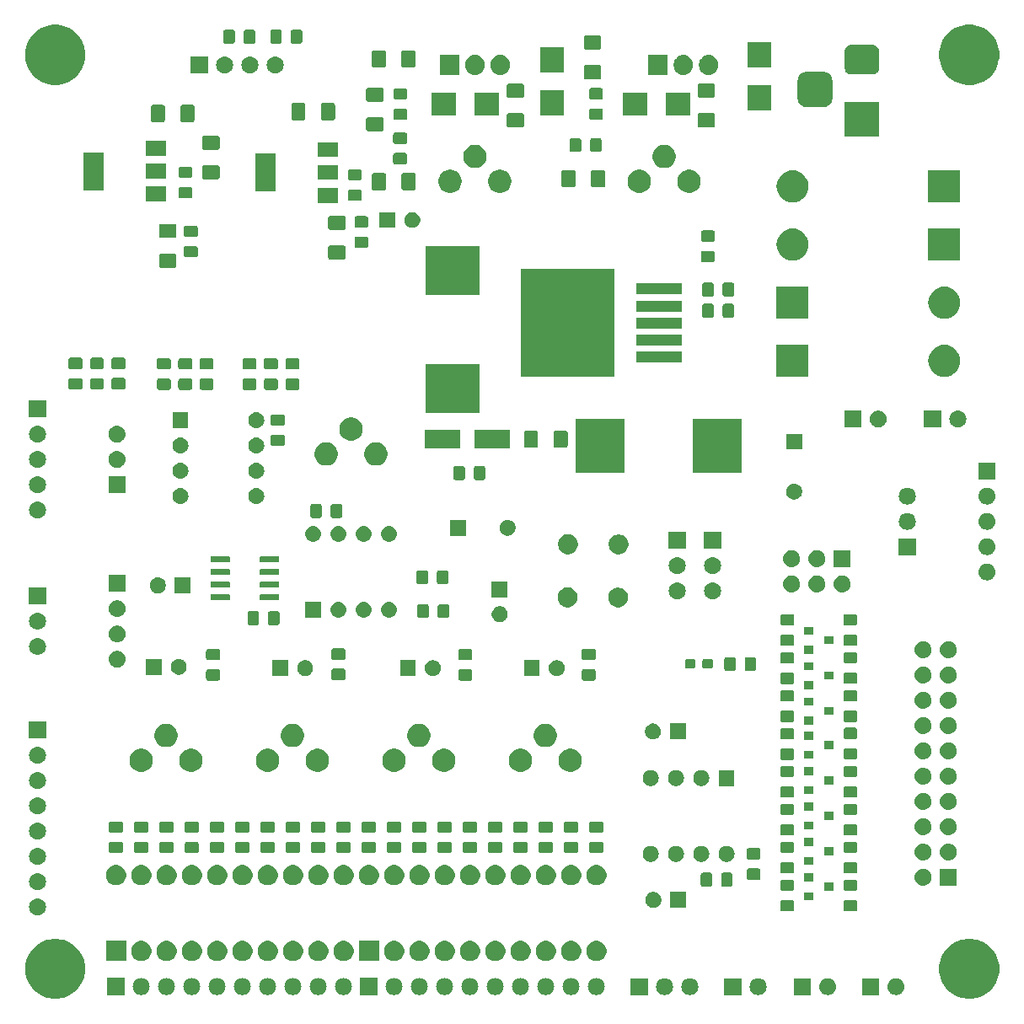
<source format=gbr>
G04 #@! TF.GenerationSoftware,KiCad,Pcbnew,(5.1.2-1)-1*
G04 #@! TF.CreationDate,2019-11-03T18:49:16-05:00*
G04 #@! TF.ProjectId,GR_BreadBoardBuddy,47525f42-7265-4616-9442-6f6172644275,rev?*
G04 #@! TF.SameCoordinates,Original*
G04 #@! TF.FileFunction,Soldermask,Top*
G04 #@! TF.FilePolarity,Negative*
%FSLAX46Y46*%
G04 Gerber Fmt 4.6, Leading zero omitted, Abs format (unit mm)*
G04 Created by KiCad (PCBNEW (5.1.2-1)-1) date 2019-11-03 18:49:16*
%MOMM*%
%LPD*%
G04 APERTURE LIST*
%ADD10C,0.152400*%
G04 APERTURE END LIST*
D10*
G36*
X184485173Y-137745029D02*
G01*
X184776902Y-137803057D01*
X185326507Y-138030711D01*
X185821139Y-138361213D01*
X186241787Y-138781861D01*
X186572289Y-139276493D01*
X186799943Y-139826098D01*
X186916000Y-140409557D01*
X186916000Y-141004443D01*
X186799943Y-141587902D01*
X186572289Y-142137507D01*
X186241787Y-142632139D01*
X185821139Y-143052787D01*
X185326507Y-143383289D01*
X184776902Y-143610943D01*
X184485172Y-143668972D01*
X184193444Y-143727000D01*
X183598556Y-143727000D01*
X183306828Y-143668972D01*
X183015098Y-143610943D01*
X182465493Y-143383289D01*
X181970861Y-143052787D01*
X181550213Y-142632139D01*
X181219711Y-142137507D01*
X180992057Y-141587902D01*
X180876000Y-141004443D01*
X180876000Y-140409557D01*
X180992057Y-139826098D01*
X181219711Y-139276493D01*
X181550213Y-138781861D01*
X181970861Y-138361213D01*
X182465493Y-138030711D01*
X183015098Y-137803057D01*
X183306827Y-137745029D01*
X183598556Y-137687000D01*
X184193444Y-137687000D01*
X184485173Y-137745029D01*
X184485173Y-137745029D01*
G37*
G36*
X92664173Y-137745029D02*
G01*
X92955902Y-137803057D01*
X93505507Y-138030711D01*
X94000139Y-138361213D01*
X94420787Y-138781861D01*
X94751289Y-139276493D01*
X94978943Y-139826098D01*
X95095000Y-140409557D01*
X95095000Y-141004443D01*
X94978943Y-141587902D01*
X94751289Y-142137507D01*
X94420787Y-142632139D01*
X94000139Y-143052787D01*
X93505507Y-143383289D01*
X92955902Y-143610943D01*
X92664172Y-143668972D01*
X92372444Y-143727000D01*
X91777556Y-143727000D01*
X91485828Y-143668972D01*
X91194098Y-143610943D01*
X90644493Y-143383289D01*
X90149861Y-143052787D01*
X89729213Y-142632139D01*
X89398711Y-142137507D01*
X89171057Y-141587902D01*
X89055000Y-141004443D01*
X89055000Y-140409557D01*
X89171057Y-139826098D01*
X89398711Y-139276493D01*
X89729213Y-138781861D01*
X90149861Y-138361213D01*
X90644493Y-138030711D01*
X91194098Y-137803057D01*
X91485827Y-137745029D01*
X91777556Y-137687000D01*
X92372444Y-137687000D01*
X92664173Y-137745029D01*
X92664173Y-137745029D01*
G37*
G36*
X169838633Y-141656300D02*
G01*
X169966810Y-141695182D01*
X169998855Y-141704903D01*
X170038318Y-141725997D01*
X170146518Y-141783830D01*
X170275948Y-141890052D01*
X170382170Y-142019482D01*
X170440003Y-142127682D01*
X170461097Y-142167145D01*
X170461097Y-142167146D01*
X170509700Y-142327367D01*
X170526112Y-142494000D01*
X170509700Y-142660633D01*
X170470818Y-142788810D01*
X170461097Y-142820855D01*
X170440003Y-142860318D01*
X170382170Y-142968518D01*
X170275948Y-143097948D01*
X170146518Y-143204170D01*
X170038318Y-143262003D01*
X169998855Y-143283097D01*
X169966810Y-143292818D01*
X169838633Y-143331700D01*
X169713753Y-143344000D01*
X169630247Y-143344000D01*
X169505367Y-143331700D01*
X169377190Y-143292818D01*
X169345145Y-143283097D01*
X169305682Y-143262003D01*
X169197482Y-143204170D01*
X169068052Y-143097948D01*
X168961830Y-142968518D01*
X168903997Y-142860318D01*
X168882903Y-142820855D01*
X168873182Y-142788810D01*
X168834300Y-142660633D01*
X168817888Y-142494000D01*
X168834300Y-142327367D01*
X168882903Y-142167146D01*
X168882903Y-142167145D01*
X168903997Y-142127682D01*
X168961830Y-142019482D01*
X169068052Y-141890052D01*
X169197482Y-141783830D01*
X169305681Y-141725997D01*
X169345145Y-141704903D01*
X169377190Y-141695182D01*
X169505367Y-141656300D01*
X169630247Y-141644000D01*
X169713753Y-141644000D01*
X169838633Y-141656300D01*
X169838633Y-141656300D01*
G37*
G36*
X167982000Y-143344000D02*
G01*
X166282000Y-143344000D01*
X166282000Y-141644000D01*
X167982000Y-141644000D01*
X167982000Y-143344000D01*
X167982000Y-143344000D01*
G37*
G36*
X162853633Y-141656300D02*
G01*
X162981810Y-141695182D01*
X163013855Y-141704903D01*
X163053318Y-141725997D01*
X163161518Y-141783830D01*
X163290948Y-141890052D01*
X163397170Y-142019482D01*
X163455003Y-142127682D01*
X163476097Y-142167145D01*
X163476097Y-142167146D01*
X163524700Y-142327367D01*
X163541112Y-142494000D01*
X163524700Y-142660633D01*
X163485818Y-142788810D01*
X163476097Y-142820855D01*
X163455003Y-142860318D01*
X163397170Y-142968518D01*
X163290948Y-143097948D01*
X163161518Y-143204170D01*
X163053318Y-143262003D01*
X163013855Y-143283097D01*
X162981810Y-143292818D01*
X162853633Y-143331700D01*
X162728753Y-143344000D01*
X162645247Y-143344000D01*
X162520367Y-143331700D01*
X162392190Y-143292818D01*
X162360145Y-143283097D01*
X162320682Y-143262003D01*
X162212482Y-143204170D01*
X162083052Y-143097948D01*
X161976830Y-142968518D01*
X161918997Y-142860318D01*
X161897903Y-142820855D01*
X161888182Y-142788810D01*
X161849300Y-142660633D01*
X161832888Y-142494000D01*
X161849300Y-142327367D01*
X161897903Y-142167146D01*
X161897903Y-142167145D01*
X161918997Y-142127682D01*
X161976830Y-142019482D01*
X162083052Y-141890052D01*
X162212482Y-141783830D01*
X162320681Y-141725997D01*
X162360145Y-141704903D01*
X162392190Y-141695182D01*
X162520367Y-141656300D01*
X162645247Y-141644000D01*
X162728753Y-141644000D01*
X162853633Y-141656300D01*
X162853633Y-141656300D01*
G37*
G36*
X160997000Y-143344000D02*
G01*
X159297000Y-143344000D01*
X159297000Y-141644000D01*
X160997000Y-141644000D01*
X160997000Y-143344000D01*
X160997000Y-143344000D01*
G37*
G36*
X155995633Y-141656300D02*
G01*
X156123810Y-141695182D01*
X156155855Y-141704903D01*
X156195318Y-141725997D01*
X156303518Y-141783830D01*
X156432948Y-141890052D01*
X156539170Y-142019482D01*
X156597003Y-142127682D01*
X156618097Y-142167145D01*
X156618097Y-142167146D01*
X156666700Y-142327367D01*
X156683112Y-142494000D01*
X156666700Y-142660633D01*
X156627818Y-142788810D01*
X156618097Y-142820855D01*
X156597003Y-142860318D01*
X156539170Y-142968518D01*
X156432948Y-143097948D01*
X156303518Y-143204170D01*
X156195318Y-143262003D01*
X156155855Y-143283097D01*
X156123810Y-143292818D01*
X155995633Y-143331700D01*
X155870753Y-143344000D01*
X155787247Y-143344000D01*
X155662367Y-143331700D01*
X155534190Y-143292818D01*
X155502145Y-143283097D01*
X155462682Y-143262003D01*
X155354482Y-143204170D01*
X155225052Y-143097948D01*
X155118830Y-142968518D01*
X155060997Y-142860318D01*
X155039903Y-142820855D01*
X155030182Y-142788810D01*
X154991300Y-142660633D01*
X154974888Y-142494000D01*
X154991300Y-142327367D01*
X155039903Y-142167146D01*
X155039903Y-142167145D01*
X155060997Y-142127682D01*
X155118830Y-142019482D01*
X155225052Y-141890052D01*
X155354482Y-141783830D01*
X155462681Y-141725997D01*
X155502145Y-141704903D01*
X155534190Y-141695182D01*
X155662367Y-141656300D01*
X155787247Y-141644000D01*
X155870753Y-141644000D01*
X155995633Y-141656300D01*
X155995633Y-141656300D01*
G37*
G36*
X153455633Y-141656300D02*
G01*
X153583810Y-141695182D01*
X153615855Y-141704903D01*
X153655318Y-141725997D01*
X153763518Y-141783830D01*
X153892948Y-141890052D01*
X153999170Y-142019482D01*
X154057003Y-142127682D01*
X154078097Y-142167145D01*
X154078097Y-142167146D01*
X154126700Y-142327367D01*
X154143112Y-142494000D01*
X154126700Y-142660633D01*
X154087818Y-142788810D01*
X154078097Y-142820855D01*
X154057003Y-142860318D01*
X153999170Y-142968518D01*
X153892948Y-143097948D01*
X153763518Y-143204170D01*
X153655318Y-143262003D01*
X153615855Y-143283097D01*
X153583810Y-143292818D01*
X153455633Y-143331700D01*
X153330753Y-143344000D01*
X153247247Y-143344000D01*
X153122367Y-143331700D01*
X152994190Y-143292818D01*
X152962145Y-143283097D01*
X152922682Y-143262003D01*
X152814482Y-143204170D01*
X152685052Y-143097948D01*
X152578830Y-142968518D01*
X152520997Y-142860318D01*
X152499903Y-142820855D01*
X152490182Y-142788810D01*
X152451300Y-142660633D01*
X152434888Y-142494000D01*
X152451300Y-142327367D01*
X152499903Y-142167146D01*
X152499903Y-142167145D01*
X152520997Y-142127682D01*
X152578830Y-142019482D01*
X152685052Y-141890052D01*
X152814482Y-141783830D01*
X152922681Y-141725997D01*
X152962145Y-141704903D01*
X152994190Y-141695182D01*
X153122367Y-141656300D01*
X153247247Y-141644000D01*
X153330753Y-141644000D01*
X153455633Y-141656300D01*
X153455633Y-141656300D01*
G37*
G36*
X151599000Y-143344000D02*
G01*
X149899000Y-143344000D01*
X149899000Y-141644000D01*
X151599000Y-141644000D01*
X151599000Y-143344000D01*
X151599000Y-143344000D01*
G37*
G36*
X176696633Y-141656300D02*
G01*
X176824810Y-141695182D01*
X176856855Y-141704903D01*
X176896318Y-141725997D01*
X177004518Y-141783830D01*
X177133948Y-141890052D01*
X177240170Y-142019482D01*
X177298003Y-142127682D01*
X177319097Y-142167145D01*
X177319097Y-142167146D01*
X177367700Y-142327367D01*
X177384112Y-142494000D01*
X177367700Y-142660633D01*
X177328818Y-142788810D01*
X177319097Y-142820855D01*
X177298003Y-142860318D01*
X177240170Y-142968518D01*
X177133948Y-143097948D01*
X177004518Y-143204170D01*
X176896318Y-143262003D01*
X176856855Y-143283097D01*
X176824810Y-143292818D01*
X176696633Y-143331700D01*
X176571753Y-143344000D01*
X176488247Y-143344000D01*
X176363367Y-143331700D01*
X176235190Y-143292818D01*
X176203145Y-143283097D01*
X176163682Y-143262003D01*
X176055482Y-143204170D01*
X175926052Y-143097948D01*
X175819830Y-142968518D01*
X175761997Y-142860318D01*
X175740903Y-142820855D01*
X175731182Y-142788810D01*
X175692300Y-142660633D01*
X175675888Y-142494000D01*
X175692300Y-142327367D01*
X175740903Y-142167146D01*
X175740903Y-142167145D01*
X175761997Y-142127682D01*
X175819830Y-142019482D01*
X175926052Y-141890052D01*
X176055482Y-141783830D01*
X176163681Y-141725997D01*
X176203145Y-141704903D01*
X176235190Y-141695182D01*
X176363367Y-141656300D01*
X176488247Y-141644000D01*
X176571753Y-141644000D01*
X176696633Y-141656300D01*
X176696633Y-141656300D01*
G37*
G36*
X174840000Y-143344000D02*
G01*
X173140000Y-143344000D01*
X173140000Y-141644000D01*
X174840000Y-141644000D01*
X174840000Y-143344000D01*
X174840000Y-143344000D01*
G37*
G36*
X118657633Y-141647300D02*
G01*
X118785810Y-141686182D01*
X118817855Y-141695903D01*
X118857319Y-141716997D01*
X118965518Y-141774830D01*
X119094948Y-141881052D01*
X119201170Y-142010482D01*
X119259003Y-142118682D01*
X119280097Y-142158145D01*
X119280097Y-142158146D01*
X119328700Y-142318367D01*
X119345112Y-142485000D01*
X119328700Y-142651633D01*
X119289818Y-142779810D01*
X119280097Y-142811855D01*
X119275286Y-142820855D01*
X119201170Y-142959518D01*
X119094948Y-143088948D01*
X118965518Y-143195170D01*
X118857318Y-143253003D01*
X118817855Y-143274097D01*
X118788185Y-143283097D01*
X118657633Y-143322700D01*
X118532753Y-143335000D01*
X118449247Y-143335000D01*
X118324367Y-143322700D01*
X118193815Y-143283097D01*
X118164145Y-143274097D01*
X118124681Y-143253003D01*
X118016482Y-143195170D01*
X117887052Y-143088948D01*
X117780830Y-142959518D01*
X117706714Y-142820855D01*
X117701903Y-142811855D01*
X117692182Y-142779810D01*
X117653300Y-142651633D01*
X117636888Y-142485000D01*
X117653300Y-142318367D01*
X117701903Y-142158146D01*
X117701903Y-142158145D01*
X117722997Y-142118682D01*
X117780830Y-142010482D01*
X117887052Y-141881052D01*
X118016482Y-141774830D01*
X118124682Y-141716997D01*
X118164145Y-141695903D01*
X118196190Y-141686182D01*
X118324367Y-141647300D01*
X118449247Y-141635000D01*
X118532753Y-141635000D01*
X118657633Y-141647300D01*
X118657633Y-141647300D01*
G37*
G36*
X116117633Y-141647300D02*
G01*
X116245810Y-141686182D01*
X116277855Y-141695903D01*
X116317319Y-141716997D01*
X116425518Y-141774830D01*
X116554948Y-141881052D01*
X116661170Y-142010482D01*
X116719003Y-142118682D01*
X116740097Y-142158145D01*
X116740097Y-142158146D01*
X116788700Y-142318367D01*
X116805112Y-142485000D01*
X116788700Y-142651633D01*
X116749818Y-142779810D01*
X116740097Y-142811855D01*
X116735286Y-142820855D01*
X116661170Y-142959518D01*
X116554948Y-143088948D01*
X116425518Y-143195170D01*
X116317318Y-143253003D01*
X116277855Y-143274097D01*
X116248185Y-143283097D01*
X116117633Y-143322700D01*
X115992753Y-143335000D01*
X115909247Y-143335000D01*
X115784367Y-143322700D01*
X115653815Y-143283097D01*
X115624145Y-143274097D01*
X115584681Y-143253003D01*
X115476482Y-143195170D01*
X115347052Y-143088948D01*
X115240830Y-142959518D01*
X115166714Y-142820855D01*
X115161903Y-142811855D01*
X115152182Y-142779810D01*
X115113300Y-142651633D01*
X115096888Y-142485000D01*
X115113300Y-142318367D01*
X115161903Y-142158146D01*
X115161903Y-142158145D01*
X115182997Y-142118682D01*
X115240830Y-142010482D01*
X115347052Y-141881052D01*
X115476482Y-141774830D01*
X115584682Y-141716997D01*
X115624145Y-141695903D01*
X115656190Y-141686182D01*
X115784367Y-141647300D01*
X115909247Y-141635000D01*
X115992753Y-141635000D01*
X116117633Y-141647300D01*
X116117633Y-141647300D01*
G37*
G36*
X113577633Y-141647300D02*
G01*
X113705810Y-141686182D01*
X113737855Y-141695903D01*
X113777319Y-141716997D01*
X113885518Y-141774830D01*
X114014948Y-141881052D01*
X114121170Y-142010482D01*
X114179003Y-142118682D01*
X114200097Y-142158145D01*
X114200097Y-142158146D01*
X114248700Y-142318367D01*
X114265112Y-142485000D01*
X114248700Y-142651633D01*
X114209818Y-142779810D01*
X114200097Y-142811855D01*
X114195286Y-142820855D01*
X114121170Y-142959518D01*
X114014948Y-143088948D01*
X113885518Y-143195170D01*
X113777318Y-143253003D01*
X113737855Y-143274097D01*
X113708185Y-143283097D01*
X113577633Y-143322700D01*
X113452753Y-143335000D01*
X113369247Y-143335000D01*
X113244367Y-143322700D01*
X113113815Y-143283097D01*
X113084145Y-143274097D01*
X113044681Y-143253003D01*
X112936482Y-143195170D01*
X112807052Y-143088948D01*
X112700830Y-142959518D01*
X112626714Y-142820855D01*
X112621903Y-142811855D01*
X112612182Y-142779810D01*
X112573300Y-142651633D01*
X112556888Y-142485000D01*
X112573300Y-142318367D01*
X112621903Y-142158146D01*
X112621903Y-142158145D01*
X112642997Y-142118682D01*
X112700830Y-142010482D01*
X112807052Y-141881052D01*
X112936482Y-141774830D01*
X113044682Y-141716997D01*
X113084145Y-141695903D01*
X113116190Y-141686182D01*
X113244367Y-141647300D01*
X113369247Y-141635000D01*
X113452753Y-141635000D01*
X113577633Y-141647300D01*
X113577633Y-141647300D01*
G37*
G36*
X111037633Y-141647300D02*
G01*
X111165810Y-141686182D01*
X111197855Y-141695903D01*
X111237319Y-141716997D01*
X111345518Y-141774830D01*
X111474948Y-141881052D01*
X111581170Y-142010482D01*
X111639003Y-142118682D01*
X111660097Y-142158145D01*
X111660097Y-142158146D01*
X111708700Y-142318367D01*
X111725112Y-142485000D01*
X111708700Y-142651633D01*
X111669818Y-142779810D01*
X111660097Y-142811855D01*
X111655286Y-142820855D01*
X111581170Y-142959518D01*
X111474948Y-143088948D01*
X111345518Y-143195170D01*
X111237318Y-143253003D01*
X111197855Y-143274097D01*
X111168185Y-143283097D01*
X111037633Y-143322700D01*
X110912753Y-143335000D01*
X110829247Y-143335000D01*
X110704367Y-143322700D01*
X110573815Y-143283097D01*
X110544145Y-143274097D01*
X110504681Y-143253003D01*
X110396482Y-143195170D01*
X110267052Y-143088948D01*
X110160830Y-142959518D01*
X110086714Y-142820855D01*
X110081903Y-142811855D01*
X110072182Y-142779810D01*
X110033300Y-142651633D01*
X110016888Y-142485000D01*
X110033300Y-142318367D01*
X110081903Y-142158146D01*
X110081903Y-142158145D01*
X110102997Y-142118682D01*
X110160830Y-142010482D01*
X110267052Y-141881052D01*
X110396482Y-141774830D01*
X110504682Y-141716997D01*
X110544145Y-141695903D01*
X110576190Y-141686182D01*
X110704367Y-141647300D01*
X110829247Y-141635000D01*
X110912753Y-141635000D01*
X111037633Y-141647300D01*
X111037633Y-141647300D01*
G37*
G36*
X108497633Y-141647300D02*
G01*
X108625810Y-141686182D01*
X108657855Y-141695903D01*
X108697319Y-141716997D01*
X108805518Y-141774830D01*
X108934948Y-141881052D01*
X109041170Y-142010482D01*
X109099003Y-142118682D01*
X109120097Y-142158145D01*
X109120097Y-142158146D01*
X109168700Y-142318367D01*
X109185112Y-142485000D01*
X109168700Y-142651633D01*
X109129818Y-142779810D01*
X109120097Y-142811855D01*
X109115286Y-142820855D01*
X109041170Y-142959518D01*
X108934948Y-143088948D01*
X108805518Y-143195170D01*
X108697318Y-143253003D01*
X108657855Y-143274097D01*
X108628185Y-143283097D01*
X108497633Y-143322700D01*
X108372753Y-143335000D01*
X108289247Y-143335000D01*
X108164367Y-143322700D01*
X108033815Y-143283097D01*
X108004145Y-143274097D01*
X107964681Y-143253003D01*
X107856482Y-143195170D01*
X107727052Y-143088948D01*
X107620830Y-142959518D01*
X107546714Y-142820855D01*
X107541903Y-142811855D01*
X107532182Y-142779810D01*
X107493300Y-142651633D01*
X107476888Y-142485000D01*
X107493300Y-142318367D01*
X107541903Y-142158146D01*
X107541903Y-142158145D01*
X107562997Y-142118682D01*
X107620830Y-142010482D01*
X107727052Y-141881052D01*
X107856482Y-141774830D01*
X107964682Y-141716997D01*
X108004145Y-141695903D01*
X108036190Y-141686182D01*
X108164367Y-141647300D01*
X108289247Y-141635000D01*
X108372753Y-141635000D01*
X108497633Y-141647300D01*
X108497633Y-141647300D01*
G37*
G36*
X105957633Y-141647300D02*
G01*
X106085810Y-141686182D01*
X106117855Y-141695903D01*
X106157319Y-141716997D01*
X106265518Y-141774830D01*
X106394948Y-141881052D01*
X106501170Y-142010482D01*
X106559003Y-142118682D01*
X106580097Y-142158145D01*
X106580097Y-142158146D01*
X106628700Y-142318367D01*
X106645112Y-142485000D01*
X106628700Y-142651633D01*
X106589818Y-142779810D01*
X106580097Y-142811855D01*
X106575286Y-142820855D01*
X106501170Y-142959518D01*
X106394948Y-143088948D01*
X106265518Y-143195170D01*
X106157318Y-143253003D01*
X106117855Y-143274097D01*
X106088185Y-143283097D01*
X105957633Y-143322700D01*
X105832753Y-143335000D01*
X105749247Y-143335000D01*
X105624367Y-143322700D01*
X105493815Y-143283097D01*
X105464145Y-143274097D01*
X105424681Y-143253003D01*
X105316482Y-143195170D01*
X105187052Y-143088948D01*
X105080830Y-142959518D01*
X105006714Y-142820855D01*
X105001903Y-142811855D01*
X104992182Y-142779810D01*
X104953300Y-142651633D01*
X104936888Y-142485000D01*
X104953300Y-142318367D01*
X105001903Y-142158146D01*
X105001903Y-142158145D01*
X105022997Y-142118682D01*
X105080830Y-142010482D01*
X105187052Y-141881052D01*
X105316482Y-141774830D01*
X105424682Y-141716997D01*
X105464145Y-141695903D01*
X105496190Y-141686182D01*
X105624367Y-141647300D01*
X105749247Y-141635000D01*
X105832753Y-141635000D01*
X105957633Y-141647300D01*
X105957633Y-141647300D01*
G37*
G36*
X103417633Y-141647300D02*
G01*
X103545810Y-141686182D01*
X103577855Y-141695903D01*
X103617319Y-141716997D01*
X103725518Y-141774830D01*
X103854948Y-141881052D01*
X103961170Y-142010482D01*
X104019003Y-142118682D01*
X104040097Y-142158145D01*
X104040097Y-142158146D01*
X104088700Y-142318367D01*
X104105112Y-142485000D01*
X104088700Y-142651633D01*
X104049818Y-142779810D01*
X104040097Y-142811855D01*
X104035286Y-142820855D01*
X103961170Y-142959518D01*
X103854948Y-143088948D01*
X103725518Y-143195170D01*
X103617318Y-143253003D01*
X103577855Y-143274097D01*
X103548185Y-143283097D01*
X103417633Y-143322700D01*
X103292753Y-143335000D01*
X103209247Y-143335000D01*
X103084367Y-143322700D01*
X102953815Y-143283097D01*
X102924145Y-143274097D01*
X102884681Y-143253003D01*
X102776482Y-143195170D01*
X102647052Y-143088948D01*
X102540830Y-142959518D01*
X102466714Y-142820855D01*
X102461903Y-142811855D01*
X102452182Y-142779810D01*
X102413300Y-142651633D01*
X102396888Y-142485000D01*
X102413300Y-142318367D01*
X102461903Y-142158146D01*
X102461903Y-142158145D01*
X102482997Y-142118682D01*
X102540830Y-142010482D01*
X102647052Y-141881052D01*
X102776482Y-141774830D01*
X102884682Y-141716997D01*
X102924145Y-141695903D01*
X102956190Y-141686182D01*
X103084367Y-141647300D01*
X103209247Y-141635000D01*
X103292753Y-141635000D01*
X103417633Y-141647300D01*
X103417633Y-141647300D01*
G37*
G36*
X100877633Y-141647300D02*
G01*
X101005810Y-141686182D01*
X101037855Y-141695903D01*
X101077319Y-141716997D01*
X101185518Y-141774830D01*
X101314948Y-141881052D01*
X101421170Y-142010482D01*
X101479003Y-142118682D01*
X101500097Y-142158145D01*
X101500097Y-142158146D01*
X101548700Y-142318367D01*
X101565112Y-142485000D01*
X101548700Y-142651633D01*
X101509818Y-142779810D01*
X101500097Y-142811855D01*
X101495286Y-142820855D01*
X101421170Y-142959518D01*
X101314948Y-143088948D01*
X101185518Y-143195170D01*
X101077318Y-143253003D01*
X101037855Y-143274097D01*
X101008185Y-143283097D01*
X100877633Y-143322700D01*
X100752753Y-143335000D01*
X100669247Y-143335000D01*
X100544367Y-143322700D01*
X100413815Y-143283097D01*
X100384145Y-143274097D01*
X100344681Y-143253003D01*
X100236482Y-143195170D01*
X100107052Y-143088948D01*
X100000830Y-142959518D01*
X99926714Y-142820855D01*
X99921903Y-142811855D01*
X99912182Y-142779810D01*
X99873300Y-142651633D01*
X99856888Y-142485000D01*
X99873300Y-142318367D01*
X99921903Y-142158146D01*
X99921903Y-142158145D01*
X99942997Y-142118682D01*
X100000830Y-142010482D01*
X100107052Y-141881052D01*
X100236482Y-141774830D01*
X100344682Y-141716997D01*
X100384145Y-141695903D01*
X100416190Y-141686182D01*
X100544367Y-141647300D01*
X100669247Y-141635000D01*
X100752753Y-141635000D01*
X100877633Y-141647300D01*
X100877633Y-141647300D01*
G37*
G36*
X99021000Y-143335000D02*
G01*
X97321000Y-143335000D01*
X97321000Y-141635000D01*
X99021000Y-141635000D01*
X99021000Y-143335000D01*
X99021000Y-143335000D01*
G37*
G36*
X133897633Y-141647300D02*
G01*
X134025810Y-141686182D01*
X134057855Y-141695903D01*
X134097319Y-141716997D01*
X134205518Y-141774830D01*
X134334948Y-141881052D01*
X134441170Y-142010482D01*
X134499003Y-142118682D01*
X134520097Y-142158145D01*
X134520097Y-142158146D01*
X134568700Y-142318367D01*
X134585112Y-142485000D01*
X134568700Y-142651633D01*
X134529818Y-142779810D01*
X134520097Y-142811855D01*
X134515286Y-142820855D01*
X134441170Y-142959518D01*
X134334948Y-143088948D01*
X134205518Y-143195170D01*
X134097318Y-143253003D01*
X134057855Y-143274097D01*
X134028185Y-143283097D01*
X133897633Y-143322700D01*
X133772753Y-143335000D01*
X133689247Y-143335000D01*
X133564367Y-143322700D01*
X133433815Y-143283097D01*
X133404145Y-143274097D01*
X133364681Y-143253003D01*
X133256482Y-143195170D01*
X133127052Y-143088948D01*
X133020830Y-142959518D01*
X132946714Y-142820855D01*
X132941903Y-142811855D01*
X132932182Y-142779810D01*
X132893300Y-142651633D01*
X132876888Y-142485000D01*
X132893300Y-142318367D01*
X132941903Y-142158146D01*
X132941903Y-142158145D01*
X132962997Y-142118682D01*
X133020830Y-142010482D01*
X133127052Y-141881052D01*
X133256482Y-141774830D01*
X133364682Y-141716997D01*
X133404145Y-141695903D01*
X133436190Y-141686182D01*
X133564367Y-141647300D01*
X133689247Y-141635000D01*
X133772753Y-141635000D01*
X133897633Y-141647300D01*
X133897633Y-141647300D01*
G37*
G36*
X131357633Y-141647300D02*
G01*
X131485810Y-141686182D01*
X131517855Y-141695903D01*
X131557319Y-141716997D01*
X131665518Y-141774830D01*
X131794948Y-141881052D01*
X131901170Y-142010482D01*
X131959003Y-142118682D01*
X131980097Y-142158145D01*
X131980097Y-142158146D01*
X132028700Y-142318367D01*
X132045112Y-142485000D01*
X132028700Y-142651633D01*
X131989818Y-142779810D01*
X131980097Y-142811855D01*
X131975286Y-142820855D01*
X131901170Y-142959518D01*
X131794948Y-143088948D01*
X131665518Y-143195170D01*
X131557318Y-143253003D01*
X131517855Y-143274097D01*
X131488185Y-143283097D01*
X131357633Y-143322700D01*
X131232753Y-143335000D01*
X131149247Y-143335000D01*
X131024367Y-143322700D01*
X130893815Y-143283097D01*
X130864145Y-143274097D01*
X130824681Y-143253003D01*
X130716482Y-143195170D01*
X130587052Y-143088948D01*
X130480830Y-142959518D01*
X130406714Y-142820855D01*
X130401903Y-142811855D01*
X130392182Y-142779810D01*
X130353300Y-142651633D01*
X130336888Y-142485000D01*
X130353300Y-142318367D01*
X130401903Y-142158146D01*
X130401903Y-142158145D01*
X130422997Y-142118682D01*
X130480830Y-142010482D01*
X130587052Y-141881052D01*
X130716482Y-141774830D01*
X130824682Y-141716997D01*
X130864145Y-141695903D01*
X130896190Y-141686182D01*
X131024367Y-141647300D01*
X131149247Y-141635000D01*
X131232753Y-141635000D01*
X131357633Y-141647300D01*
X131357633Y-141647300D01*
G37*
G36*
X128817633Y-141647300D02*
G01*
X128945810Y-141686182D01*
X128977855Y-141695903D01*
X129017319Y-141716997D01*
X129125518Y-141774830D01*
X129254948Y-141881052D01*
X129361170Y-142010482D01*
X129419003Y-142118682D01*
X129440097Y-142158145D01*
X129440097Y-142158146D01*
X129488700Y-142318367D01*
X129505112Y-142485000D01*
X129488700Y-142651633D01*
X129449818Y-142779810D01*
X129440097Y-142811855D01*
X129435286Y-142820855D01*
X129361170Y-142959518D01*
X129254948Y-143088948D01*
X129125518Y-143195170D01*
X129017318Y-143253003D01*
X128977855Y-143274097D01*
X128948185Y-143283097D01*
X128817633Y-143322700D01*
X128692753Y-143335000D01*
X128609247Y-143335000D01*
X128484367Y-143322700D01*
X128353815Y-143283097D01*
X128324145Y-143274097D01*
X128284681Y-143253003D01*
X128176482Y-143195170D01*
X128047052Y-143088948D01*
X127940830Y-142959518D01*
X127866714Y-142820855D01*
X127861903Y-142811855D01*
X127852182Y-142779810D01*
X127813300Y-142651633D01*
X127796888Y-142485000D01*
X127813300Y-142318367D01*
X127861903Y-142158146D01*
X127861903Y-142158145D01*
X127882997Y-142118682D01*
X127940830Y-142010482D01*
X128047052Y-141881052D01*
X128176482Y-141774830D01*
X128284682Y-141716997D01*
X128324145Y-141695903D01*
X128356190Y-141686182D01*
X128484367Y-141647300D01*
X128609247Y-141635000D01*
X128692753Y-141635000D01*
X128817633Y-141647300D01*
X128817633Y-141647300D01*
G37*
G36*
X126277633Y-141647300D02*
G01*
X126405810Y-141686182D01*
X126437855Y-141695903D01*
X126477319Y-141716997D01*
X126585518Y-141774830D01*
X126714948Y-141881052D01*
X126821170Y-142010482D01*
X126879003Y-142118682D01*
X126900097Y-142158145D01*
X126900097Y-142158146D01*
X126948700Y-142318367D01*
X126965112Y-142485000D01*
X126948700Y-142651633D01*
X126909818Y-142779810D01*
X126900097Y-142811855D01*
X126895286Y-142820855D01*
X126821170Y-142959518D01*
X126714948Y-143088948D01*
X126585518Y-143195170D01*
X126477318Y-143253003D01*
X126437855Y-143274097D01*
X126408185Y-143283097D01*
X126277633Y-143322700D01*
X126152753Y-143335000D01*
X126069247Y-143335000D01*
X125944367Y-143322700D01*
X125813815Y-143283097D01*
X125784145Y-143274097D01*
X125744681Y-143253003D01*
X125636482Y-143195170D01*
X125507052Y-143088948D01*
X125400830Y-142959518D01*
X125326714Y-142820855D01*
X125321903Y-142811855D01*
X125312182Y-142779810D01*
X125273300Y-142651633D01*
X125256888Y-142485000D01*
X125273300Y-142318367D01*
X125321903Y-142158146D01*
X125321903Y-142158145D01*
X125342997Y-142118682D01*
X125400830Y-142010482D01*
X125507052Y-141881052D01*
X125636482Y-141774830D01*
X125744682Y-141716997D01*
X125784145Y-141695903D01*
X125816190Y-141686182D01*
X125944367Y-141647300D01*
X126069247Y-141635000D01*
X126152753Y-141635000D01*
X126277633Y-141647300D01*
X126277633Y-141647300D01*
G37*
G36*
X124421000Y-143335000D02*
G01*
X122721000Y-143335000D01*
X122721000Y-141635000D01*
X124421000Y-141635000D01*
X124421000Y-143335000D01*
X124421000Y-143335000D01*
G37*
G36*
X121197633Y-141647300D02*
G01*
X121325810Y-141686182D01*
X121357855Y-141695903D01*
X121397319Y-141716997D01*
X121505518Y-141774830D01*
X121634948Y-141881052D01*
X121741170Y-142010482D01*
X121799003Y-142118682D01*
X121820097Y-142158145D01*
X121820097Y-142158146D01*
X121868700Y-142318367D01*
X121885112Y-142485000D01*
X121868700Y-142651633D01*
X121829818Y-142779810D01*
X121820097Y-142811855D01*
X121815286Y-142820855D01*
X121741170Y-142959518D01*
X121634948Y-143088948D01*
X121505518Y-143195170D01*
X121397318Y-143253003D01*
X121357855Y-143274097D01*
X121328185Y-143283097D01*
X121197633Y-143322700D01*
X121072753Y-143335000D01*
X120989247Y-143335000D01*
X120864367Y-143322700D01*
X120733815Y-143283097D01*
X120704145Y-143274097D01*
X120664681Y-143253003D01*
X120556482Y-143195170D01*
X120427052Y-143088948D01*
X120320830Y-142959518D01*
X120246714Y-142820855D01*
X120241903Y-142811855D01*
X120232182Y-142779810D01*
X120193300Y-142651633D01*
X120176888Y-142485000D01*
X120193300Y-142318367D01*
X120241903Y-142158146D01*
X120241903Y-142158145D01*
X120262997Y-142118682D01*
X120320830Y-142010482D01*
X120427052Y-141881052D01*
X120556482Y-141774830D01*
X120664682Y-141716997D01*
X120704145Y-141695903D01*
X120736190Y-141686182D01*
X120864367Y-141647300D01*
X120989247Y-141635000D01*
X121072753Y-141635000D01*
X121197633Y-141647300D01*
X121197633Y-141647300D01*
G37*
G36*
X136437633Y-141647300D02*
G01*
X136565810Y-141686182D01*
X136597855Y-141695903D01*
X136637319Y-141716997D01*
X136745518Y-141774830D01*
X136874948Y-141881052D01*
X136981170Y-142010482D01*
X137039003Y-142118682D01*
X137060097Y-142158145D01*
X137060097Y-142158146D01*
X137108700Y-142318367D01*
X137125112Y-142485000D01*
X137108700Y-142651633D01*
X137069818Y-142779810D01*
X137060097Y-142811855D01*
X137055286Y-142820855D01*
X136981170Y-142959518D01*
X136874948Y-143088948D01*
X136745518Y-143195170D01*
X136637318Y-143253003D01*
X136597855Y-143274097D01*
X136568185Y-143283097D01*
X136437633Y-143322700D01*
X136312753Y-143335000D01*
X136229247Y-143335000D01*
X136104367Y-143322700D01*
X135973815Y-143283097D01*
X135944145Y-143274097D01*
X135904681Y-143253003D01*
X135796482Y-143195170D01*
X135667052Y-143088948D01*
X135560830Y-142959518D01*
X135486714Y-142820855D01*
X135481903Y-142811855D01*
X135472182Y-142779810D01*
X135433300Y-142651633D01*
X135416888Y-142485000D01*
X135433300Y-142318367D01*
X135481903Y-142158146D01*
X135481903Y-142158145D01*
X135502997Y-142118682D01*
X135560830Y-142010482D01*
X135667052Y-141881052D01*
X135796482Y-141774830D01*
X135904682Y-141716997D01*
X135944145Y-141695903D01*
X135976190Y-141686182D01*
X136104367Y-141647300D01*
X136229247Y-141635000D01*
X136312753Y-141635000D01*
X136437633Y-141647300D01*
X136437633Y-141647300D01*
G37*
G36*
X138977633Y-141647300D02*
G01*
X139105810Y-141686182D01*
X139137855Y-141695903D01*
X139177319Y-141716997D01*
X139285518Y-141774830D01*
X139414948Y-141881052D01*
X139521170Y-142010482D01*
X139579003Y-142118682D01*
X139600097Y-142158145D01*
X139600097Y-142158146D01*
X139648700Y-142318367D01*
X139665112Y-142485000D01*
X139648700Y-142651633D01*
X139609818Y-142779810D01*
X139600097Y-142811855D01*
X139595286Y-142820855D01*
X139521170Y-142959518D01*
X139414948Y-143088948D01*
X139285518Y-143195170D01*
X139177318Y-143253003D01*
X139137855Y-143274097D01*
X139108185Y-143283097D01*
X138977633Y-143322700D01*
X138852753Y-143335000D01*
X138769247Y-143335000D01*
X138644367Y-143322700D01*
X138513815Y-143283097D01*
X138484145Y-143274097D01*
X138444681Y-143253003D01*
X138336482Y-143195170D01*
X138207052Y-143088948D01*
X138100830Y-142959518D01*
X138026714Y-142820855D01*
X138021903Y-142811855D01*
X138012182Y-142779810D01*
X137973300Y-142651633D01*
X137956888Y-142485000D01*
X137973300Y-142318367D01*
X138021903Y-142158146D01*
X138021903Y-142158145D01*
X138042997Y-142118682D01*
X138100830Y-142010482D01*
X138207052Y-141881052D01*
X138336482Y-141774830D01*
X138444682Y-141716997D01*
X138484145Y-141695903D01*
X138516190Y-141686182D01*
X138644367Y-141647300D01*
X138769247Y-141635000D01*
X138852753Y-141635000D01*
X138977633Y-141647300D01*
X138977633Y-141647300D01*
G37*
G36*
X141517633Y-141647300D02*
G01*
X141645810Y-141686182D01*
X141677855Y-141695903D01*
X141717319Y-141716997D01*
X141825518Y-141774830D01*
X141954948Y-141881052D01*
X142061170Y-142010482D01*
X142119003Y-142118682D01*
X142140097Y-142158145D01*
X142140097Y-142158146D01*
X142188700Y-142318367D01*
X142205112Y-142485000D01*
X142188700Y-142651633D01*
X142149818Y-142779810D01*
X142140097Y-142811855D01*
X142135286Y-142820855D01*
X142061170Y-142959518D01*
X141954948Y-143088948D01*
X141825518Y-143195170D01*
X141717318Y-143253003D01*
X141677855Y-143274097D01*
X141648185Y-143283097D01*
X141517633Y-143322700D01*
X141392753Y-143335000D01*
X141309247Y-143335000D01*
X141184367Y-143322700D01*
X141053815Y-143283097D01*
X141024145Y-143274097D01*
X140984681Y-143253003D01*
X140876482Y-143195170D01*
X140747052Y-143088948D01*
X140640830Y-142959518D01*
X140566714Y-142820855D01*
X140561903Y-142811855D01*
X140552182Y-142779810D01*
X140513300Y-142651633D01*
X140496888Y-142485000D01*
X140513300Y-142318367D01*
X140561903Y-142158146D01*
X140561903Y-142158145D01*
X140582997Y-142118682D01*
X140640830Y-142010482D01*
X140747052Y-141881052D01*
X140876482Y-141774830D01*
X140984682Y-141716997D01*
X141024145Y-141695903D01*
X141056190Y-141686182D01*
X141184367Y-141647300D01*
X141309247Y-141635000D01*
X141392753Y-141635000D01*
X141517633Y-141647300D01*
X141517633Y-141647300D01*
G37*
G36*
X144057633Y-141647300D02*
G01*
X144185810Y-141686182D01*
X144217855Y-141695903D01*
X144257319Y-141716997D01*
X144365518Y-141774830D01*
X144494948Y-141881052D01*
X144601170Y-142010482D01*
X144659003Y-142118682D01*
X144680097Y-142158145D01*
X144680097Y-142158146D01*
X144728700Y-142318367D01*
X144745112Y-142485000D01*
X144728700Y-142651633D01*
X144689818Y-142779810D01*
X144680097Y-142811855D01*
X144675286Y-142820855D01*
X144601170Y-142959518D01*
X144494948Y-143088948D01*
X144365518Y-143195170D01*
X144257318Y-143253003D01*
X144217855Y-143274097D01*
X144188185Y-143283097D01*
X144057633Y-143322700D01*
X143932753Y-143335000D01*
X143849247Y-143335000D01*
X143724367Y-143322700D01*
X143593815Y-143283097D01*
X143564145Y-143274097D01*
X143524681Y-143253003D01*
X143416482Y-143195170D01*
X143287052Y-143088948D01*
X143180830Y-142959518D01*
X143106714Y-142820855D01*
X143101903Y-142811855D01*
X143092182Y-142779810D01*
X143053300Y-142651633D01*
X143036888Y-142485000D01*
X143053300Y-142318367D01*
X143101903Y-142158146D01*
X143101903Y-142158145D01*
X143122997Y-142118682D01*
X143180830Y-142010482D01*
X143287052Y-141881052D01*
X143416482Y-141774830D01*
X143524682Y-141716997D01*
X143564145Y-141695903D01*
X143596190Y-141686182D01*
X143724367Y-141647300D01*
X143849247Y-141635000D01*
X143932753Y-141635000D01*
X144057633Y-141647300D01*
X144057633Y-141647300D01*
G37*
G36*
X146597633Y-141647300D02*
G01*
X146725810Y-141686182D01*
X146757855Y-141695903D01*
X146797319Y-141716997D01*
X146905518Y-141774830D01*
X147034948Y-141881052D01*
X147141170Y-142010482D01*
X147199003Y-142118682D01*
X147220097Y-142158145D01*
X147220097Y-142158146D01*
X147268700Y-142318367D01*
X147285112Y-142485000D01*
X147268700Y-142651633D01*
X147229818Y-142779810D01*
X147220097Y-142811855D01*
X147215286Y-142820855D01*
X147141170Y-142959518D01*
X147034948Y-143088948D01*
X146905518Y-143195170D01*
X146797318Y-143253003D01*
X146757855Y-143274097D01*
X146728185Y-143283097D01*
X146597633Y-143322700D01*
X146472753Y-143335000D01*
X146389247Y-143335000D01*
X146264367Y-143322700D01*
X146133815Y-143283097D01*
X146104145Y-143274097D01*
X146064681Y-143253003D01*
X145956482Y-143195170D01*
X145827052Y-143088948D01*
X145720830Y-142959518D01*
X145646714Y-142820855D01*
X145641903Y-142811855D01*
X145632182Y-142779810D01*
X145593300Y-142651633D01*
X145576888Y-142485000D01*
X145593300Y-142318367D01*
X145641903Y-142158146D01*
X145641903Y-142158145D01*
X145662997Y-142118682D01*
X145720830Y-142010482D01*
X145827052Y-141881052D01*
X145956482Y-141774830D01*
X146064682Y-141716997D01*
X146104145Y-141695903D01*
X146136190Y-141686182D01*
X146264367Y-141647300D01*
X146389247Y-141635000D01*
X146472753Y-141635000D01*
X146597633Y-141647300D01*
X146597633Y-141647300D01*
G37*
G36*
X128947356Y-137952044D02*
G01*
X129132256Y-138028632D01*
X129298662Y-138139821D01*
X129440179Y-138281338D01*
X129551368Y-138447744D01*
X129627956Y-138632644D01*
X129667000Y-138828933D01*
X129667000Y-139029067D01*
X129627956Y-139225356D01*
X129551368Y-139410256D01*
X129440179Y-139576662D01*
X129298662Y-139718179D01*
X129132256Y-139829368D01*
X128947356Y-139905956D01*
X128751067Y-139945000D01*
X128550933Y-139945000D01*
X128354644Y-139905956D01*
X128169744Y-139829368D01*
X128003338Y-139718179D01*
X127861821Y-139576662D01*
X127750632Y-139410256D01*
X127674044Y-139225356D01*
X127635000Y-139029067D01*
X127635000Y-138828933D01*
X127674044Y-138632644D01*
X127750632Y-138447744D01*
X127861821Y-138281338D01*
X128003338Y-138139821D01*
X128169744Y-138028632D01*
X128354644Y-137952044D01*
X128550933Y-137913000D01*
X128751067Y-137913000D01*
X128947356Y-137952044D01*
X128947356Y-137952044D01*
G37*
G36*
X121327356Y-137952044D02*
G01*
X121512256Y-138028632D01*
X121678662Y-138139821D01*
X121820179Y-138281338D01*
X121931368Y-138447744D01*
X122007956Y-138632644D01*
X122047000Y-138828933D01*
X122047000Y-139029067D01*
X122007956Y-139225356D01*
X121931368Y-139410256D01*
X121820179Y-139576662D01*
X121678662Y-139718179D01*
X121512256Y-139829368D01*
X121327356Y-139905956D01*
X121131067Y-139945000D01*
X120930933Y-139945000D01*
X120734644Y-139905956D01*
X120549744Y-139829368D01*
X120383338Y-139718179D01*
X120241821Y-139576662D01*
X120130632Y-139410256D01*
X120054044Y-139225356D01*
X120015000Y-139029067D01*
X120015000Y-138828933D01*
X120054044Y-138632644D01*
X120130632Y-138447744D01*
X120241821Y-138281338D01*
X120383338Y-138139821D01*
X120549744Y-138028632D01*
X120734644Y-137952044D01*
X120930933Y-137913000D01*
X121131067Y-137913000D01*
X121327356Y-137952044D01*
X121327356Y-137952044D01*
G37*
G36*
X116247356Y-137952044D02*
G01*
X116432256Y-138028632D01*
X116598662Y-138139821D01*
X116740179Y-138281338D01*
X116851368Y-138447744D01*
X116927956Y-138632644D01*
X116967000Y-138828933D01*
X116967000Y-139029067D01*
X116927956Y-139225356D01*
X116851368Y-139410256D01*
X116740179Y-139576662D01*
X116598662Y-139718179D01*
X116432256Y-139829368D01*
X116247356Y-139905956D01*
X116051067Y-139945000D01*
X115850933Y-139945000D01*
X115654644Y-139905956D01*
X115469744Y-139829368D01*
X115303338Y-139718179D01*
X115161821Y-139576662D01*
X115050632Y-139410256D01*
X114974044Y-139225356D01*
X114935000Y-139029067D01*
X114935000Y-138828933D01*
X114974044Y-138632644D01*
X115050632Y-138447744D01*
X115161821Y-138281338D01*
X115303338Y-138139821D01*
X115469744Y-138028632D01*
X115654644Y-137952044D01*
X115850933Y-137913000D01*
X116051067Y-137913000D01*
X116247356Y-137952044D01*
X116247356Y-137952044D01*
G37*
G36*
X113707356Y-137952044D02*
G01*
X113892256Y-138028632D01*
X114058662Y-138139821D01*
X114200179Y-138281338D01*
X114311368Y-138447744D01*
X114387956Y-138632644D01*
X114427000Y-138828933D01*
X114427000Y-139029067D01*
X114387956Y-139225356D01*
X114311368Y-139410256D01*
X114200179Y-139576662D01*
X114058662Y-139718179D01*
X113892256Y-139829368D01*
X113707356Y-139905956D01*
X113511067Y-139945000D01*
X113310933Y-139945000D01*
X113114644Y-139905956D01*
X112929744Y-139829368D01*
X112763338Y-139718179D01*
X112621821Y-139576662D01*
X112510632Y-139410256D01*
X112434044Y-139225356D01*
X112395000Y-139029067D01*
X112395000Y-138828933D01*
X112434044Y-138632644D01*
X112510632Y-138447744D01*
X112621821Y-138281338D01*
X112763338Y-138139821D01*
X112929744Y-138028632D01*
X113114644Y-137952044D01*
X113310933Y-137913000D01*
X113511067Y-137913000D01*
X113707356Y-137952044D01*
X113707356Y-137952044D01*
G37*
G36*
X111167356Y-137952044D02*
G01*
X111352256Y-138028632D01*
X111518662Y-138139821D01*
X111660179Y-138281338D01*
X111771368Y-138447744D01*
X111847956Y-138632644D01*
X111887000Y-138828933D01*
X111887000Y-139029067D01*
X111847956Y-139225356D01*
X111771368Y-139410256D01*
X111660179Y-139576662D01*
X111518662Y-139718179D01*
X111352256Y-139829368D01*
X111167356Y-139905956D01*
X110971067Y-139945000D01*
X110770933Y-139945000D01*
X110574644Y-139905956D01*
X110389744Y-139829368D01*
X110223338Y-139718179D01*
X110081821Y-139576662D01*
X109970632Y-139410256D01*
X109894044Y-139225356D01*
X109855000Y-139029067D01*
X109855000Y-138828933D01*
X109894044Y-138632644D01*
X109970632Y-138447744D01*
X110081821Y-138281338D01*
X110223338Y-138139821D01*
X110389744Y-138028632D01*
X110574644Y-137952044D01*
X110770933Y-137913000D01*
X110971067Y-137913000D01*
X111167356Y-137952044D01*
X111167356Y-137952044D01*
G37*
G36*
X108627356Y-137952044D02*
G01*
X108812256Y-138028632D01*
X108978662Y-138139821D01*
X109120179Y-138281338D01*
X109231368Y-138447744D01*
X109307956Y-138632644D01*
X109347000Y-138828933D01*
X109347000Y-139029067D01*
X109307956Y-139225356D01*
X109231368Y-139410256D01*
X109120179Y-139576662D01*
X108978662Y-139718179D01*
X108812256Y-139829368D01*
X108627356Y-139905956D01*
X108431067Y-139945000D01*
X108230933Y-139945000D01*
X108034644Y-139905956D01*
X107849744Y-139829368D01*
X107683338Y-139718179D01*
X107541821Y-139576662D01*
X107430632Y-139410256D01*
X107354044Y-139225356D01*
X107315000Y-139029067D01*
X107315000Y-138828933D01*
X107354044Y-138632644D01*
X107430632Y-138447744D01*
X107541821Y-138281338D01*
X107683338Y-138139821D01*
X107849744Y-138028632D01*
X108034644Y-137952044D01*
X108230933Y-137913000D01*
X108431067Y-137913000D01*
X108627356Y-137952044D01*
X108627356Y-137952044D01*
G37*
G36*
X106087356Y-137952044D02*
G01*
X106272256Y-138028632D01*
X106438662Y-138139821D01*
X106580179Y-138281338D01*
X106691368Y-138447744D01*
X106767956Y-138632644D01*
X106807000Y-138828933D01*
X106807000Y-139029067D01*
X106767956Y-139225356D01*
X106691368Y-139410256D01*
X106580179Y-139576662D01*
X106438662Y-139718179D01*
X106272256Y-139829368D01*
X106087356Y-139905956D01*
X105891067Y-139945000D01*
X105690933Y-139945000D01*
X105494644Y-139905956D01*
X105309744Y-139829368D01*
X105143338Y-139718179D01*
X105001821Y-139576662D01*
X104890632Y-139410256D01*
X104814044Y-139225356D01*
X104775000Y-139029067D01*
X104775000Y-138828933D01*
X104814044Y-138632644D01*
X104890632Y-138447744D01*
X105001821Y-138281338D01*
X105143338Y-138139821D01*
X105309744Y-138028632D01*
X105494644Y-137952044D01*
X105690933Y-137913000D01*
X105891067Y-137913000D01*
X106087356Y-137952044D01*
X106087356Y-137952044D01*
G37*
G36*
X103547356Y-137952044D02*
G01*
X103732256Y-138028632D01*
X103898662Y-138139821D01*
X104040179Y-138281338D01*
X104151368Y-138447744D01*
X104227956Y-138632644D01*
X104267000Y-138828933D01*
X104267000Y-139029067D01*
X104227956Y-139225356D01*
X104151368Y-139410256D01*
X104040179Y-139576662D01*
X103898662Y-139718179D01*
X103732256Y-139829368D01*
X103547356Y-139905956D01*
X103351067Y-139945000D01*
X103150933Y-139945000D01*
X102954644Y-139905956D01*
X102769744Y-139829368D01*
X102603338Y-139718179D01*
X102461821Y-139576662D01*
X102350632Y-139410256D01*
X102274044Y-139225356D01*
X102235000Y-139029067D01*
X102235000Y-138828933D01*
X102274044Y-138632644D01*
X102350632Y-138447744D01*
X102461821Y-138281338D01*
X102603338Y-138139821D01*
X102769744Y-138028632D01*
X102954644Y-137952044D01*
X103150933Y-137913000D01*
X103351067Y-137913000D01*
X103547356Y-137952044D01*
X103547356Y-137952044D01*
G37*
G36*
X144187356Y-137952044D02*
G01*
X144372256Y-138028632D01*
X144538662Y-138139821D01*
X144680179Y-138281338D01*
X144791368Y-138447744D01*
X144867956Y-138632644D01*
X144907000Y-138828933D01*
X144907000Y-139029067D01*
X144867956Y-139225356D01*
X144791368Y-139410256D01*
X144680179Y-139576662D01*
X144538662Y-139718179D01*
X144372256Y-139829368D01*
X144187356Y-139905956D01*
X143991067Y-139945000D01*
X143790933Y-139945000D01*
X143594644Y-139905956D01*
X143409744Y-139829368D01*
X143243338Y-139718179D01*
X143101821Y-139576662D01*
X142990632Y-139410256D01*
X142914044Y-139225356D01*
X142875000Y-139029067D01*
X142875000Y-138828933D01*
X142914044Y-138632644D01*
X142990632Y-138447744D01*
X143101821Y-138281338D01*
X143243338Y-138139821D01*
X143409744Y-138028632D01*
X143594644Y-137952044D01*
X143790933Y-137913000D01*
X143991067Y-137913000D01*
X144187356Y-137952044D01*
X144187356Y-137952044D01*
G37*
G36*
X146727356Y-137952044D02*
G01*
X146912256Y-138028632D01*
X147078662Y-138139821D01*
X147220179Y-138281338D01*
X147331368Y-138447744D01*
X147407956Y-138632644D01*
X147447000Y-138828933D01*
X147447000Y-139029067D01*
X147407956Y-139225356D01*
X147331368Y-139410256D01*
X147220179Y-139576662D01*
X147078662Y-139718179D01*
X146912256Y-139829368D01*
X146727356Y-139905956D01*
X146531067Y-139945000D01*
X146330933Y-139945000D01*
X146134644Y-139905956D01*
X145949744Y-139829368D01*
X145783338Y-139718179D01*
X145641821Y-139576662D01*
X145530632Y-139410256D01*
X145454044Y-139225356D01*
X145415000Y-139029067D01*
X145415000Y-138828933D01*
X145454044Y-138632644D01*
X145530632Y-138447744D01*
X145641821Y-138281338D01*
X145783338Y-138139821D01*
X145949744Y-138028632D01*
X146134644Y-137952044D01*
X146330933Y-137913000D01*
X146531067Y-137913000D01*
X146727356Y-137952044D01*
X146727356Y-137952044D01*
G37*
G36*
X101007356Y-137952044D02*
G01*
X101192256Y-138028632D01*
X101358662Y-138139821D01*
X101500179Y-138281338D01*
X101611368Y-138447744D01*
X101687956Y-138632644D01*
X101727000Y-138828933D01*
X101727000Y-139029067D01*
X101687956Y-139225356D01*
X101611368Y-139410256D01*
X101500179Y-139576662D01*
X101358662Y-139718179D01*
X101192256Y-139829368D01*
X101007356Y-139905956D01*
X100811067Y-139945000D01*
X100610933Y-139945000D01*
X100414644Y-139905956D01*
X100229744Y-139829368D01*
X100063338Y-139718179D01*
X99921821Y-139576662D01*
X99810632Y-139410256D01*
X99734044Y-139225356D01*
X99695000Y-139029067D01*
X99695000Y-138828933D01*
X99734044Y-138632644D01*
X99810632Y-138447744D01*
X99921821Y-138281338D01*
X100063338Y-138139821D01*
X100229744Y-138028632D01*
X100414644Y-137952044D01*
X100610933Y-137913000D01*
X100811067Y-137913000D01*
X101007356Y-137952044D01*
X101007356Y-137952044D01*
G37*
G36*
X99187000Y-139945000D02*
G01*
X97155000Y-139945000D01*
X97155000Y-137913000D01*
X99187000Y-137913000D01*
X99187000Y-139945000D01*
X99187000Y-139945000D01*
G37*
G36*
X141647356Y-137952044D02*
G01*
X141832256Y-138028632D01*
X141998662Y-138139821D01*
X142140179Y-138281338D01*
X142251368Y-138447744D01*
X142327956Y-138632644D01*
X142367000Y-138828933D01*
X142367000Y-139029067D01*
X142327956Y-139225356D01*
X142251368Y-139410256D01*
X142140179Y-139576662D01*
X141998662Y-139718179D01*
X141832256Y-139829368D01*
X141647356Y-139905956D01*
X141451067Y-139945000D01*
X141250933Y-139945000D01*
X141054644Y-139905956D01*
X140869744Y-139829368D01*
X140703338Y-139718179D01*
X140561821Y-139576662D01*
X140450632Y-139410256D01*
X140374044Y-139225356D01*
X140335000Y-139029067D01*
X140335000Y-138828933D01*
X140374044Y-138632644D01*
X140450632Y-138447744D01*
X140561821Y-138281338D01*
X140703338Y-138139821D01*
X140869744Y-138028632D01*
X141054644Y-137952044D01*
X141250933Y-137913000D01*
X141451067Y-137913000D01*
X141647356Y-137952044D01*
X141647356Y-137952044D01*
G37*
G36*
X139107356Y-137952044D02*
G01*
X139292256Y-138028632D01*
X139458662Y-138139821D01*
X139600179Y-138281338D01*
X139711368Y-138447744D01*
X139787956Y-138632644D01*
X139827000Y-138828933D01*
X139827000Y-139029067D01*
X139787956Y-139225356D01*
X139711368Y-139410256D01*
X139600179Y-139576662D01*
X139458662Y-139718179D01*
X139292256Y-139829368D01*
X139107356Y-139905956D01*
X138911067Y-139945000D01*
X138710933Y-139945000D01*
X138514644Y-139905956D01*
X138329744Y-139829368D01*
X138163338Y-139718179D01*
X138021821Y-139576662D01*
X137910632Y-139410256D01*
X137834044Y-139225356D01*
X137795000Y-139029067D01*
X137795000Y-138828933D01*
X137834044Y-138632644D01*
X137910632Y-138447744D01*
X138021821Y-138281338D01*
X138163338Y-138139821D01*
X138329744Y-138028632D01*
X138514644Y-137952044D01*
X138710933Y-137913000D01*
X138911067Y-137913000D01*
X139107356Y-137952044D01*
X139107356Y-137952044D01*
G37*
G36*
X136567356Y-137952044D02*
G01*
X136752256Y-138028632D01*
X136918662Y-138139821D01*
X137060179Y-138281338D01*
X137171368Y-138447744D01*
X137247956Y-138632644D01*
X137287000Y-138828933D01*
X137287000Y-139029067D01*
X137247956Y-139225356D01*
X137171368Y-139410256D01*
X137060179Y-139576662D01*
X136918662Y-139718179D01*
X136752256Y-139829368D01*
X136567356Y-139905956D01*
X136371067Y-139945000D01*
X136170933Y-139945000D01*
X135974644Y-139905956D01*
X135789744Y-139829368D01*
X135623338Y-139718179D01*
X135481821Y-139576662D01*
X135370632Y-139410256D01*
X135294044Y-139225356D01*
X135255000Y-139029067D01*
X135255000Y-138828933D01*
X135294044Y-138632644D01*
X135370632Y-138447744D01*
X135481821Y-138281338D01*
X135623338Y-138139821D01*
X135789744Y-138028632D01*
X135974644Y-137952044D01*
X136170933Y-137913000D01*
X136371067Y-137913000D01*
X136567356Y-137952044D01*
X136567356Y-137952044D01*
G37*
G36*
X134027356Y-137952044D02*
G01*
X134212256Y-138028632D01*
X134378662Y-138139821D01*
X134520179Y-138281338D01*
X134631368Y-138447744D01*
X134707956Y-138632644D01*
X134747000Y-138828933D01*
X134747000Y-139029067D01*
X134707956Y-139225356D01*
X134631368Y-139410256D01*
X134520179Y-139576662D01*
X134378662Y-139718179D01*
X134212256Y-139829368D01*
X134027356Y-139905956D01*
X133831067Y-139945000D01*
X133630933Y-139945000D01*
X133434644Y-139905956D01*
X133249744Y-139829368D01*
X133083338Y-139718179D01*
X132941821Y-139576662D01*
X132830632Y-139410256D01*
X132754044Y-139225356D01*
X132715000Y-139029067D01*
X132715000Y-138828933D01*
X132754044Y-138632644D01*
X132830632Y-138447744D01*
X132941821Y-138281338D01*
X133083338Y-138139821D01*
X133249744Y-138028632D01*
X133434644Y-137952044D01*
X133630933Y-137913000D01*
X133831067Y-137913000D01*
X134027356Y-137952044D01*
X134027356Y-137952044D01*
G37*
G36*
X131487356Y-137952044D02*
G01*
X131672256Y-138028632D01*
X131838662Y-138139821D01*
X131980179Y-138281338D01*
X132091368Y-138447744D01*
X132167956Y-138632644D01*
X132207000Y-138828933D01*
X132207000Y-139029067D01*
X132167956Y-139225356D01*
X132091368Y-139410256D01*
X131980179Y-139576662D01*
X131838662Y-139718179D01*
X131672256Y-139829368D01*
X131487356Y-139905956D01*
X131291067Y-139945000D01*
X131090933Y-139945000D01*
X130894644Y-139905956D01*
X130709744Y-139829368D01*
X130543338Y-139718179D01*
X130401821Y-139576662D01*
X130290632Y-139410256D01*
X130214044Y-139225356D01*
X130175000Y-139029067D01*
X130175000Y-138828933D01*
X130214044Y-138632644D01*
X130290632Y-138447744D01*
X130401821Y-138281338D01*
X130543338Y-138139821D01*
X130709744Y-138028632D01*
X130894644Y-137952044D01*
X131090933Y-137913000D01*
X131291067Y-137913000D01*
X131487356Y-137952044D01*
X131487356Y-137952044D01*
G37*
G36*
X126407356Y-137952044D02*
G01*
X126592256Y-138028632D01*
X126758662Y-138139821D01*
X126900179Y-138281338D01*
X127011368Y-138447744D01*
X127087956Y-138632644D01*
X127127000Y-138828933D01*
X127127000Y-139029067D01*
X127087956Y-139225356D01*
X127011368Y-139410256D01*
X126900179Y-139576662D01*
X126758662Y-139718179D01*
X126592256Y-139829368D01*
X126407356Y-139905956D01*
X126211067Y-139945000D01*
X126010933Y-139945000D01*
X125814644Y-139905956D01*
X125629744Y-139829368D01*
X125463338Y-139718179D01*
X125321821Y-139576662D01*
X125210632Y-139410256D01*
X125134044Y-139225356D01*
X125095000Y-139029067D01*
X125095000Y-138828933D01*
X125134044Y-138632644D01*
X125210632Y-138447744D01*
X125321821Y-138281338D01*
X125463338Y-138139821D01*
X125629744Y-138028632D01*
X125814644Y-137952044D01*
X126010933Y-137913000D01*
X126211067Y-137913000D01*
X126407356Y-137952044D01*
X126407356Y-137952044D01*
G37*
G36*
X124587000Y-139945000D02*
G01*
X122555000Y-139945000D01*
X122555000Y-137913000D01*
X124587000Y-137913000D01*
X124587000Y-139945000D01*
X124587000Y-139945000D01*
G37*
G36*
X118787356Y-137952044D02*
G01*
X118972256Y-138028632D01*
X119138662Y-138139821D01*
X119280179Y-138281338D01*
X119391368Y-138447744D01*
X119467956Y-138632644D01*
X119507000Y-138828933D01*
X119507000Y-139029067D01*
X119467956Y-139225356D01*
X119391368Y-139410256D01*
X119280179Y-139576662D01*
X119138662Y-139718179D01*
X118972256Y-139829368D01*
X118787356Y-139905956D01*
X118591067Y-139945000D01*
X118390933Y-139945000D01*
X118194644Y-139905956D01*
X118009744Y-139829368D01*
X117843338Y-139718179D01*
X117701821Y-139576662D01*
X117590632Y-139410256D01*
X117514044Y-139225356D01*
X117475000Y-139029067D01*
X117475000Y-138828933D01*
X117514044Y-138632644D01*
X117590632Y-138447744D01*
X117701821Y-138281338D01*
X117843338Y-138139821D01*
X118009744Y-138028632D01*
X118194644Y-137952044D01*
X118390933Y-137913000D01*
X118591067Y-137913000D01*
X118787356Y-137952044D01*
X118787356Y-137952044D01*
G37*
G36*
X90463633Y-133655300D02*
G01*
X90591810Y-133694182D01*
X90623855Y-133703903D01*
X90663318Y-133724997D01*
X90771518Y-133782830D01*
X90900948Y-133889052D01*
X91007170Y-134018482D01*
X91065003Y-134126682D01*
X91086097Y-134166145D01*
X91086097Y-134166146D01*
X91134700Y-134326367D01*
X91151112Y-134493000D01*
X91134700Y-134659633D01*
X91107659Y-134748773D01*
X91086097Y-134819855D01*
X91075921Y-134838893D01*
X91007170Y-134967518D01*
X90900948Y-135096948D01*
X90771518Y-135203170D01*
X90663319Y-135261003D01*
X90623855Y-135282097D01*
X90591810Y-135291818D01*
X90463633Y-135330700D01*
X90338753Y-135343000D01*
X90255247Y-135343000D01*
X90130367Y-135330700D01*
X90002190Y-135291818D01*
X89970145Y-135282097D01*
X89930681Y-135261003D01*
X89822482Y-135203170D01*
X89693052Y-135096948D01*
X89586830Y-134967518D01*
X89518079Y-134838893D01*
X89507903Y-134819855D01*
X89486341Y-134748773D01*
X89459300Y-134659633D01*
X89442888Y-134493000D01*
X89459300Y-134326367D01*
X89507903Y-134166146D01*
X89507903Y-134166145D01*
X89528997Y-134126682D01*
X89586830Y-134018482D01*
X89693052Y-133889052D01*
X89822482Y-133782830D01*
X89930682Y-133724997D01*
X89970145Y-133703903D01*
X90002190Y-133694182D01*
X90130367Y-133655300D01*
X90255247Y-133643000D01*
X90338753Y-133643000D01*
X90463633Y-133655300D01*
X90463633Y-133655300D01*
G37*
G36*
X172474071Y-133804571D02*
G01*
X172516897Y-133817562D01*
X172556359Y-133838655D01*
X172590953Y-133867047D01*
X172619345Y-133901641D01*
X172640438Y-133941103D01*
X172653429Y-133983929D01*
X172658000Y-134030341D01*
X172658000Y-134719659D01*
X172653429Y-134766071D01*
X172640438Y-134808897D01*
X172619345Y-134848359D01*
X172590953Y-134882953D01*
X172556359Y-134911345D01*
X172516897Y-134932438D01*
X172474071Y-134945429D01*
X172427659Y-134950000D01*
X171488341Y-134950000D01*
X171441929Y-134945429D01*
X171399103Y-134932438D01*
X171359641Y-134911345D01*
X171325047Y-134882953D01*
X171296655Y-134848359D01*
X171275562Y-134808897D01*
X171262571Y-134766071D01*
X171258000Y-134719659D01*
X171258000Y-134030341D01*
X171262571Y-133983929D01*
X171275562Y-133941103D01*
X171296655Y-133901641D01*
X171325047Y-133867047D01*
X171359641Y-133838655D01*
X171399103Y-133817562D01*
X171441929Y-133804571D01*
X171488341Y-133800000D01*
X172427659Y-133800000D01*
X172474071Y-133804571D01*
X172474071Y-133804571D01*
G37*
G36*
X166124071Y-133804571D02*
G01*
X166166897Y-133817562D01*
X166206359Y-133838655D01*
X166240953Y-133867047D01*
X166269345Y-133901641D01*
X166290438Y-133941103D01*
X166303429Y-133983929D01*
X166308000Y-134030341D01*
X166308000Y-134719659D01*
X166303429Y-134766071D01*
X166290438Y-134808897D01*
X166269345Y-134848359D01*
X166240953Y-134882953D01*
X166206359Y-134911345D01*
X166166897Y-134932438D01*
X166124071Y-134945429D01*
X166077659Y-134950000D01*
X165138341Y-134950000D01*
X165091929Y-134945429D01*
X165049103Y-134932438D01*
X165009641Y-134911345D01*
X164975047Y-134882953D01*
X164946655Y-134848359D01*
X164925562Y-134808897D01*
X164912571Y-134766071D01*
X164908000Y-134719659D01*
X164908000Y-134030341D01*
X164912571Y-133983929D01*
X164925562Y-133941103D01*
X164946655Y-133901641D01*
X164975047Y-133867047D01*
X165009641Y-133838655D01*
X165049103Y-133817562D01*
X165091929Y-133804571D01*
X165138341Y-133800000D01*
X166077659Y-133800000D01*
X166124071Y-133804571D01*
X166124071Y-133804571D01*
G37*
G36*
X155460600Y-134581800D02*
G01*
X153860600Y-134581800D01*
X153860600Y-132981800D01*
X155460600Y-132981800D01*
X155460600Y-134581800D01*
X155460600Y-134581800D01*
G37*
G36*
X152393951Y-133012543D02*
G01*
X152496900Y-133055186D01*
X152539543Y-133072849D01*
X152670571Y-133160400D01*
X152782000Y-133271829D01*
X152869551Y-133402857D01*
X152869551Y-133402858D01*
X152929857Y-133548449D01*
X152960600Y-133703007D01*
X152960600Y-133860593D01*
X152929857Y-134015151D01*
X152915422Y-134049999D01*
X152869551Y-134160743D01*
X152782000Y-134291771D01*
X152670571Y-134403200D01*
X152539543Y-134490751D01*
X152496900Y-134508414D01*
X152393951Y-134551057D01*
X152239393Y-134581800D01*
X152081807Y-134581800D01*
X151927249Y-134551057D01*
X151824300Y-134508414D01*
X151781657Y-134490751D01*
X151650629Y-134403200D01*
X151539200Y-134291771D01*
X151451649Y-134160743D01*
X151405778Y-134049999D01*
X151391343Y-134015151D01*
X151360600Y-133860593D01*
X151360600Y-133703007D01*
X151391343Y-133548449D01*
X151451649Y-133402858D01*
X151451649Y-133402857D01*
X151539200Y-133271829D01*
X151650629Y-133160400D01*
X151781657Y-133072849D01*
X151824300Y-133055186D01*
X151927249Y-133012543D01*
X152081807Y-132981800D01*
X152239393Y-132981800D01*
X152393951Y-133012543D01*
X152393951Y-133012543D01*
G37*
G36*
X168233000Y-133811000D02*
G01*
X167333000Y-133811000D01*
X167333000Y-133011000D01*
X168233000Y-133011000D01*
X168233000Y-133811000D01*
X168233000Y-133811000D01*
G37*
G36*
X172474071Y-131754571D02*
G01*
X172516897Y-131767562D01*
X172556359Y-131788655D01*
X172590953Y-131817047D01*
X172619345Y-131851641D01*
X172640438Y-131891103D01*
X172653429Y-131933929D01*
X172658000Y-131980341D01*
X172658000Y-132669659D01*
X172653429Y-132716071D01*
X172640438Y-132758897D01*
X172619345Y-132798359D01*
X172590953Y-132832953D01*
X172556359Y-132861345D01*
X172516897Y-132882438D01*
X172474071Y-132895429D01*
X172427659Y-132900000D01*
X171488341Y-132900000D01*
X171441929Y-132895429D01*
X171399103Y-132882438D01*
X171359641Y-132861345D01*
X171325047Y-132832953D01*
X171296655Y-132798359D01*
X171275562Y-132758897D01*
X171262571Y-132716071D01*
X171258000Y-132669659D01*
X171258000Y-131980341D01*
X171262571Y-131933929D01*
X171275562Y-131891103D01*
X171296655Y-131851641D01*
X171325047Y-131817047D01*
X171359641Y-131788655D01*
X171399103Y-131767562D01*
X171441929Y-131754571D01*
X171488341Y-131750000D01*
X172427659Y-131750000D01*
X172474071Y-131754571D01*
X172474071Y-131754571D01*
G37*
G36*
X166124071Y-131754571D02*
G01*
X166166897Y-131767562D01*
X166206359Y-131788655D01*
X166240953Y-131817047D01*
X166269345Y-131851641D01*
X166290438Y-131891103D01*
X166303429Y-131933929D01*
X166308000Y-131980341D01*
X166308000Y-132669659D01*
X166303429Y-132716071D01*
X166290438Y-132758897D01*
X166269345Y-132798359D01*
X166240953Y-132832953D01*
X166206359Y-132861345D01*
X166166897Y-132882438D01*
X166124071Y-132895429D01*
X166077659Y-132900000D01*
X165138341Y-132900000D01*
X165091929Y-132895429D01*
X165049103Y-132882438D01*
X165009641Y-132861345D01*
X164975047Y-132832953D01*
X164946655Y-132798359D01*
X164925562Y-132758897D01*
X164912571Y-132716071D01*
X164908000Y-132669659D01*
X164908000Y-131980341D01*
X164912571Y-131933929D01*
X164925562Y-131891103D01*
X164946655Y-131851641D01*
X164975047Y-131817047D01*
X165009641Y-131788655D01*
X165049103Y-131767562D01*
X165091929Y-131754571D01*
X165138341Y-131750000D01*
X166077659Y-131750000D01*
X166124071Y-131754571D01*
X166124071Y-131754571D01*
G37*
G36*
X170233000Y-132861000D02*
G01*
X169333000Y-132861000D01*
X169333000Y-132061000D01*
X170233000Y-132061000D01*
X170233000Y-132861000D01*
X170233000Y-132861000D01*
G37*
G36*
X90463633Y-131115300D02*
G01*
X90591810Y-131154182D01*
X90623855Y-131163903D01*
X90663319Y-131184997D01*
X90771518Y-131242830D01*
X90900948Y-131349052D01*
X91007170Y-131478482D01*
X91058103Y-131573773D01*
X91086097Y-131626145D01*
X91086097Y-131626146D01*
X91134700Y-131786367D01*
X91151112Y-131953000D01*
X91134700Y-132119633D01*
X91110381Y-132199801D01*
X91086097Y-132279855D01*
X91077750Y-132295471D01*
X91007170Y-132427518D01*
X90900948Y-132556948D01*
X90771518Y-132663170D01*
X90672546Y-132716071D01*
X90623855Y-132742097D01*
X90591810Y-132751818D01*
X90463633Y-132790700D01*
X90338753Y-132803000D01*
X90255247Y-132803000D01*
X90130367Y-132790700D01*
X90002190Y-132751818D01*
X89970145Y-132742097D01*
X89921454Y-132716071D01*
X89822482Y-132663170D01*
X89693052Y-132556948D01*
X89586830Y-132427518D01*
X89516250Y-132295471D01*
X89507903Y-132279855D01*
X89483619Y-132199801D01*
X89459300Y-132119633D01*
X89442888Y-131953000D01*
X89459300Y-131786367D01*
X89507903Y-131626146D01*
X89507903Y-131626145D01*
X89535897Y-131573773D01*
X89586830Y-131478482D01*
X89693052Y-131349052D01*
X89822482Y-131242830D01*
X89930681Y-131184997D01*
X89970145Y-131163903D01*
X90002190Y-131154182D01*
X90130367Y-131115300D01*
X90255247Y-131103000D01*
X90338753Y-131103000D01*
X90463633Y-131115300D01*
X90463633Y-131115300D01*
G37*
G36*
X157887471Y-131054371D02*
G01*
X157930297Y-131067362D01*
X157969759Y-131088455D01*
X158004353Y-131116847D01*
X158032745Y-131151441D01*
X158053838Y-131190903D01*
X158066829Y-131233729D01*
X158071400Y-131280141D01*
X158071400Y-132219459D01*
X158066829Y-132265871D01*
X158053838Y-132308697D01*
X158032745Y-132348159D01*
X158004353Y-132382753D01*
X157969759Y-132411145D01*
X157930297Y-132432238D01*
X157887471Y-132445229D01*
X157841059Y-132449800D01*
X157151741Y-132449800D01*
X157105329Y-132445229D01*
X157062503Y-132432238D01*
X157023041Y-132411145D01*
X156988447Y-132382753D01*
X156960055Y-132348159D01*
X156938962Y-132308697D01*
X156925971Y-132265871D01*
X156921400Y-132219459D01*
X156921400Y-131280141D01*
X156925971Y-131233729D01*
X156938962Y-131190903D01*
X156960055Y-131151441D01*
X156988447Y-131116847D01*
X157023041Y-131088455D01*
X157062503Y-131067362D01*
X157105329Y-131054371D01*
X157151741Y-131049800D01*
X157841059Y-131049800D01*
X157887471Y-131054371D01*
X157887471Y-131054371D01*
G37*
G36*
X159937471Y-131054371D02*
G01*
X159980297Y-131067362D01*
X160019759Y-131088455D01*
X160054353Y-131116847D01*
X160082745Y-131151441D01*
X160103838Y-131190903D01*
X160116829Y-131233729D01*
X160121400Y-131280141D01*
X160121400Y-132219459D01*
X160116829Y-132265871D01*
X160103838Y-132308697D01*
X160082745Y-132348159D01*
X160054353Y-132382753D01*
X160019759Y-132411145D01*
X159980297Y-132432238D01*
X159937471Y-132445229D01*
X159891059Y-132449800D01*
X159201741Y-132449800D01*
X159155329Y-132445229D01*
X159112503Y-132432238D01*
X159073041Y-132411145D01*
X159038447Y-132382753D01*
X159010055Y-132348159D01*
X158988962Y-132308697D01*
X158975971Y-132265871D01*
X158971400Y-132219459D01*
X158971400Y-131280141D01*
X158975971Y-131233729D01*
X158988962Y-131190903D01*
X159010055Y-131151441D01*
X159038447Y-131116847D01*
X159073041Y-131088455D01*
X159112503Y-131067362D01*
X159155329Y-131054371D01*
X159201741Y-131049800D01*
X159891059Y-131049800D01*
X159937471Y-131054371D01*
X159937471Y-131054371D01*
G37*
G36*
X179414633Y-130674300D02*
G01*
X179542810Y-130713182D01*
X179574855Y-130722903D01*
X179614318Y-130743997D01*
X179722518Y-130801830D01*
X179851948Y-130908052D01*
X179958170Y-131037482D01*
X180010523Y-131135429D01*
X180037097Y-131185145D01*
X180044313Y-131208933D01*
X180085700Y-131345367D01*
X180102112Y-131512000D01*
X180085700Y-131678633D01*
X180056467Y-131775000D01*
X180037097Y-131838855D01*
X180025203Y-131861107D01*
X179958170Y-131986518D01*
X179851948Y-132115948D01*
X179722518Y-132222170D01*
X179614597Y-132279854D01*
X179574855Y-132301097D01*
X179542810Y-132310818D01*
X179414633Y-132349700D01*
X179289753Y-132362000D01*
X179206247Y-132362000D01*
X179081367Y-132349700D01*
X178953190Y-132310818D01*
X178921145Y-132301097D01*
X178881403Y-132279854D01*
X178773482Y-132222170D01*
X178644052Y-132115948D01*
X178537830Y-131986518D01*
X178470797Y-131861107D01*
X178458903Y-131838855D01*
X178439533Y-131775000D01*
X178410300Y-131678633D01*
X178393888Y-131512000D01*
X178410300Y-131345367D01*
X178451687Y-131208933D01*
X178458903Y-131185145D01*
X178485477Y-131135429D01*
X178537830Y-131037482D01*
X178644052Y-130908052D01*
X178773482Y-130801830D01*
X178881681Y-130743997D01*
X178921145Y-130722903D01*
X178953190Y-130713182D01*
X179081367Y-130674300D01*
X179206247Y-130662000D01*
X179289753Y-130662000D01*
X179414633Y-130674300D01*
X179414633Y-130674300D01*
G37*
G36*
X182638000Y-132362000D02*
G01*
X180938000Y-132362000D01*
X180938000Y-130662000D01*
X182638000Y-130662000D01*
X182638000Y-132362000D01*
X182638000Y-132362000D01*
G37*
G36*
X106087356Y-130332044D02*
G01*
X106272256Y-130408632D01*
X106438662Y-130519821D01*
X106580179Y-130661338D01*
X106691368Y-130827744D01*
X106767956Y-131012644D01*
X106807000Y-131208933D01*
X106807000Y-131409067D01*
X106767956Y-131605356D01*
X106691368Y-131790256D01*
X106580179Y-131956662D01*
X106438662Y-132098179D01*
X106272256Y-132209368D01*
X106087356Y-132285956D01*
X105891067Y-132325000D01*
X105690933Y-132325000D01*
X105494644Y-132285956D01*
X105309744Y-132209368D01*
X105143338Y-132098179D01*
X105001821Y-131956662D01*
X104890632Y-131790256D01*
X104814044Y-131605356D01*
X104775000Y-131409067D01*
X104775000Y-131208933D01*
X104814044Y-131012644D01*
X104890632Y-130827744D01*
X105001821Y-130661338D01*
X105143338Y-130519821D01*
X105309744Y-130408632D01*
X105494644Y-130332044D01*
X105690933Y-130293000D01*
X105891067Y-130293000D01*
X106087356Y-130332044D01*
X106087356Y-130332044D01*
G37*
G36*
X103547356Y-130332044D02*
G01*
X103732256Y-130408632D01*
X103898662Y-130519821D01*
X104040179Y-130661338D01*
X104151368Y-130827744D01*
X104227956Y-131012644D01*
X104267000Y-131208933D01*
X104267000Y-131409067D01*
X104227956Y-131605356D01*
X104151368Y-131790256D01*
X104040179Y-131956662D01*
X103898662Y-132098179D01*
X103732256Y-132209368D01*
X103547356Y-132285956D01*
X103351067Y-132325000D01*
X103150933Y-132325000D01*
X102954644Y-132285956D01*
X102769744Y-132209368D01*
X102603338Y-132098179D01*
X102461821Y-131956662D01*
X102350632Y-131790256D01*
X102274044Y-131605356D01*
X102235000Y-131409067D01*
X102235000Y-131208933D01*
X102274044Y-131012644D01*
X102350632Y-130827744D01*
X102461821Y-130661338D01*
X102603338Y-130519821D01*
X102769744Y-130408632D01*
X102954644Y-130332044D01*
X103150933Y-130293000D01*
X103351067Y-130293000D01*
X103547356Y-130332044D01*
X103547356Y-130332044D01*
G37*
G36*
X121327356Y-130332044D02*
G01*
X121512256Y-130408632D01*
X121678662Y-130519821D01*
X121820179Y-130661338D01*
X121931368Y-130827744D01*
X122007956Y-131012644D01*
X122047000Y-131208933D01*
X122047000Y-131409067D01*
X122007956Y-131605356D01*
X121931368Y-131790256D01*
X121820179Y-131956662D01*
X121678662Y-132098179D01*
X121512256Y-132209368D01*
X121327356Y-132285956D01*
X121131067Y-132325000D01*
X120930933Y-132325000D01*
X120734644Y-132285956D01*
X120549744Y-132209368D01*
X120383338Y-132098179D01*
X120241821Y-131956662D01*
X120130632Y-131790256D01*
X120054044Y-131605356D01*
X120015000Y-131409067D01*
X120015000Y-131208933D01*
X120054044Y-131012644D01*
X120130632Y-130827744D01*
X120241821Y-130661338D01*
X120383338Y-130519821D01*
X120549744Y-130408632D01*
X120734644Y-130332044D01*
X120930933Y-130293000D01*
X121131067Y-130293000D01*
X121327356Y-130332044D01*
X121327356Y-130332044D01*
G37*
G36*
X118787356Y-130332044D02*
G01*
X118972256Y-130408632D01*
X119138662Y-130519821D01*
X119280179Y-130661338D01*
X119391368Y-130827744D01*
X119467956Y-131012644D01*
X119507000Y-131208933D01*
X119507000Y-131409067D01*
X119467956Y-131605356D01*
X119391368Y-131790256D01*
X119280179Y-131956662D01*
X119138662Y-132098179D01*
X118972256Y-132209368D01*
X118787356Y-132285956D01*
X118591067Y-132325000D01*
X118390933Y-132325000D01*
X118194644Y-132285956D01*
X118009744Y-132209368D01*
X117843338Y-132098179D01*
X117701821Y-131956662D01*
X117590632Y-131790256D01*
X117514044Y-131605356D01*
X117475000Y-131409067D01*
X117475000Y-131208933D01*
X117514044Y-131012644D01*
X117590632Y-130827744D01*
X117701821Y-130661338D01*
X117843338Y-130519821D01*
X118009744Y-130408632D01*
X118194644Y-130332044D01*
X118390933Y-130293000D01*
X118591067Y-130293000D01*
X118787356Y-130332044D01*
X118787356Y-130332044D01*
G37*
G36*
X101007356Y-130332044D02*
G01*
X101192256Y-130408632D01*
X101358662Y-130519821D01*
X101500179Y-130661338D01*
X101611368Y-130827744D01*
X101687956Y-131012644D01*
X101727000Y-131208933D01*
X101727000Y-131409067D01*
X101687956Y-131605356D01*
X101611368Y-131790256D01*
X101500179Y-131956662D01*
X101358662Y-132098179D01*
X101192256Y-132209368D01*
X101007356Y-132285956D01*
X100811067Y-132325000D01*
X100610933Y-132325000D01*
X100414644Y-132285956D01*
X100229744Y-132209368D01*
X100063338Y-132098179D01*
X99921821Y-131956662D01*
X99810632Y-131790256D01*
X99734044Y-131605356D01*
X99695000Y-131409067D01*
X99695000Y-131208933D01*
X99734044Y-131012644D01*
X99810632Y-130827744D01*
X99921821Y-130661338D01*
X100063338Y-130519821D01*
X100229744Y-130408632D01*
X100414644Y-130332044D01*
X100610933Y-130293000D01*
X100811067Y-130293000D01*
X101007356Y-130332044D01*
X101007356Y-130332044D01*
G37*
G36*
X98467356Y-130332044D02*
G01*
X98652256Y-130408632D01*
X98818662Y-130519821D01*
X98960179Y-130661338D01*
X99071368Y-130827744D01*
X99147956Y-131012644D01*
X99187000Y-131208933D01*
X99187000Y-131409067D01*
X99147956Y-131605356D01*
X99071368Y-131790256D01*
X98960179Y-131956662D01*
X98818662Y-132098179D01*
X98652256Y-132209368D01*
X98467356Y-132285956D01*
X98271067Y-132325000D01*
X98070933Y-132325000D01*
X97874644Y-132285956D01*
X97689744Y-132209368D01*
X97523338Y-132098179D01*
X97381821Y-131956662D01*
X97270632Y-131790256D01*
X97194044Y-131605356D01*
X97155000Y-131409067D01*
X97155000Y-131208933D01*
X97194044Y-131012644D01*
X97270632Y-130827744D01*
X97381821Y-130661338D01*
X97523338Y-130519821D01*
X97689744Y-130408632D01*
X97874644Y-130332044D01*
X98070933Y-130293000D01*
X98271067Y-130293000D01*
X98467356Y-130332044D01*
X98467356Y-130332044D01*
G37*
G36*
X123867356Y-130332044D02*
G01*
X124052256Y-130408632D01*
X124218662Y-130519821D01*
X124360179Y-130661338D01*
X124471368Y-130827744D01*
X124547956Y-131012644D01*
X124587000Y-131208933D01*
X124587000Y-131409067D01*
X124547956Y-131605356D01*
X124471368Y-131790256D01*
X124360179Y-131956662D01*
X124218662Y-132098179D01*
X124052256Y-132209368D01*
X123867356Y-132285956D01*
X123671067Y-132325000D01*
X123470933Y-132325000D01*
X123274644Y-132285956D01*
X123089744Y-132209368D01*
X122923338Y-132098179D01*
X122781821Y-131956662D01*
X122670632Y-131790256D01*
X122594044Y-131605356D01*
X122555000Y-131409067D01*
X122555000Y-131208933D01*
X122594044Y-131012644D01*
X122670632Y-130827744D01*
X122781821Y-130661338D01*
X122923338Y-130519821D01*
X123089744Y-130408632D01*
X123274644Y-130332044D01*
X123470933Y-130293000D01*
X123671067Y-130293000D01*
X123867356Y-130332044D01*
X123867356Y-130332044D01*
G37*
G36*
X126407356Y-130332044D02*
G01*
X126592256Y-130408632D01*
X126758662Y-130519821D01*
X126900179Y-130661338D01*
X127011368Y-130827744D01*
X127087956Y-131012644D01*
X127127000Y-131208933D01*
X127127000Y-131409067D01*
X127087956Y-131605356D01*
X127011368Y-131790256D01*
X126900179Y-131956662D01*
X126758662Y-132098179D01*
X126592256Y-132209368D01*
X126407356Y-132285956D01*
X126211067Y-132325000D01*
X126010933Y-132325000D01*
X125814644Y-132285956D01*
X125629744Y-132209368D01*
X125463338Y-132098179D01*
X125321821Y-131956662D01*
X125210632Y-131790256D01*
X125134044Y-131605356D01*
X125095000Y-131409067D01*
X125095000Y-131208933D01*
X125134044Y-131012644D01*
X125210632Y-130827744D01*
X125321821Y-130661338D01*
X125463338Y-130519821D01*
X125629744Y-130408632D01*
X125814644Y-130332044D01*
X126010933Y-130293000D01*
X126211067Y-130293000D01*
X126407356Y-130332044D01*
X126407356Y-130332044D01*
G37*
G36*
X108627356Y-130332044D02*
G01*
X108812256Y-130408632D01*
X108978662Y-130519821D01*
X109120179Y-130661338D01*
X109231368Y-130827744D01*
X109307956Y-131012644D01*
X109347000Y-131208933D01*
X109347000Y-131409067D01*
X109307956Y-131605356D01*
X109231368Y-131790256D01*
X109120179Y-131956662D01*
X108978662Y-132098179D01*
X108812256Y-132209368D01*
X108627356Y-132285956D01*
X108431067Y-132325000D01*
X108230933Y-132325000D01*
X108034644Y-132285956D01*
X107849744Y-132209368D01*
X107683338Y-132098179D01*
X107541821Y-131956662D01*
X107430632Y-131790256D01*
X107354044Y-131605356D01*
X107315000Y-131409067D01*
X107315000Y-131208933D01*
X107354044Y-131012644D01*
X107430632Y-130827744D01*
X107541821Y-130661338D01*
X107683338Y-130519821D01*
X107849744Y-130408632D01*
X108034644Y-130332044D01*
X108230933Y-130293000D01*
X108431067Y-130293000D01*
X108627356Y-130332044D01*
X108627356Y-130332044D01*
G37*
G36*
X111167356Y-130332044D02*
G01*
X111352256Y-130408632D01*
X111518662Y-130519821D01*
X111660179Y-130661338D01*
X111771368Y-130827744D01*
X111847956Y-131012644D01*
X111887000Y-131208933D01*
X111887000Y-131409067D01*
X111847956Y-131605356D01*
X111771368Y-131790256D01*
X111660179Y-131956662D01*
X111518662Y-132098179D01*
X111352256Y-132209368D01*
X111167356Y-132285956D01*
X110971067Y-132325000D01*
X110770933Y-132325000D01*
X110574644Y-132285956D01*
X110389744Y-132209368D01*
X110223338Y-132098179D01*
X110081821Y-131956662D01*
X109970632Y-131790256D01*
X109894044Y-131605356D01*
X109855000Y-131409067D01*
X109855000Y-131208933D01*
X109894044Y-131012644D01*
X109970632Y-130827744D01*
X110081821Y-130661338D01*
X110223338Y-130519821D01*
X110389744Y-130408632D01*
X110574644Y-130332044D01*
X110770933Y-130293000D01*
X110971067Y-130293000D01*
X111167356Y-130332044D01*
X111167356Y-130332044D01*
G37*
G36*
X113707356Y-130332044D02*
G01*
X113892256Y-130408632D01*
X114058662Y-130519821D01*
X114200179Y-130661338D01*
X114311368Y-130827744D01*
X114387956Y-131012644D01*
X114427000Y-131208933D01*
X114427000Y-131409067D01*
X114387956Y-131605356D01*
X114311368Y-131790256D01*
X114200179Y-131956662D01*
X114058662Y-132098179D01*
X113892256Y-132209368D01*
X113707356Y-132285956D01*
X113511067Y-132325000D01*
X113310933Y-132325000D01*
X113114644Y-132285956D01*
X112929744Y-132209368D01*
X112763338Y-132098179D01*
X112621821Y-131956662D01*
X112510632Y-131790256D01*
X112434044Y-131605356D01*
X112395000Y-131409067D01*
X112395000Y-131208933D01*
X112434044Y-131012644D01*
X112510632Y-130827744D01*
X112621821Y-130661338D01*
X112763338Y-130519821D01*
X112929744Y-130408632D01*
X113114644Y-130332044D01*
X113310933Y-130293000D01*
X113511067Y-130293000D01*
X113707356Y-130332044D01*
X113707356Y-130332044D01*
G37*
G36*
X116247356Y-130332044D02*
G01*
X116432256Y-130408632D01*
X116598662Y-130519821D01*
X116740179Y-130661338D01*
X116851368Y-130827744D01*
X116927956Y-131012644D01*
X116967000Y-131208933D01*
X116967000Y-131409067D01*
X116927956Y-131605356D01*
X116851368Y-131790256D01*
X116740179Y-131956662D01*
X116598662Y-132098179D01*
X116432256Y-132209368D01*
X116247356Y-132285956D01*
X116051067Y-132325000D01*
X115850933Y-132325000D01*
X115654644Y-132285956D01*
X115469744Y-132209368D01*
X115303338Y-132098179D01*
X115161821Y-131956662D01*
X115050632Y-131790256D01*
X114974044Y-131605356D01*
X114935000Y-131409067D01*
X114935000Y-131208933D01*
X114974044Y-131012644D01*
X115050632Y-130827744D01*
X115161821Y-130661338D01*
X115303338Y-130519821D01*
X115469744Y-130408632D01*
X115654644Y-130332044D01*
X115850933Y-130293000D01*
X116051067Y-130293000D01*
X116247356Y-130332044D01*
X116247356Y-130332044D01*
G37*
G36*
X128947356Y-130332044D02*
G01*
X129132256Y-130408632D01*
X129298662Y-130519821D01*
X129440179Y-130661338D01*
X129551368Y-130827744D01*
X129627956Y-131012644D01*
X129667000Y-131208933D01*
X129667000Y-131409067D01*
X129627956Y-131605356D01*
X129551368Y-131790256D01*
X129440179Y-131956662D01*
X129298662Y-132098179D01*
X129132256Y-132209368D01*
X128947356Y-132285956D01*
X128751067Y-132325000D01*
X128550933Y-132325000D01*
X128354644Y-132285956D01*
X128169744Y-132209368D01*
X128003338Y-132098179D01*
X127861821Y-131956662D01*
X127750632Y-131790256D01*
X127674044Y-131605356D01*
X127635000Y-131409067D01*
X127635000Y-131208933D01*
X127674044Y-131012644D01*
X127750632Y-130827744D01*
X127861821Y-130661338D01*
X128003338Y-130519821D01*
X128169744Y-130408632D01*
X128354644Y-130332044D01*
X128550933Y-130293000D01*
X128751067Y-130293000D01*
X128947356Y-130332044D01*
X128947356Y-130332044D01*
G37*
G36*
X131487356Y-130332044D02*
G01*
X131672256Y-130408632D01*
X131838662Y-130519821D01*
X131980179Y-130661338D01*
X132091368Y-130827744D01*
X132167956Y-131012644D01*
X132207000Y-131208933D01*
X132207000Y-131409067D01*
X132167956Y-131605356D01*
X132091368Y-131790256D01*
X131980179Y-131956662D01*
X131838662Y-132098179D01*
X131672256Y-132209368D01*
X131487356Y-132285956D01*
X131291067Y-132325000D01*
X131090933Y-132325000D01*
X130894644Y-132285956D01*
X130709744Y-132209368D01*
X130543338Y-132098179D01*
X130401821Y-131956662D01*
X130290632Y-131790256D01*
X130214044Y-131605356D01*
X130175000Y-131409067D01*
X130175000Y-131208933D01*
X130214044Y-131012644D01*
X130290632Y-130827744D01*
X130401821Y-130661338D01*
X130543338Y-130519821D01*
X130709744Y-130408632D01*
X130894644Y-130332044D01*
X131090933Y-130293000D01*
X131291067Y-130293000D01*
X131487356Y-130332044D01*
X131487356Y-130332044D01*
G37*
G36*
X146727356Y-130332044D02*
G01*
X146912256Y-130408632D01*
X147078662Y-130519821D01*
X147220179Y-130661338D01*
X147331368Y-130827744D01*
X147407956Y-131012644D01*
X147447000Y-131208933D01*
X147447000Y-131409067D01*
X147407956Y-131605356D01*
X147331368Y-131790256D01*
X147220179Y-131956662D01*
X147078662Y-132098179D01*
X146912256Y-132209368D01*
X146727356Y-132285956D01*
X146531067Y-132325000D01*
X146330933Y-132325000D01*
X146134644Y-132285956D01*
X145949744Y-132209368D01*
X145783338Y-132098179D01*
X145641821Y-131956662D01*
X145530632Y-131790256D01*
X145454044Y-131605356D01*
X145415000Y-131409067D01*
X145415000Y-131208933D01*
X145454044Y-131012644D01*
X145530632Y-130827744D01*
X145641821Y-130661338D01*
X145783338Y-130519821D01*
X145949744Y-130408632D01*
X146134644Y-130332044D01*
X146330933Y-130293000D01*
X146531067Y-130293000D01*
X146727356Y-130332044D01*
X146727356Y-130332044D01*
G37*
G36*
X144187356Y-130332044D02*
G01*
X144372256Y-130408632D01*
X144538662Y-130519821D01*
X144680179Y-130661338D01*
X144791368Y-130827744D01*
X144867956Y-131012644D01*
X144907000Y-131208933D01*
X144907000Y-131409067D01*
X144867956Y-131605356D01*
X144791368Y-131790256D01*
X144680179Y-131956662D01*
X144538662Y-132098179D01*
X144372256Y-132209368D01*
X144187356Y-132285956D01*
X143991067Y-132325000D01*
X143790933Y-132325000D01*
X143594644Y-132285956D01*
X143409744Y-132209368D01*
X143243338Y-132098179D01*
X143101821Y-131956662D01*
X142990632Y-131790256D01*
X142914044Y-131605356D01*
X142875000Y-131409067D01*
X142875000Y-131208933D01*
X142914044Y-131012644D01*
X142990632Y-130827744D01*
X143101821Y-130661338D01*
X143243338Y-130519821D01*
X143409744Y-130408632D01*
X143594644Y-130332044D01*
X143790933Y-130293000D01*
X143991067Y-130293000D01*
X144187356Y-130332044D01*
X144187356Y-130332044D01*
G37*
G36*
X134027356Y-130332044D02*
G01*
X134212256Y-130408632D01*
X134378662Y-130519821D01*
X134520179Y-130661338D01*
X134631368Y-130827744D01*
X134707956Y-131012644D01*
X134747000Y-131208933D01*
X134747000Y-131409067D01*
X134707956Y-131605356D01*
X134631368Y-131790256D01*
X134520179Y-131956662D01*
X134378662Y-132098179D01*
X134212256Y-132209368D01*
X134027356Y-132285956D01*
X133831067Y-132325000D01*
X133630933Y-132325000D01*
X133434644Y-132285956D01*
X133249744Y-132209368D01*
X133083338Y-132098179D01*
X132941821Y-131956662D01*
X132830632Y-131790256D01*
X132754044Y-131605356D01*
X132715000Y-131409067D01*
X132715000Y-131208933D01*
X132754044Y-131012644D01*
X132830632Y-130827744D01*
X132941821Y-130661338D01*
X133083338Y-130519821D01*
X133249744Y-130408632D01*
X133434644Y-130332044D01*
X133630933Y-130293000D01*
X133831067Y-130293000D01*
X134027356Y-130332044D01*
X134027356Y-130332044D01*
G37*
G36*
X136567356Y-130332044D02*
G01*
X136752256Y-130408632D01*
X136918662Y-130519821D01*
X137060179Y-130661338D01*
X137171368Y-130827744D01*
X137247956Y-131012644D01*
X137287000Y-131208933D01*
X137287000Y-131409067D01*
X137247956Y-131605356D01*
X137171368Y-131790256D01*
X137060179Y-131956662D01*
X136918662Y-132098179D01*
X136752256Y-132209368D01*
X136567356Y-132285956D01*
X136371067Y-132325000D01*
X136170933Y-132325000D01*
X135974644Y-132285956D01*
X135789744Y-132209368D01*
X135623338Y-132098179D01*
X135481821Y-131956662D01*
X135370632Y-131790256D01*
X135294044Y-131605356D01*
X135255000Y-131409067D01*
X135255000Y-131208933D01*
X135294044Y-131012644D01*
X135370632Y-130827744D01*
X135481821Y-130661338D01*
X135623338Y-130519821D01*
X135789744Y-130408632D01*
X135974644Y-130332044D01*
X136170933Y-130293000D01*
X136371067Y-130293000D01*
X136567356Y-130332044D01*
X136567356Y-130332044D01*
G37*
G36*
X141647356Y-130332044D02*
G01*
X141832256Y-130408632D01*
X141998662Y-130519821D01*
X142140179Y-130661338D01*
X142251368Y-130827744D01*
X142327956Y-131012644D01*
X142367000Y-131208933D01*
X142367000Y-131409067D01*
X142327956Y-131605356D01*
X142251368Y-131790256D01*
X142140179Y-131956662D01*
X141998662Y-132098179D01*
X141832256Y-132209368D01*
X141647356Y-132285956D01*
X141451067Y-132325000D01*
X141250933Y-132325000D01*
X141054644Y-132285956D01*
X140869744Y-132209368D01*
X140703338Y-132098179D01*
X140561821Y-131956662D01*
X140450632Y-131790256D01*
X140374044Y-131605356D01*
X140335000Y-131409067D01*
X140335000Y-131208933D01*
X140374044Y-131012644D01*
X140450632Y-130827744D01*
X140561821Y-130661338D01*
X140703338Y-130519821D01*
X140869744Y-130408632D01*
X141054644Y-130332044D01*
X141250933Y-130293000D01*
X141451067Y-130293000D01*
X141647356Y-130332044D01*
X141647356Y-130332044D01*
G37*
G36*
X139107356Y-130332044D02*
G01*
X139292256Y-130408632D01*
X139458662Y-130519821D01*
X139600179Y-130661338D01*
X139711368Y-130827744D01*
X139787956Y-131012644D01*
X139827000Y-131208933D01*
X139827000Y-131409067D01*
X139787956Y-131605356D01*
X139711368Y-131790256D01*
X139600179Y-131956662D01*
X139458662Y-132098179D01*
X139292256Y-132209368D01*
X139107356Y-132285956D01*
X138911067Y-132325000D01*
X138710933Y-132325000D01*
X138514644Y-132285956D01*
X138329744Y-132209368D01*
X138163338Y-132098179D01*
X138021821Y-131956662D01*
X137910632Y-131790256D01*
X137834044Y-131605356D01*
X137795000Y-131409067D01*
X137795000Y-131208933D01*
X137834044Y-131012644D01*
X137910632Y-130827744D01*
X138021821Y-130661338D01*
X138163338Y-130519821D01*
X138329744Y-130408632D01*
X138514644Y-130332044D01*
X138710933Y-130293000D01*
X138911067Y-130293000D01*
X139107356Y-130332044D01*
X139107356Y-130332044D01*
G37*
G36*
X168233000Y-131911000D02*
G01*
X167333000Y-131911000D01*
X167333000Y-131111000D01*
X168233000Y-131111000D01*
X168233000Y-131911000D01*
X168233000Y-131911000D01*
G37*
G36*
X162745871Y-130629571D02*
G01*
X162788697Y-130642562D01*
X162828159Y-130663655D01*
X162862753Y-130692047D01*
X162891145Y-130726641D01*
X162912238Y-130766103D01*
X162925229Y-130808929D01*
X162929800Y-130855341D01*
X162929800Y-131544659D01*
X162925229Y-131591071D01*
X162912238Y-131633897D01*
X162891145Y-131673359D01*
X162862753Y-131707953D01*
X162828159Y-131736345D01*
X162788697Y-131757438D01*
X162745871Y-131770429D01*
X162699459Y-131775000D01*
X161760141Y-131775000D01*
X161713729Y-131770429D01*
X161670903Y-131757438D01*
X161631441Y-131736345D01*
X161596847Y-131707953D01*
X161568455Y-131673359D01*
X161547362Y-131633897D01*
X161534371Y-131591071D01*
X161529800Y-131544659D01*
X161529800Y-130855341D01*
X161534371Y-130808929D01*
X161547362Y-130766103D01*
X161568455Y-130726641D01*
X161596847Y-130692047D01*
X161631441Y-130663655D01*
X161670903Y-130642562D01*
X161713729Y-130629571D01*
X161760141Y-130625000D01*
X162699459Y-130625000D01*
X162745871Y-130629571D01*
X162745871Y-130629571D01*
G37*
G36*
X166124071Y-129994571D02*
G01*
X166166897Y-130007562D01*
X166206359Y-130028655D01*
X166240953Y-130057047D01*
X166269345Y-130091641D01*
X166290438Y-130131103D01*
X166303429Y-130173929D01*
X166308000Y-130220341D01*
X166308000Y-130909659D01*
X166303429Y-130956071D01*
X166290438Y-130998897D01*
X166269345Y-131038359D01*
X166240953Y-131072953D01*
X166206359Y-131101345D01*
X166166897Y-131122438D01*
X166124071Y-131135429D01*
X166077659Y-131140000D01*
X165138341Y-131140000D01*
X165091929Y-131135429D01*
X165049103Y-131122438D01*
X165009641Y-131101345D01*
X164975047Y-131072953D01*
X164946655Y-131038359D01*
X164925562Y-130998897D01*
X164912571Y-130956071D01*
X164908000Y-130909659D01*
X164908000Y-130220341D01*
X164912571Y-130173929D01*
X164925562Y-130131103D01*
X164946655Y-130091641D01*
X164975047Y-130057047D01*
X165009641Y-130028655D01*
X165049103Y-130007562D01*
X165091929Y-129994571D01*
X165138341Y-129990000D01*
X166077659Y-129990000D01*
X166124071Y-129994571D01*
X166124071Y-129994571D01*
G37*
G36*
X172474071Y-129994571D02*
G01*
X172516897Y-130007562D01*
X172556359Y-130028655D01*
X172590953Y-130057047D01*
X172619345Y-130091641D01*
X172640438Y-130131103D01*
X172653429Y-130173929D01*
X172658000Y-130220341D01*
X172658000Y-130909659D01*
X172653429Y-130956071D01*
X172640438Y-130998897D01*
X172619345Y-131038359D01*
X172590953Y-131072953D01*
X172556359Y-131101345D01*
X172516897Y-131122438D01*
X172474071Y-131135429D01*
X172427659Y-131140000D01*
X171488341Y-131140000D01*
X171441929Y-131135429D01*
X171399103Y-131122438D01*
X171359641Y-131101345D01*
X171325047Y-131072953D01*
X171296655Y-131038359D01*
X171275562Y-130998897D01*
X171262571Y-130956071D01*
X171258000Y-130909659D01*
X171258000Y-130220341D01*
X171262571Y-130173929D01*
X171275562Y-130131103D01*
X171296655Y-130091641D01*
X171325047Y-130057047D01*
X171359641Y-130028655D01*
X171399103Y-130007562D01*
X171441929Y-129994571D01*
X171488341Y-129990000D01*
X172427659Y-129990000D01*
X172474071Y-129994571D01*
X172474071Y-129994571D01*
G37*
G36*
X90463633Y-128575300D02*
G01*
X90590071Y-128613655D01*
X90623855Y-128623903D01*
X90663319Y-128644997D01*
X90771518Y-128702830D01*
X90900948Y-128809052D01*
X91007170Y-128938482D01*
X91058640Y-129034777D01*
X91086097Y-129086145D01*
X91095818Y-129118190D01*
X91134700Y-129246367D01*
X91151112Y-129413000D01*
X91134700Y-129579633D01*
X91102329Y-129686345D01*
X91086097Y-129739855D01*
X91074743Y-129761097D01*
X91007170Y-129887518D01*
X90900948Y-130016948D01*
X90771518Y-130123170D01*
X90676553Y-130173929D01*
X90623855Y-130202097D01*
X90591810Y-130211818D01*
X90463633Y-130250700D01*
X90338753Y-130263000D01*
X90255247Y-130263000D01*
X90130367Y-130250700D01*
X90002190Y-130211818D01*
X89970145Y-130202097D01*
X89917447Y-130173929D01*
X89822482Y-130123170D01*
X89693052Y-130016948D01*
X89586830Y-129887518D01*
X89519257Y-129761097D01*
X89507903Y-129739855D01*
X89491671Y-129686345D01*
X89459300Y-129579633D01*
X89442888Y-129413000D01*
X89459300Y-129246367D01*
X89498182Y-129118190D01*
X89507903Y-129086145D01*
X89535360Y-129034777D01*
X89586830Y-128938482D01*
X89693052Y-128809052D01*
X89822482Y-128702830D01*
X89930681Y-128644997D01*
X89970145Y-128623903D01*
X90003929Y-128613655D01*
X90130367Y-128575300D01*
X90255247Y-128563000D01*
X90338753Y-128563000D01*
X90463633Y-128575300D01*
X90463633Y-128575300D01*
G37*
G36*
X168233000Y-130255000D02*
G01*
X167333000Y-130255000D01*
X167333000Y-129455000D01*
X168233000Y-129455000D01*
X168233000Y-130255000D01*
X168233000Y-130255000D01*
G37*
G36*
X159570396Y-128360881D02*
G01*
X159668827Y-128370576D01*
X159668829Y-128370577D01*
X159668832Y-128370577D01*
X159819626Y-128416319D01*
X159958605Y-128490605D01*
X160080422Y-128590578D01*
X160180395Y-128712395D01*
X160254681Y-128851374D01*
X160300423Y-129002168D01*
X160300423Y-129002171D01*
X160300424Y-129002173D01*
X160315870Y-129159000D01*
X160300424Y-129315827D01*
X160300423Y-129315829D01*
X160300423Y-129315832D01*
X160254681Y-129466626D01*
X160180395Y-129605605D01*
X160080422Y-129727422D01*
X159958605Y-129827395D01*
X159819626Y-129901681D01*
X159668832Y-129947423D01*
X159668829Y-129947423D01*
X159668827Y-129947424D01*
X159570396Y-129957119D01*
X159551294Y-129959000D01*
X159472706Y-129959000D01*
X159453604Y-129957119D01*
X159355173Y-129947424D01*
X159355171Y-129947423D01*
X159355168Y-129947423D01*
X159204374Y-129901681D01*
X159065395Y-129827395D01*
X158943578Y-129727422D01*
X158843605Y-129605605D01*
X158769319Y-129466626D01*
X158723577Y-129315832D01*
X158723577Y-129315829D01*
X158723576Y-129315827D01*
X158708130Y-129159000D01*
X158723576Y-129002173D01*
X158723577Y-129002171D01*
X158723577Y-129002168D01*
X158769319Y-128851374D01*
X158843605Y-128712395D01*
X158943578Y-128590578D01*
X159065395Y-128490605D01*
X159204374Y-128416319D01*
X159355168Y-128370577D01*
X159355171Y-128370577D01*
X159355173Y-128370576D01*
X159453604Y-128360881D01*
X159472706Y-128359000D01*
X159551294Y-128359000D01*
X159570396Y-128360881D01*
X159570396Y-128360881D01*
G37*
G36*
X157030396Y-128360881D02*
G01*
X157128827Y-128370576D01*
X157128829Y-128370577D01*
X157128832Y-128370577D01*
X157279626Y-128416319D01*
X157418605Y-128490605D01*
X157540422Y-128590578D01*
X157640395Y-128712395D01*
X157714681Y-128851374D01*
X157760423Y-129002168D01*
X157760423Y-129002171D01*
X157760424Y-129002173D01*
X157775870Y-129159000D01*
X157760424Y-129315827D01*
X157760423Y-129315829D01*
X157760423Y-129315832D01*
X157714681Y-129466626D01*
X157640395Y-129605605D01*
X157540422Y-129727422D01*
X157418605Y-129827395D01*
X157279626Y-129901681D01*
X157128832Y-129947423D01*
X157128829Y-129947423D01*
X157128827Y-129947424D01*
X157030396Y-129957119D01*
X157011294Y-129959000D01*
X156932706Y-129959000D01*
X156913604Y-129957119D01*
X156815173Y-129947424D01*
X156815171Y-129947423D01*
X156815168Y-129947423D01*
X156664374Y-129901681D01*
X156525395Y-129827395D01*
X156403578Y-129727422D01*
X156303605Y-129605605D01*
X156229319Y-129466626D01*
X156183577Y-129315832D01*
X156183577Y-129315829D01*
X156183576Y-129315827D01*
X156168130Y-129159000D01*
X156183576Y-129002173D01*
X156183577Y-129002171D01*
X156183577Y-129002168D01*
X156229319Y-128851374D01*
X156303605Y-128712395D01*
X156403578Y-128590578D01*
X156525395Y-128490605D01*
X156664374Y-128416319D01*
X156815168Y-128370577D01*
X156815171Y-128370577D01*
X156815173Y-128370576D01*
X156913604Y-128360881D01*
X156932706Y-128359000D01*
X157011294Y-128359000D01*
X157030396Y-128360881D01*
X157030396Y-128360881D01*
G37*
G36*
X154490396Y-128360881D02*
G01*
X154588827Y-128370576D01*
X154588829Y-128370577D01*
X154588832Y-128370577D01*
X154739626Y-128416319D01*
X154878605Y-128490605D01*
X155000422Y-128590578D01*
X155100395Y-128712395D01*
X155174681Y-128851374D01*
X155220423Y-129002168D01*
X155220423Y-129002171D01*
X155220424Y-129002173D01*
X155235870Y-129159000D01*
X155220424Y-129315827D01*
X155220423Y-129315829D01*
X155220423Y-129315832D01*
X155174681Y-129466626D01*
X155100395Y-129605605D01*
X155000422Y-129727422D01*
X154878605Y-129827395D01*
X154739626Y-129901681D01*
X154588832Y-129947423D01*
X154588829Y-129947423D01*
X154588827Y-129947424D01*
X154490396Y-129957119D01*
X154471294Y-129959000D01*
X154392706Y-129959000D01*
X154373604Y-129957119D01*
X154275173Y-129947424D01*
X154275171Y-129947423D01*
X154275168Y-129947423D01*
X154124374Y-129901681D01*
X153985395Y-129827395D01*
X153863578Y-129727422D01*
X153763605Y-129605605D01*
X153689319Y-129466626D01*
X153643577Y-129315832D01*
X153643577Y-129315829D01*
X153643576Y-129315827D01*
X153628130Y-129159000D01*
X153643576Y-129002173D01*
X153643577Y-129002171D01*
X153643577Y-129002168D01*
X153689319Y-128851374D01*
X153763605Y-128712395D01*
X153863578Y-128590578D01*
X153985395Y-128490605D01*
X154124374Y-128416319D01*
X154275168Y-128370577D01*
X154275171Y-128370577D01*
X154275173Y-128370576D01*
X154373604Y-128360881D01*
X154392706Y-128359000D01*
X154471294Y-128359000D01*
X154490396Y-128360881D01*
X154490396Y-128360881D01*
G37*
G36*
X151950396Y-128360881D02*
G01*
X152048827Y-128370576D01*
X152048829Y-128370577D01*
X152048832Y-128370577D01*
X152199626Y-128416319D01*
X152338605Y-128490605D01*
X152460422Y-128590578D01*
X152560395Y-128712395D01*
X152634681Y-128851374D01*
X152680423Y-129002168D01*
X152680423Y-129002171D01*
X152680424Y-129002173D01*
X152695870Y-129159000D01*
X152680424Y-129315827D01*
X152680423Y-129315829D01*
X152680423Y-129315832D01*
X152634681Y-129466626D01*
X152560395Y-129605605D01*
X152460422Y-129727422D01*
X152338605Y-129827395D01*
X152199626Y-129901681D01*
X152048832Y-129947423D01*
X152048829Y-129947423D01*
X152048827Y-129947424D01*
X151950396Y-129957119D01*
X151931294Y-129959000D01*
X151852706Y-129959000D01*
X151833604Y-129957119D01*
X151735173Y-129947424D01*
X151735171Y-129947423D01*
X151735168Y-129947423D01*
X151584374Y-129901681D01*
X151445395Y-129827395D01*
X151323578Y-129727422D01*
X151223605Y-129605605D01*
X151149319Y-129466626D01*
X151103577Y-129315832D01*
X151103577Y-129315829D01*
X151103576Y-129315827D01*
X151088130Y-129159000D01*
X151103576Y-129002173D01*
X151103577Y-129002171D01*
X151103577Y-129002168D01*
X151149319Y-128851374D01*
X151223605Y-128712395D01*
X151323578Y-128590578D01*
X151445395Y-128490605D01*
X151584374Y-128416319D01*
X151735168Y-128370577D01*
X151735171Y-128370577D01*
X151735173Y-128370576D01*
X151833604Y-128360881D01*
X151852706Y-128359000D01*
X151931294Y-128359000D01*
X151950396Y-128360881D01*
X151950396Y-128360881D01*
G37*
G36*
X181954633Y-128134300D02*
G01*
X182073443Y-128170341D01*
X182114855Y-128182903D01*
X182144968Y-128198999D01*
X182262518Y-128261830D01*
X182391948Y-128368052D01*
X182498170Y-128497482D01*
X182549775Y-128594030D01*
X182577097Y-128645145D01*
X182586651Y-128676641D01*
X182625700Y-128805367D01*
X182642112Y-128972000D01*
X182625700Y-129138633D01*
X182593019Y-129246367D01*
X182577097Y-129298855D01*
X182573812Y-129305000D01*
X182498170Y-129446518D01*
X182391948Y-129575948D01*
X182262518Y-129682170D01*
X182177856Y-129727422D01*
X182114855Y-129761097D01*
X182082810Y-129770818D01*
X181954633Y-129809700D01*
X181829753Y-129822000D01*
X181746247Y-129822000D01*
X181621367Y-129809700D01*
X181493190Y-129770818D01*
X181461145Y-129761097D01*
X181398144Y-129727422D01*
X181313482Y-129682170D01*
X181184052Y-129575948D01*
X181077830Y-129446518D01*
X181002188Y-129305000D01*
X180998903Y-129298855D01*
X180982981Y-129246367D01*
X180950300Y-129138633D01*
X180933888Y-128972000D01*
X180950300Y-128805367D01*
X180989349Y-128676641D01*
X180998903Y-128645145D01*
X181026225Y-128594030D01*
X181077830Y-128497482D01*
X181184052Y-128368052D01*
X181313482Y-128261830D01*
X181431032Y-128198999D01*
X181461145Y-128182903D01*
X181502557Y-128170341D01*
X181621367Y-128134300D01*
X181746247Y-128122000D01*
X181829753Y-128122000D01*
X181954633Y-128134300D01*
X181954633Y-128134300D01*
G37*
G36*
X179414633Y-128134300D02*
G01*
X179533443Y-128170341D01*
X179574855Y-128182903D01*
X179604968Y-128198999D01*
X179722518Y-128261830D01*
X179851948Y-128368052D01*
X179958170Y-128497482D01*
X180009775Y-128594030D01*
X180037097Y-128645145D01*
X180046651Y-128676641D01*
X180085700Y-128805367D01*
X180102112Y-128972000D01*
X180085700Y-129138633D01*
X180053019Y-129246367D01*
X180037097Y-129298855D01*
X180033812Y-129305000D01*
X179958170Y-129446518D01*
X179851948Y-129575948D01*
X179722518Y-129682170D01*
X179637856Y-129727422D01*
X179574855Y-129761097D01*
X179542810Y-129770818D01*
X179414633Y-129809700D01*
X179289753Y-129822000D01*
X179206247Y-129822000D01*
X179081367Y-129809700D01*
X178953190Y-129770818D01*
X178921145Y-129761097D01*
X178858144Y-129727422D01*
X178773482Y-129682170D01*
X178644052Y-129575948D01*
X178537830Y-129446518D01*
X178462188Y-129305000D01*
X178458903Y-129298855D01*
X178442981Y-129246367D01*
X178410300Y-129138633D01*
X178393888Y-128972000D01*
X178410300Y-128805367D01*
X178449349Y-128676641D01*
X178458903Y-128645145D01*
X178486225Y-128594030D01*
X178537830Y-128497482D01*
X178644052Y-128368052D01*
X178773482Y-128261830D01*
X178891032Y-128198999D01*
X178921145Y-128182903D01*
X178962557Y-128170341D01*
X179081367Y-128134300D01*
X179206247Y-128122000D01*
X179289753Y-128122000D01*
X179414633Y-128134300D01*
X179414633Y-128134300D01*
G37*
G36*
X162745871Y-128579571D02*
G01*
X162788697Y-128592562D01*
X162828159Y-128613655D01*
X162862753Y-128642047D01*
X162891145Y-128676641D01*
X162912238Y-128716103D01*
X162925229Y-128758929D01*
X162929800Y-128805341D01*
X162929800Y-129494659D01*
X162925229Y-129541071D01*
X162912238Y-129583897D01*
X162891145Y-129623359D01*
X162862753Y-129657953D01*
X162828159Y-129686345D01*
X162788697Y-129707438D01*
X162745871Y-129720429D01*
X162699459Y-129725000D01*
X161760141Y-129725000D01*
X161713729Y-129720429D01*
X161670903Y-129707438D01*
X161631441Y-129686345D01*
X161596847Y-129657953D01*
X161568455Y-129623359D01*
X161547362Y-129583897D01*
X161534371Y-129541071D01*
X161529800Y-129494659D01*
X161529800Y-128805341D01*
X161534371Y-128758929D01*
X161547362Y-128716103D01*
X161568455Y-128676641D01*
X161596847Y-128642047D01*
X161631441Y-128613655D01*
X161670903Y-128592562D01*
X161713729Y-128579571D01*
X161760141Y-128575000D01*
X162699459Y-128575000D01*
X162745871Y-128579571D01*
X162745871Y-128579571D01*
G37*
G36*
X170233000Y-129305000D02*
G01*
X169333000Y-129305000D01*
X169333000Y-128505000D01*
X170233000Y-128505000D01*
X170233000Y-129305000D01*
X170233000Y-129305000D01*
G37*
G36*
X106307071Y-127962571D02*
G01*
X106349897Y-127975562D01*
X106389359Y-127996655D01*
X106423953Y-128025047D01*
X106452345Y-128059641D01*
X106473438Y-128099103D01*
X106486429Y-128141929D01*
X106491000Y-128188341D01*
X106491000Y-128877659D01*
X106486429Y-128924071D01*
X106473438Y-128966897D01*
X106452345Y-129006359D01*
X106423953Y-129040953D01*
X106389359Y-129069345D01*
X106349897Y-129090438D01*
X106307071Y-129103429D01*
X106260659Y-129108000D01*
X105321341Y-129108000D01*
X105274929Y-129103429D01*
X105232103Y-129090438D01*
X105192641Y-129069345D01*
X105158047Y-129040953D01*
X105129655Y-129006359D01*
X105108562Y-128966897D01*
X105095571Y-128924071D01*
X105091000Y-128877659D01*
X105091000Y-128188341D01*
X105095571Y-128141929D01*
X105108562Y-128099103D01*
X105129655Y-128059641D01*
X105158047Y-128025047D01*
X105192641Y-127996655D01*
X105232103Y-127975562D01*
X105274929Y-127962571D01*
X105321341Y-127958000D01*
X106260659Y-127958000D01*
X106307071Y-127962571D01*
X106307071Y-127962571D01*
G37*
G36*
X136787071Y-127953571D02*
G01*
X136829897Y-127966562D01*
X136869359Y-127987655D01*
X136903953Y-128016047D01*
X136932345Y-128050641D01*
X136953438Y-128090103D01*
X136966429Y-128132929D01*
X136971000Y-128179341D01*
X136971000Y-128868659D01*
X136966429Y-128915071D01*
X136953438Y-128957897D01*
X136932345Y-128997359D01*
X136903953Y-129031953D01*
X136869359Y-129060345D01*
X136829897Y-129081438D01*
X136787071Y-129094429D01*
X136740659Y-129099000D01*
X135801341Y-129099000D01*
X135754929Y-129094429D01*
X135712103Y-129081438D01*
X135672641Y-129060345D01*
X135638047Y-129031953D01*
X135609655Y-128997359D01*
X135588562Y-128957897D01*
X135575571Y-128915071D01*
X135571000Y-128868659D01*
X135571000Y-128179341D01*
X135575571Y-128132929D01*
X135588562Y-128090103D01*
X135609655Y-128050641D01*
X135638047Y-128016047D01*
X135672641Y-127987655D01*
X135712103Y-127966562D01*
X135754929Y-127953571D01*
X135801341Y-127949000D01*
X136740659Y-127949000D01*
X136787071Y-127953571D01*
X136787071Y-127953571D01*
G37*
G36*
X134247071Y-127953571D02*
G01*
X134289897Y-127966562D01*
X134329359Y-127987655D01*
X134363953Y-128016047D01*
X134392345Y-128050641D01*
X134413438Y-128090103D01*
X134426429Y-128132929D01*
X134431000Y-128179341D01*
X134431000Y-128868659D01*
X134426429Y-128915071D01*
X134413438Y-128957897D01*
X134392345Y-128997359D01*
X134363953Y-129031953D01*
X134329359Y-129060345D01*
X134289897Y-129081438D01*
X134247071Y-129094429D01*
X134200659Y-129099000D01*
X133261341Y-129099000D01*
X133214929Y-129094429D01*
X133172103Y-129081438D01*
X133132641Y-129060345D01*
X133098047Y-129031953D01*
X133069655Y-128997359D01*
X133048562Y-128957897D01*
X133035571Y-128915071D01*
X133031000Y-128868659D01*
X133031000Y-128179341D01*
X133035571Y-128132929D01*
X133048562Y-128090103D01*
X133069655Y-128050641D01*
X133098047Y-128016047D01*
X133132641Y-127987655D01*
X133172103Y-127966562D01*
X133214929Y-127953571D01*
X133261341Y-127949000D01*
X134200659Y-127949000D01*
X134247071Y-127953571D01*
X134247071Y-127953571D01*
G37*
G36*
X131707071Y-127953571D02*
G01*
X131749897Y-127966562D01*
X131789359Y-127987655D01*
X131823953Y-128016047D01*
X131852345Y-128050641D01*
X131873438Y-128090103D01*
X131886429Y-128132929D01*
X131891000Y-128179341D01*
X131891000Y-128868659D01*
X131886429Y-128915071D01*
X131873438Y-128957897D01*
X131852345Y-128997359D01*
X131823953Y-129031953D01*
X131789359Y-129060345D01*
X131749897Y-129081438D01*
X131707071Y-129094429D01*
X131660659Y-129099000D01*
X130721341Y-129099000D01*
X130674929Y-129094429D01*
X130632103Y-129081438D01*
X130592641Y-129060345D01*
X130558047Y-129031953D01*
X130529655Y-128997359D01*
X130508562Y-128957897D01*
X130495571Y-128915071D01*
X130491000Y-128868659D01*
X130491000Y-128179341D01*
X130495571Y-128132929D01*
X130508562Y-128090103D01*
X130529655Y-128050641D01*
X130558047Y-128016047D01*
X130592641Y-127987655D01*
X130632103Y-127966562D01*
X130674929Y-127953571D01*
X130721341Y-127949000D01*
X131660659Y-127949000D01*
X131707071Y-127953571D01*
X131707071Y-127953571D01*
G37*
G36*
X113927071Y-127953571D02*
G01*
X113969897Y-127966562D01*
X114009359Y-127987655D01*
X114043953Y-128016047D01*
X114072345Y-128050641D01*
X114093438Y-128090103D01*
X114106429Y-128132929D01*
X114111000Y-128179341D01*
X114111000Y-128868659D01*
X114106429Y-128915071D01*
X114093438Y-128957897D01*
X114072345Y-128997359D01*
X114043953Y-129031953D01*
X114009359Y-129060345D01*
X113969897Y-129081438D01*
X113927071Y-129094429D01*
X113880659Y-129099000D01*
X112941341Y-129099000D01*
X112894929Y-129094429D01*
X112852103Y-129081438D01*
X112812641Y-129060345D01*
X112778047Y-129031953D01*
X112749655Y-128997359D01*
X112728562Y-128957897D01*
X112715571Y-128915071D01*
X112711000Y-128868659D01*
X112711000Y-128179341D01*
X112715571Y-128132929D01*
X112728562Y-128090103D01*
X112749655Y-128050641D01*
X112778047Y-128016047D01*
X112812641Y-127987655D01*
X112852103Y-127966562D01*
X112894929Y-127953571D01*
X112941341Y-127949000D01*
X113880659Y-127949000D01*
X113927071Y-127953571D01*
X113927071Y-127953571D01*
G37*
G36*
X129167071Y-127953571D02*
G01*
X129209897Y-127966562D01*
X129249359Y-127987655D01*
X129283953Y-128016047D01*
X129312345Y-128050641D01*
X129333438Y-128090103D01*
X129346429Y-128132929D01*
X129351000Y-128179341D01*
X129351000Y-128868659D01*
X129346429Y-128915071D01*
X129333438Y-128957897D01*
X129312345Y-128997359D01*
X129283953Y-129031953D01*
X129249359Y-129060345D01*
X129209897Y-129081438D01*
X129167071Y-129094429D01*
X129120659Y-129099000D01*
X128181341Y-129099000D01*
X128134929Y-129094429D01*
X128092103Y-129081438D01*
X128052641Y-129060345D01*
X128018047Y-129031953D01*
X127989655Y-128997359D01*
X127968562Y-128957897D01*
X127955571Y-128915071D01*
X127951000Y-128868659D01*
X127951000Y-128179341D01*
X127955571Y-128132929D01*
X127968562Y-128090103D01*
X127989655Y-128050641D01*
X128018047Y-128016047D01*
X128052641Y-127987655D01*
X128092103Y-127966562D01*
X128134929Y-127953571D01*
X128181341Y-127949000D01*
X129120659Y-127949000D01*
X129167071Y-127953571D01*
X129167071Y-127953571D01*
G37*
G36*
X126627071Y-127953571D02*
G01*
X126669897Y-127966562D01*
X126709359Y-127987655D01*
X126743953Y-128016047D01*
X126772345Y-128050641D01*
X126793438Y-128090103D01*
X126806429Y-128132929D01*
X126811000Y-128179341D01*
X126811000Y-128868659D01*
X126806429Y-128915071D01*
X126793438Y-128957897D01*
X126772345Y-128997359D01*
X126743953Y-129031953D01*
X126709359Y-129060345D01*
X126669897Y-129081438D01*
X126627071Y-129094429D01*
X126580659Y-129099000D01*
X125641341Y-129099000D01*
X125594929Y-129094429D01*
X125552103Y-129081438D01*
X125512641Y-129060345D01*
X125478047Y-129031953D01*
X125449655Y-128997359D01*
X125428562Y-128957897D01*
X125415571Y-128915071D01*
X125411000Y-128868659D01*
X125411000Y-128179341D01*
X125415571Y-128132929D01*
X125428562Y-128090103D01*
X125449655Y-128050641D01*
X125478047Y-128016047D01*
X125512641Y-127987655D01*
X125552103Y-127966562D01*
X125594929Y-127953571D01*
X125641341Y-127949000D01*
X126580659Y-127949000D01*
X126627071Y-127953571D01*
X126627071Y-127953571D01*
G37*
G36*
X124087071Y-127953571D02*
G01*
X124129897Y-127966562D01*
X124169359Y-127987655D01*
X124203953Y-128016047D01*
X124232345Y-128050641D01*
X124253438Y-128090103D01*
X124266429Y-128132929D01*
X124271000Y-128179341D01*
X124271000Y-128868659D01*
X124266429Y-128915071D01*
X124253438Y-128957897D01*
X124232345Y-128997359D01*
X124203953Y-129031953D01*
X124169359Y-129060345D01*
X124129897Y-129081438D01*
X124087071Y-129094429D01*
X124040659Y-129099000D01*
X123101341Y-129099000D01*
X123054929Y-129094429D01*
X123012103Y-129081438D01*
X122972641Y-129060345D01*
X122938047Y-129031953D01*
X122909655Y-128997359D01*
X122888562Y-128957897D01*
X122875571Y-128915071D01*
X122871000Y-128868659D01*
X122871000Y-128179341D01*
X122875571Y-128132929D01*
X122888562Y-128090103D01*
X122909655Y-128050641D01*
X122938047Y-128016047D01*
X122972641Y-127987655D01*
X123012103Y-127966562D01*
X123054929Y-127953571D01*
X123101341Y-127949000D01*
X124040659Y-127949000D01*
X124087071Y-127953571D01*
X124087071Y-127953571D01*
G37*
G36*
X141867071Y-127953571D02*
G01*
X141909897Y-127966562D01*
X141949359Y-127987655D01*
X141983953Y-128016047D01*
X142012345Y-128050641D01*
X142033438Y-128090103D01*
X142046429Y-128132929D01*
X142051000Y-128179341D01*
X142051000Y-128868659D01*
X142046429Y-128915071D01*
X142033438Y-128957897D01*
X142012345Y-128997359D01*
X141983953Y-129031953D01*
X141949359Y-129060345D01*
X141909897Y-129081438D01*
X141867071Y-129094429D01*
X141820659Y-129099000D01*
X140881341Y-129099000D01*
X140834929Y-129094429D01*
X140792103Y-129081438D01*
X140752641Y-129060345D01*
X140718047Y-129031953D01*
X140689655Y-128997359D01*
X140668562Y-128957897D01*
X140655571Y-128915071D01*
X140651000Y-128868659D01*
X140651000Y-128179341D01*
X140655571Y-128132929D01*
X140668562Y-128090103D01*
X140689655Y-128050641D01*
X140718047Y-128016047D01*
X140752641Y-127987655D01*
X140792103Y-127966562D01*
X140834929Y-127953571D01*
X140881341Y-127949000D01*
X141820659Y-127949000D01*
X141867071Y-127953571D01*
X141867071Y-127953571D01*
G37*
G36*
X144407071Y-127953571D02*
G01*
X144449897Y-127966562D01*
X144489359Y-127987655D01*
X144523953Y-128016047D01*
X144552345Y-128050641D01*
X144573438Y-128090103D01*
X144586429Y-128132929D01*
X144591000Y-128179341D01*
X144591000Y-128868659D01*
X144586429Y-128915071D01*
X144573438Y-128957897D01*
X144552345Y-128997359D01*
X144523953Y-129031953D01*
X144489359Y-129060345D01*
X144449897Y-129081438D01*
X144407071Y-129094429D01*
X144360659Y-129099000D01*
X143421341Y-129099000D01*
X143374929Y-129094429D01*
X143332103Y-129081438D01*
X143292641Y-129060345D01*
X143258047Y-129031953D01*
X143229655Y-128997359D01*
X143208562Y-128957897D01*
X143195571Y-128915071D01*
X143191000Y-128868659D01*
X143191000Y-128179341D01*
X143195571Y-128132929D01*
X143208562Y-128090103D01*
X143229655Y-128050641D01*
X143258047Y-128016047D01*
X143292641Y-127987655D01*
X143332103Y-127966562D01*
X143374929Y-127953571D01*
X143421341Y-127949000D01*
X144360659Y-127949000D01*
X144407071Y-127953571D01*
X144407071Y-127953571D01*
G37*
G36*
X121547071Y-127953571D02*
G01*
X121589897Y-127966562D01*
X121629359Y-127987655D01*
X121663953Y-128016047D01*
X121692345Y-128050641D01*
X121713438Y-128090103D01*
X121726429Y-128132929D01*
X121731000Y-128179341D01*
X121731000Y-128868659D01*
X121726429Y-128915071D01*
X121713438Y-128957897D01*
X121692345Y-128997359D01*
X121663953Y-129031953D01*
X121629359Y-129060345D01*
X121589897Y-129081438D01*
X121547071Y-129094429D01*
X121500659Y-129099000D01*
X120561341Y-129099000D01*
X120514929Y-129094429D01*
X120472103Y-129081438D01*
X120432641Y-129060345D01*
X120398047Y-129031953D01*
X120369655Y-128997359D01*
X120348562Y-128957897D01*
X120335571Y-128915071D01*
X120331000Y-128868659D01*
X120331000Y-128179341D01*
X120335571Y-128132929D01*
X120348562Y-128090103D01*
X120369655Y-128050641D01*
X120398047Y-128016047D01*
X120432641Y-127987655D01*
X120472103Y-127966562D01*
X120514929Y-127953571D01*
X120561341Y-127949000D01*
X121500659Y-127949000D01*
X121547071Y-127953571D01*
X121547071Y-127953571D01*
G37*
G36*
X119007071Y-127953571D02*
G01*
X119049897Y-127966562D01*
X119089359Y-127987655D01*
X119123953Y-128016047D01*
X119152345Y-128050641D01*
X119173438Y-128090103D01*
X119186429Y-128132929D01*
X119191000Y-128179341D01*
X119191000Y-128868659D01*
X119186429Y-128915071D01*
X119173438Y-128957897D01*
X119152345Y-128997359D01*
X119123953Y-129031953D01*
X119089359Y-129060345D01*
X119049897Y-129081438D01*
X119007071Y-129094429D01*
X118960659Y-129099000D01*
X118021341Y-129099000D01*
X117974929Y-129094429D01*
X117932103Y-129081438D01*
X117892641Y-129060345D01*
X117858047Y-129031953D01*
X117829655Y-128997359D01*
X117808562Y-128957897D01*
X117795571Y-128915071D01*
X117791000Y-128868659D01*
X117791000Y-128179341D01*
X117795571Y-128132929D01*
X117808562Y-128090103D01*
X117829655Y-128050641D01*
X117858047Y-128016047D01*
X117892641Y-127987655D01*
X117932103Y-127966562D01*
X117974929Y-127953571D01*
X118021341Y-127949000D01*
X118960659Y-127949000D01*
X119007071Y-127953571D01*
X119007071Y-127953571D01*
G37*
G36*
X116467071Y-127953571D02*
G01*
X116509897Y-127966562D01*
X116549359Y-127987655D01*
X116583953Y-128016047D01*
X116612345Y-128050641D01*
X116633438Y-128090103D01*
X116646429Y-128132929D01*
X116651000Y-128179341D01*
X116651000Y-128868659D01*
X116646429Y-128915071D01*
X116633438Y-128957897D01*
X116612345Y-128997359D01*
X116583953Y-129031953D01*
X116549359Y-129060345D01*
X116509897Y-129081438D01*
X116467071Y-129094429D01*
X116420659Y-129099000D01*
X115481341Y-129099000D01*
X115434929Y-129094429D01*
X115392103Y-129081438D01*
X115352641Y-129060345D01*
X115318047Y-129031953D01*
X115289655Y-128997359D01*
X115268562Y-128957897D01*
X115255571Y-128915071D01*
X115251000Y-128868659D01*
X115251000Y-128179341D01*
X115255571Y-128132929D01*
X115268562Y-128090103D01*
X115289655Y-128050641D01*
X115318047Y-128016047D01*
X115352641Y-127987655D01*
X115392103Y-127966562D01*
X115434929Y-127953571D01*
X115481341Y-127949000D01*
X116420659Y-127949000D01*
X116467071Y-127953571D01*
X116467071Y-127953571D01*
G37*
G36*
X111387071Y-127953571D02*
G01*
X111429897Y-127966562D01*
X111469359Y-127987655D01*
X111503953Y-128016047D01*
X111532345Y-128050641D01*
X111553438Y-128090103D01*
X111566429Y-128132929D01*
X111571000Y-128179341D01*
X111571000Y-128868659D01*
X111566429Y-128915071D01*
X111553438Y-128957897D01*
X111532345Y-128997359D01*
X111503953Y-129031953D01*
X111469359Y-129060345D01*
X111429897Y-129081438D01*
X111387071Y-129094429D01*
X111340659Y-129099000D01*
X110401341Y-129099000D01*
X110354929Y-129094429D01*
X110312103Y-129081438D01*
X110272641Y-129060345D01*
X110238047Y-129031953D01*
X110209655Y-128997359D01*
X110188562Y-128957897D01*
X110175571Y-128915071D01*
X110171000Y-128868659D01*
X110171000Y-128179341D01*
X110175571Y-128132929D01*
X110188562Y-128090103D01*
X110209655Y-128050641D01*
X110238047Y-128016047D01*
X110272641Y-127987655D01*
X110312103Y-127966562D01*
X110354929Y-127953571D01*
X110401341Y-127949000D01*
X111340659Y-127949000D01*
X111387071Y-127953571D01*
X111387071Y-127953571D01*
G37*
G36*
X108847071Y-127953571D02*
G01*
X108889897Y-127966562D01*
X108929359Y-127987655D01*
X108963953Y-128016047D01*
X108992345Y-128050641D01*
X109013438Y-128090103D01*
X109026429Y-128132929D01*
X109031000Y-128179341D01*
X109031000Y-128868659D01*
X109026429Y-128915071D01*
X109013438Y-128957897D01*
X108992345Y-128997359D01*
X108963953Y-129031953D01*
X108929359Y-129060345D01*
X108889897Y-129081438D01*
X108847071Y-129094429D01*
X108800659Y-129099000D01*
X107861341Y-129099000D01*
X107814929Y-129094429D01*
X107772103Y-129081438D01*
X107732641Y-129060345D01*
X107698047Y-129031953D01*
X107669655Y-128997359D01*
X107648562Y-128957897D01*
X107635571Y-128915071D01*
X107631000Y-128868659D01*
X107631000Y-128179341D01*
X107635571Y-128132929D01*
X107648562Y-128090103D01*
X107669655Y-128050641D01*
X107698047Y-128016047D01*
X107732641Y-127987655D01*
X107772103Y-127966562D01*
X107814929Y-127953571D01*
X107861341Y-127949000D01*
X108800659Y-127949000D01*
X108847071Y-127953571D01*
X108847071Y-127953571D01*
G37*
G36*
X103767071Y-127953571D02*
G01*
X103809897Y-127966562D01*
X103849359Y-127987655D01*
X103883953Y-128016047D01*
X103912345Y-128050641D01*
X103933438Y-128090103D01*
X103946429Y-128132929D01*
X103951000Y-128179341D01*
X103951000Y-128868659D01*
X103946429Y-128915071D01*
X103933438Y-128957897D01*
X103912345Y-128997359D01*
X103883953Y-129031953D01*
X103849359Y-129060345D01*
X103809897Y-129081438D01*
X103767071Y-129094429D01*
X103720659Y-129099000D01*
X102781341Y-129099000D01*
X102734929Y-129094429D01*
X102692103Y-129081438D01*
X102652641Y-129060345D01*
X102618047Y-129031953D01*
X102589655Y-128997359D01*
X102568562Y-128957897D01*
X102555571Y-128915071D01*
X102551000Y-128868659D01*
X102551000Y-128179341D01*
X102555571Y-128132929D01*
X102568562Y-128090103D01*
X102589655Y-128050641D01*
X102618047Y-128016047D01*
X102652641Y-127987655D01*
X102692103Y-127966562D01*
X102734929Y-127953571D01*
X102781341Y-127949000D01*
X103720659Y-127949000D01*
X103767071Y-127953571D01*
X103767071Y-127953571D01*
G37*
G36*
X101227071Y-127953571D02*
G01*
X101269897Y-127966562D01*
X101309359Y-127987655D01*
X101343953Y-128016047D01*
X101372345Y-128050641D01*
X101393438Y-128090103D01*
X101406429Y-128132929D01*
X101411000Y-128179341D01*
X101411000Y-128868659D01*
X101406429Y-128915071D01*
X101393438Y-128957897D01*
X101372345Y-128997359D01*
X101343953Y-129031953D01*
X101309359Y-129060345D01*
X101269897Y-129081438D01*
X101227071Y-129094429D01*
X101180659Y-129099000D01*
X100241341Y-129099000D01*
X100194929Y-129094429D01*
X100152103Y-129081438D01*
X100112641Y-129060345D01*
X100078047Y-129031953D01*
X100049655Y-128997359D01*
X100028562Y-128957897D01*
X100015571Y-128915071D01*
X100011000Y-128868659D01*
X100011000Y-128179341D01*
X100015571Y-128132929D01*
X100028562Y-128090103D01*
X100049655Y-128050641D01*
X100078047Y-128016047D01*
X100112641Y-127987655D01*
X100152103Y-127966562D01*
X100194929Y-127953571D01*
X100241341Y-127949000D01*
X101180659Y-127949000D01*
X101227071Y-127953571D01*
X101227071Y-127953571D01*
G37*
G36*
X98687071Y-127953571D02*
G01*
X98729897Y-127966562D01*
X98769359Y-127987655D01*
X98803953Y-128016047D01*
X98832345Y-128050641D01*
X98853438Y-128090103D01*
X98866429Y-128132929D01*
X98871000Y-128179341D01*
X98871000Y-128868659D01*
X98866429Y-128915071D01*
X98853438Y-128957897D01*
X98832345Y-128997359D01*
X98803953Y-129031953D01*
X98769359Y-129060345D01*
X98729897Y-129081438D01*
X98687071Y-129094429D01*
X98640659Y-129099000D01*
X97701341Y-129099000D01*
X97654929Y-129094429D01*
X97612103Y-129081438D01*
X97572641Y-129060345D01*
X97538047Y-129031953D01*
X97509655Y-128997359D01*
X97488562Y-128957897D01*
X97475571Y-128915071D01*
X97471000Y-128868659D01*
X97471000Y-128179341D01*
X97475571Y-128132929D01*
X97488562Y-128090103D01*
X97509655Y-128050641D01*
X97538047Y-128016047D01*
X97572641Y-127987655D01*
X97612103Y-127966562D01*
X97654929Y-127953571D01*
X97701341Y-127949000D01*
X98640659Y-127949000D01*
X98687071Y-127953571D01*
X98687071Y-127953571D01*
G37*
G36*
X146947071Y-127953571D02*
G01*
X146989897Y-127966562D01*
X147029359Y-127987655D01*
X147063953Y-128016047D01*
X147092345Y-128050641D01*
X147113438Y-128090103D01*
X147126429Y-128132929D01*
X147131000Y-128179341D01*
X147131000Y-128868659D01*
X147126429Y-128915071D01*
X147113438Y-128957897D01*
X147092345Y-128997359D01*
X147063953Y-129031953D01*
X147029359Y-129060345D01*
X146989897Y-129081438D01*
X146947071Y-129094429D01*
X146900659Y-129099000D01*
X145961341Y-129099000D01*
X145914929Y-129094429D01*
X145872103Y-129081438D01*
X145832641Y-129060345D01*
X145798047Y-129031953D01*
X145769655Y-128997359D01*
X145748562Y-128957897D01*
X145735571Y-128915071D01*
X145731000Y-128868659D01*
X145731000Y-128179341D01*
X145735571Y-128132929D01*
X145748562Y-128090103D01*
X145769655Y-128050641D01*
X145798047Y-128016047D01*
X145832641Y-127987655D01*
X145872103Y-127966562D01*
X145914929Y-127953571D01*
X145961341Y-127949000D01*
X146900659Y-127949000D01*
X146947071Y-127953571D01*
X146947071Y-127953571D01*
G37*
G36*
X139327071Y-127953571D02*
G01*
X139369897Y-127966562D01*
X139409359Y-127987655D01*
X139443953Y-128016047D01*
X139472345Y-128050641D01*
X139493438Y-128090103D01*
X139506429Y-128132929D01*
X139511000Y-128179341D01*
X139511000Y-128868659D01*
X139506429Y-128915071D01*
X139493438Y-128957897D01*
X139472345Y-128997359D01*
X139443953Y-129031953D01*
X139409359Y-129060345D01*
X139369897Y-129081438D01*
X139327071Y-129094429D01*
X139280659Y-129099000D01*
X138341341Y-129099000D01*
X138294929Y-129094429D01*
X138252103Y-129081438D01*
X138212641Y-129060345D01*
X138178047Y-129031953D01*
X138149655Y-128997359D01*
X138128562Y-128957897D01*
X138115571Y-128915071D01*
X138111000Y-128868659D01*
X138111000Y-128179341D01*
X138115571Y-128132929D01*
X138128562Y-128090103D01*
X138149655Y-128050641D01*
X138178047Y-128016047D01*
X138212641Y-127987655D01*
X138252103Y-127966562D01*
X138294929Y-127953571D01*
X138341341Y-127949000D01*
X139280659Y-127949000D01*
X139327071Y-127953571D01*
X139327071Y-127953571D01*
G37*
G36*
X166124071Y-127944571D02*
G01*
X166166897Y-127957562D01*
X166206359Y-127978655D01*
X166240953Y-128007047D01*
X166269345Y-128041641D01*
X166290438Y-128081103D01*
X166303429Y-128123929D01*
X166308000Y-128170341D01*
X166308000Y-128859659D01*
X166303429Y-128906071D01*
X166290438Y-128948897D01*
X166269345Y-128988359D01*
X166240953Y-129022953D01*
X166206359Y-129051345D01*
X166166897Y-129072438D01*
X166124071Y-129085429D01*
X166077659Y-129090000D01*
X165138341Y-129090000D01*
X165091929Y-129085429D01*
X165049103Y-129072438D01*
X165009641Y-129051345D01*
X164975047Y-129022953D01*
X164946655Y-128988359D01*
X164925562Y-128948897D01*
X164912571Y-128906071D01*
X164908000Y-128859659D01*
X164908000Y-128170341D01*
X164912571Y-128123929D01*
X164925562Y-128081103D01*
X164946655Y-128041641D01*
X164975047Y-128007047D01*
X165009641Y-127978655D01*
X165049103Y-127957562D01*
X165091929Y-127944571D01*
X165138341Y-127940000D01*
X166077659Y-127940000D01*
X166124071Y-127944571D01*
X166124071Y-127944571D01*
G37*
G36*
X172474071Y-127944571D02*
G01*
X172516897Y-127957562D01*
X172556359Y-127978655D01*
X172590953Y-128007047D01*
X172619345Y-128041641D01*
X172640438Y-128081103D01*
X172653429Y-128123929D01*
X172658000Y-128170341D01*
X172658000Y-128859659D01*
X172653429Y-128906071D01*
X172640438Y-128948897D01*
X172619345Y-128988359D01*
X172590953Y-129022953D01*
X172556359Y-129051345D01*
X172516897Y-129072438D01*
X172474071Y-129085429D01*
X172427659Y-129090000D01*
X171488341Y-129090000D01*
X171441929Y-129085429D01*
X171399103Y-129072438D01*
X171359641Y-129051345D01*
X171325047Y-129022953D01*
X171296655Y-128988359D01*
X171275562Y-128948897D01*
X171262571Y-128906071D01*
X171258000Y-128859659D01*
X171258000Y-128170341D01*
X171262571Y-128123929D01*
X171275562Y-128081103D01*
X171296655Y-128041641D01*
X171325047Y-128007047D01*
X171359641Y-127978655D01*
X171399103Y-127957562D01*
X171441929Y-127944571D01*
X171488341Y-127940000D01*
X172427659Y-127940000D01*
X172474071Y-127944571D01*
X172474071Y-127944571D01*
G37*
G36*
X168233000Y-128355000D02*
G01*
X167333000Y-128355000D01*
X167333000Y-127555000D01*
X168233000Y-127555000D01*
X168233000Y-128355000D01*
X168233000Y-128355000D01*
G37*
G36*
X90463633Y-126035300D02*
G01*
X90591810Y-126074182D01*
X90623855Y-126083903D01*
X90663318Y-126104997D01*
X90771518Y-126162830D01*
X90900948Y-126269052D01*
X91007170Y-126398482D01*
X91065003Y-126506682D01*
X91086097Y-126546145D01*
X91086097Y-126546146D01*
X91134700Y-126706367D01*
X91151112Y-126873000D01*
X91134700Y-127039633D01*
X91107659Y-127128773D01*
X91086097Y-127199855D01*
X91074743Y-127221097D01*
X91007170Y-127347518D01*
X90900948Y-127476948D01*
X90771518Y-127583170D01*
X90663319Y-127641003D01*
X90623855Y-127662097D01*
X90591810Y-127671818D01*
X90463633Y-127710700D01*
X90338753Y-127723000D01*
X90255247Y-127723000D01*
X90130367Y-127710700D01*
X90002190Y-127671818D01*
X89970145Y-127662097D01*
X89930682Y-127641003D01*
X89822482Y-127583170D01*
X89693052Y-127476948D01*
X89586830Y-127347518D01*
X89519257Y-127221097D01*
X89507903Y-127199855D01*
X89486341Y-127128773D01*
X89459300Y-127039633D01*
X89442888Y-126873000D01*
X89459300Y-126706367D01*
X89507903Y-126546146D01*
X89507903Y-126546145D01*
X89528997Y-126506681D01*
X89586830Y-126398482D01*
X89693052Y-126269052D01*
X89822482Y-126162830D01*
X89930682Y-126104997D01*
X89970145Y-126083903D01*
X90002190Y-126074182D01*
X90130367Y-126035300D01*
X90255247Y-126023000D01*
X90338753Y-126023000D01*
X90463633Y-126035300D01*
X90463633Y-126035300D01*
G37*
G36*
X172474071Y-126184571D02*
G01*
X172516897Y-126197562D01*
X172556359Y-126218655D01*
X172590953Y-126247047D01*
X172619345Y-126281641D01*
X172640438Y-126321103D01*
X172653429Y-126363929D01*
X172658000Y-126410341D01*
X172658000Y-127099659D01*
X172653429Y-127146071D01*
X172640438Y-127188897D01*
X172619345Y-127228359D01*
X172590953Y-127262953D01*
X172556359Y-127291345D01*
X172516897Y-127312438D01*
X172474071Y-127325429D01*
X172427659Y-127330000D01*
X171488341Y-127330000D01*
X171441929Y-127325429D01*
X171399103Y-127312438D01*
X171359641Y-127291345D01*
X171325047Y-127262953D01*
X171296655Y-127228359D01*
X171275562Y-127188897D01*
X171262571Y-127146071D01*
X171258000Y-127099659D01*
X171258000Y-126410341D01*
X171262571Y-126363929D01*
X171275562Y-126321103D01*
X171296655Y-126281641D01*
X171325047Y-126247047D01*
X171359641Y-126218655D01*
X171399103Y-126197562D01*
X171441929Y-126184571D01*
X171488341Y-126180000D01*
X172427659Y-126180000D01*
X172474071Y-126184571D01*
X172474071Y-126184571D01*
G37*
G36*
X166124071Y-126175571D02*
G01*
X166166897Y-126188562D01*
X166206359Y-126209655D01*
X166240953Y-126238047D01*
X166269345Y-126272641D01*
X166290438Y-126312103D01*
X166303429Y-126354929D01*
X166308000Y-126401341D01*
X166308000Y-127090659D01*
X166303429Y-127137071D01*
X166290438Y-127179897D01*
X166269345Y-127219359D01*
X166240953Y-127253953D01*
X166206359Y-127282345D01*
X166166897Y-127303438D01*
X166124071Y-127316429D01*
X166077659Y-127321000D01*
X165138341Y-127321000D01*
X165091929Y-127316429D01*
X165049103Y-127303438D01*
X165009641Y-127282345D01*
X164975047Y-127253953D01*
X164946655Y-127219359D01*
X164925562Y-127179897D01*
X164912571Y-127137071D01*
X164908000Y-127090659D01*
X164908000Y-126401341D01*
X164912571Y-126354929D01*
X164925562Y-126312103D01*
X164946655Y-126272641D01*
X164975047Y-126238047D01*
X165009641Y-126209655D01*
X165049103Y-126188562D01*
X165091929Y-126175571D01*
X165138341Y-126171000D01*
X166077659Y-126171000D01*
X166124071Y-126175571D01*
X166124071Y-126175571D01*
G37*
G36*
X181954633Y-125594300D02*
G01*
X182082810Y-125633182D01*
X182114855Y-125642903D01*
X182154319Y-125663997D01*
X182262518Y-125721830D01*
X182391948Y-125828052D01*
X182498170Y-125957482D01*
X182554211Y-126062329D01*
X182577097Y-126105145D01*
X182577097Y-126105146D01*
X182625700Y-126265367D01*
X182642112Y-126432000D01*
X182625700Y-126598633D01*
X182593019Y-126706367D01*
X182577097Y-126758855D01*
X182556003Y-126798318D01*
X182498170Y-126906518D01*
X182391948Y-127035948D01*
X182262518Y-127142170D01*
X182154597Y-127199854D01*
X182114855Y-127221097D01*
X182090915Y-127228359D01*
X181954633Y-127269700D01*
X181829753Y-127282000D01*
X181746247Y-127282000D01*
X181621367Y-127269700D01*
X181485085Y-127228359D01*
X181461145Y-127221097D01*
X181421403Y-127199854D01*
X181313482Y-127142170D01*
X181184052Y-127035948D01*
X181077830Y-126906518D01*
X181019997Y-126798319D01*
X180998903Y-126758855D01*
X180982981Y-126706367D01*
X180950300Y-126598633D01*
X180933888Y-126432000D01*
X180950300Y-126265367D01*
X180998903Y-126105146D01*
X180998903Y-126105145D01*
X181021789Y-126062329D01*
X181077830Y-125957482D01*
X181184052Y-125828052D01*
X181313482Y-125721830D01*
X181421681Y-125663997D01*
X181461145Y-125642903D01*
X181493190Y-125633182D01*
X181621367Y-125594300D01*
X181746247Y-125582000D01*
X181829753Y-125582000D01*
X181954633Y-125594300D01*
X181954633Y-125594300D01*
G37*
G36*
X179414633Y-125594300D02*
G01*
X179542810Y-125633182D01*
X179574855Y-125642903D01*
X179614319Y-125663997D01*
X179722518Y-125721830D01*
X179851948Y-125828052D01*
X179958170Y-125957482D01*
X180014211Y-126062329D01*
X180037097Y-126105145D01*
X180037097Y-126105146D01*
X180085700Y-126265367D01*
X180102112Y-126432000D01*
X180085700Y-126598633D01*
X180053019Y-126706367D01*
X180037097Y-126758855D01*
X180016003Y-126798318D01*
X179958170Y-126906518D01*
X179851948Y-127035948D01*
X179722518Y-127142170D01*
X179614597Y-127199854D01*
X179574855Y-127221097D01*
X179550915Y-127228359D01*
X179414633Y-127269700D01*
X179289753Y-127282000D01*
X179206247Y-127282000D01*
X179081367Y-127269700D01*
X178945085Y-127228359D01*
X178921145Y-127221097D01*
X178881403Y-127199854D01*
X178773482Y-127142170D01*
X178644052Y-127035948D01*
X178537830Y-126906518D01*
X178479997Y-126798319D01*
X178458903Y-126758855D01*
X178442981Y-126706367D01*
X178410300Y-126598633D01*
X178393888Y-126432000D01*
X178410300Y-126265367D01*
X178458903Y-126105146D01*
X178458903Y-126105145D01*
X178481789Y-126062329D01*
X178537830Y-125957482D01*
X178644052Y-125828052D01*
X178773482Y-125721830D01*
X178881681Y-125663997D01*
X178921145Y-125642903D01*
X178953190Y-125633182D01*
X179081367Y-125594300D01*
X179206247Y-125582000D01*
X179289753Y-125582000D01*
X179414633Y-125594300D01*
X179414633Y-125594300D01*
G37*
G36*
X106307071Y-125912571D02*
G01*
X106349897Y-125925562D01*
X106389359Y-125946655D01*
X106423953Y-125975047D01*
X106452345Y-126009641D01*
X106473438Y-126049103D01*
X106486429Y-126091929D01*
X106491000Y-126138341D01*
X106491000Y-126827659D01*
X106486429Y-126874071D01*
X106473438Y-126916897D01*
X106452345Y-126956359D01*
X106423953Y-126990953D01*
X106389359Y-127019345D01*
X106349897Y-127040438D01*
X106307071Y-127053429D01*
X106260659Y-127058000D01*
X105321341Y-127058000D01*
X105274929Y-127053429D01*
X105232103Y-127040438D01*
X105192641Y-127019345D01*
X105158047Y-126990953D01*
X105129655Y-126956359D01*
X105108562Y-126916897D01*
X105095571Y-126874071D01*
X105091000Y-126827659D01*
X105091000Y-126138341D01*
X105095571Y-126091929D01*
X105108562Y-126049103D01*
X105129655Y-126009641D01*
X105158047Y-125975047D01*
X105192641Y-125946655D01*
X105232103Y-125925562D01*
X105274929Y-125912571D01*
X105321341Y-125908000D01*
X106260659Y-125908000D01*
X106307071Y-125912571D01*
X106307071Y-125912571D01*
G37*
G36*
X103767071Y-125903571D02*
G01*
X103809897Y-125916562D01*
X103849359Y-125937655D01*
X103883953Y-125966047D01*
X103912345Y-126000641D01*
X103933438Y-126040103D01*
X103946429Y-126082929D01*
X103951000Y-126129341D01*
X103951000Y-126818659D01*
X103946429Y-126865071D01*
X103933438Y-126907897D01*
X103912345Y-126947359D01*
X103883953Y-126981953D01*
X103849359Y-127010345D01*
X103809897Y-127031438D01*
X103767071Y-127044429D01*
X103720659Y-127049000D01*
X102781341Y-127049000D01*
X102734929Y-127044429D01*
X102692103Y-127031438D01*
X102652641Y-127010345D01*
X102618047Y-126981953D01*
X102589655Y-126947359D01*
X102568562Y-126907897D01*
X102555571Y-126865071D01*
X102551000Y-126818659D01*
X102551000Y-126129341D01*
X102555571Y-126082929D01*
X102568562Y-126040103D01*
X102589655Y-126000641D01*
X102618047Y-125966047D01*
X102652641Y-125937655D01*
X102692103Y-125916562D01*
X102734929Y-125903571D01*
X102781341Y-125899000D01*
X103720659Y-125899000D01*
X103767071Y-125903571D01*
X103767071Y-125903571D01*
G37*
G36*
X119007071Y-125903571D02*
G01*
X119049897Y-125916562D01*
X119089359Y-125937655D01*
X119123953Y-125966047D01*
X119152345Y-126000641D01*
X119173438Y-126040103D01*
X119186429Y-126082929D01*
X119191000Y-126129341D01*
X119191000Y-126818659D01*
X119186429Y-126865071D01*
X119173438Y-126907897D01*
X119152345Y-126947359D01*
X119123953Y-126981953D01*
X119089359Y-127010345D01*
X119049897Y-127031438D01*
X119007071Y-127044429D01*
X118960659Y-127049000D01*
X118021341Y-127049000D01*
X117974929Y-127044429D01*
X117932103Y-127031438D01*
X117892641Y-127010345D01*
X117858047Y-126981953D01*
X117829655Y-126947359D01*
X117808562Y-126907897D01*
X117795571Y-126865071D01*
X117791000Y-126818659D01*
X117791000Y-126129341D01*
X117795571Y-126082929D01*
X117808562Y-126040103D01*
X117829655Y-126000641D01*
X117858047Y-125966047D01*
X117892641Y-125937655D01*
X117932103Y-125916562D01*
X117974929Y-125903571D01*
X118021341Y-125899000D01*
X118960659Y-125899000D01*
X119007071Y-125903571D01*
X119007071Y-125903571D01*
G37*
G36*
X136787071Y-125903571D02*
G01*
X136829897Y-125916562D01*
X136869359Y-125937655D01*
X136903953Y-125966047D01*
X136932345Y-126000641D01*
X136953438Y-126040103D01*
X136966429Y-126082929D01*
X136971000Y-126129341D01*
X136971000Y-126818659D01*
X136966429Y-126865071D01*
X136953438Y-126907897D01*
X136932345Y-126947359D01*
X136903953Y-126981953D01*
X136869359Y-127010345D01*
X136829897Y-127031438D01*
X136787071Y-127044429D01*
X136740659Y-127049000D01*
X135801341Y-127049000D01*
X135754929Y-127044429D01*
X135712103Y-127031438D01*
X135672641Y-127010345D01*
X135638047Y-126981953D01*
X135609655Y-126947359D01*
X135588562Y-126907897D01*
X135575571Y-126865071D01*
X135571000Y-126818659D01*
X135571000Y-126129341D01*
X135575571Y-126082929D01*
X135588562Y-126040103D01*
X135609655Y-126000641D01*
X135638047Y-125966047D01*
X135672641Y-125937655D01*
X135712103Y-125916562D01*
X135754929Y-125903571D01*
X135801341Y-125899000D01*
X136740659Y-125899000D01*
X136787071Y-125903571D01*
X136787071Y-125903571D01*
G37*
G36*
X131707071Y-125903571D02*
G01*
X131749897Y-125916562D01*
X131789359Y-125937655D01*
X131823953Y-125966047D01*
X131852345Y-126000641D01*
X131873438Y-126040103D01*
X131886429Y-126082929D01*
X131891000Y-126129341D01*
X131891000Y-126818659D01*
X131886429Y-126865071D01*
X131873438Y-126907897D01*
X131852345Y-126947359D01*
X131823953Y-126981953D01*
X131789359Y-127010345D01*
X131749897Y-127031438D01*
X131707071Y-127044429D01*
X131660659Y-127049000D01*
X130721341Y-127049000D01*
X130674929Y-127044429D01*
X130632103Y-127031438D01*
X130592641Y-127010345D01*
X130558047Y-126981953D01*
X130529655Y-126947359D01*
X130508562Y-126907897D01*
X130495571Y-126865071D01*
X130491000Y-126818659D01*
X130491000Y-126129341D01*
X130495571Y-126082929D01*
X130508562Y-126040103D01*
X130529655Y-126000641D01*
X130558047Y-125966047D01*
X130592641Y-125937655D01*
X130632103Y-125916562D01*
X130674929Y-125903571D01*
X130721341Y-125899000D01*
X131660659Y-125899000D01*
X131707071Y-125903571D01*
X131707071Y-125903571D01*
G37*
G36*
X113927071Y-125903571D02*
G01*
X113969897Y-125916562D01*
X114009359Y-125937655D01*
X114043953Y-125966047D01*
X114072345Y-126000641D01*
X114093438Y-126040103D01*
X114106429Y-126082929D01*
X114111000Y-126129341D01*
X114111000Y-126818659D01*
X114106429Y-126865071D01*
X114093438Y-126907897D01*
X114072345Y-126947359D01*
X114043953Y-126981953D01*
X114009359Y-127010345D01*
X113969897Y-127031438D01*
X113927071Y-127044429D01*
X113880659Y-127049000D01*
X112941341Y-127049000D01*
X112894929Y-127044429D01*
X112852103Y-127031438D01*
X112812641Y-127010345D01*
X112778047Y-126981953D01*
X112749655Y-126947359D01*
X112728562Y-126907897D01*
X112715571Y-126865071D01*
X112711000Y-126818659D01*
X112711000Y-126129341D01*
X112715571Y-126082929D01*
X112728562Y-126040103D01*
X112749655Y-126000641D01*
X112778047Y-125966047D01*
X112812641Y-125937655D01*
X112852103Y-125916562D01*
X112894929Y-125903571D01*
X112941341Y-125899000D01*
X113880659Y-125899000D01*
X113927071Y-125903571D01*
X113927071Y-125903571D01*
G37*
G36*
X129167071Y-125903571D02*
G01*
X129209897Y-125916562D01*
X129249359Y-125937655D01*
X129283953Y-125966047D01*
X129312345Y-126000641D01*
X129333438Y-126040103D01*
X129346429Y-126082929D01*
X129351000Y-126129341D01*
X129351000Y-126818659D01*
X129346429Y-126865071D01*
X129333438Y-126907897D01*
X129312345Y-126947359D01*
X129283953Y-126981953D01*
X129249359Y-127010345D01*
X129209897Y-127031438D01*
X129167071Y-127044429D01*
X129120659Y-127049000D01*
X128181341Y-127049000D01*
X128134929Y-127044429D01*
X128092103Y-127031438D01*
X128052641Y-127010345D01*
X128018047Y-126981953D01*
X127989655Y-126947359D01*
X127968562Y-126907897D01*
X127955571Y-126865071D01*
X127951000Y-126818659D01*
X127951000Y-126129341D01*
X127955571Y-126082929D01*
X127968562Y-126040103D01*
X127989655Y-126000641D01*
X128018047Y-125966047D01*
X128052641Y-125937655D01*
X128092103Y-125916562D01*
X128134929Y-125903571D01*
X128181341Y-125899000D01*
X129120659Y-125899000D01*
X129167071Y-125903571D01*
X129167071Y-125903571D01*
G37*
G36*
X126627071Y-125903571D02*
G01*
X126669897Y-125916562D01*
X126709359Y-125937655D01*
X126743953Y-125966047D01*
X126772345Y-126000641D01*
X126793438Y-126040103D01*
X126806429Y-126082929D01*
X126811000Y-126129341D01*
X126811000Y-126818659D01*
X126806429Y-126865071D01*
X126793438Y-126907897D01*
X126772345Y-126947359D01*
X126743953Y-126981953D01*
X126709359Y-127010345D01*
X126669897Y-127031438D01*
X126627071Y-127044429D01*
X126580659Y-127049000D01*
X125641341Y-127049000D01*
X125594929Y-127044429D01*
X125552103Y-127031438D01*
X125512641Y-127010345D01*
X125478047Y-126981953D01*
X125449655Y-126947359D01*
X125428562Y-126907897D01*
X125415571Y-126865071D01*
X125411000Y-126818659D01*
X125411000Y-126129341D01*
X125415571Y-126082929D01*
X125428562Y-126040103D01*
X125449655Y-126000641D01*
X125478047Y-125966047D01*
X125512641Y-125937655D01*
X125552103Y-125916562D01*
X125594929Y-125903571D01*
X125641341Y-125899000D01*
X126580659Y-125899000D01*
X126627071Y-125903571D01*
X126627071Y-125903571D01*
G37*
G36*
X124087071Y-125903571D02*
G01*
X124129897Y-125916562D01*
X124169359Y-125937655D01*
X124203953Y-125966047D01*
X124232345Y-126000641D01*
X124253438Y-126040103D01*
X124266429Y-126082929D01*
X124271000Y-126129341D01*
X124271000Y-126818659D01*
X124266429Y-126865071D01*
X124253438Y-126907897D01*
X124232345Y-126947359D01*
X124203953Y-126981953D01*
X124169359Y-127010345D01*
X124129897Y-127031438D01*
X124087071Y-127044429D01*
X124040659Y-127049000D01*
X123101341Y-127049000D01*
X123054929Y-127044429D01*
X123012103Y-127031438D01*
X122972641Y-127010345D01*
X122938047Y-126981953D01*
X122909655Y-126947359D01*
X122888562Y-126907897D01*
X122875571Y-126865071D01*
X122871000Y-126818659D01*
X122871000Y-126129341D01*
X122875571Y-126082929D01*
X122888562Y-126040103D01*
X122909655Y-126000641D01*
X122938047Y-125966047D01*
X122972641Y-125937655D01*
X123012103Y-125916562D01*
X123054929Y-125903571D01*
X123101341Y-125899000D01*
X124040659Y-125899000D01*
X124087071Y-125903571D01*
X124087071Y-125903571D01*
G37*
G36*
X121547071Y-125903571D02*
G01*
X121589897Y-125916562D01*
X121629359Y-125937655D01*
X121663953Y-125966047D01*
X121692345Y-126000641D01*
X121713438Y-126040103D01*
X121726429Y-126082929D01*
X121731000Y-126129341D01*
X121731000Y-126818659D01*
X121726429Y-126865071D01*
X121713438Y-126907897D01*
X121692345Y-126947359D01*
X121663953Y-126981953D01*
X121629359Y-127010345D01*
X121589897Y-127031438D01*
X121547071Y-127044429D01*
X121500659Y-127049000D01*
X120561341Y-127049000D01*
X120514929Y-127044429D01*
X120472103Y-127031438D01*
X120432641Y-127010345D01*
X120398047Y-126981953D01*
X120369655Y-126947359D01*
X120348562Y-126907897D01*
X120335571Y-126865071D01*
X120331000Y-126818659D01*
X120331000Y-126129341D01*
X120335571Y-126082929D01*
X120348562Y-126040103D01*
X120369655Y-126000641D01*
X120398047Y-125966047D01*
X120432641Y-125937655D01*
X120472103Y-125916562D01*
X120514929Y-125903571D01*
X120561341Y-125899000D01*
X121500659Y-125899000D01*
X121547071Y-125903571D01*
X121547071Y-125903571D01*
G37*
G36*
X116467071Y-125903571D02*
G01*
X116509897Y-125916562D01*
X116549359Y-125937655D01*
X116583953Y-125966047D01*
X116612345Y-126000641D01*
X116633438Y-126040103D01*
X116646429Y-126082929D01*
X116651000Y-126129341D01*
X116651000Y-126818659D01*
X116646429Y-126865071D01*
X116633438Y-126907897D01*
X116612345Y-126947359D01*
X116583953Y-126981953D01*
X116549359Y-127010345D01*
X116509897Y-127031438D01*
X116467071Y-127044429D01*
X116420659Y-127049000D01*
X115481341Y-127049000D01*
X115434929Y-127044429D01*
X115392103Y-127031438D01*
X115352641Y-127010345D01*
X115318047Y-126981953D01*
X115289655Y-126947359D01*
X115268562Y-126907897D01*
X115255571Y-126865071D01*
X115251000Y-126818659D01*
X115251000Y-126129341D01*
X115255571Y-126082929D01*
X115268562Y-126040103D01*
X115289655Y-126000641D01*
X115318047Y-125966047D01*
X115352641Y-125937655D01*
X115392103Y-125916562D01*
X115434929Y-125903571D01*
X115481341Y-125899000D01*
X116420659Y-125899000D01*
X116467071Y-125903571D01*
X116467071Y-125903571D01*
G37*
G36*
X111387071Y-125903571D02*
G01*
X111429897Y-125916562D01*
X111469359Y-125937655D01*
X111503953Y-125966047D01*
X111532345Y-126000641D01*
X111553438Y-126040103D01*
X111566429Y-126082929D01*
X111571000Y-126129341D01*
X111571000Y-126818659D01*
X111566429Y-126865071D01*
X111553438Y-126907897D01*
X111532345Y-126947359D01*
X111503953Y-126981953D01*
X111469359Y-127010345D01*
X111429897Y-127031438D01*
X111387071Y-127044429D01*
X111340659Y-127049000D01*
X110401341Y-127049000D01*
X110354929Y-127044429D01*
X110312103Y-127031438D01*
X110272641Y-127010345D01*
X110238047Y-126981953D01*
X110209655Y-126947359D01*
X110188562Y-126907897D01*
X110175571Y-126865071D01*
X110171000Y-126818659D01*
X110171000Y-126129341D01*
X110175571Y-126082929D01*
X110188562Y-126040103D01*
X110209655Y-126000641D01*
X110238047Y-125966047D01*
X110272641Y-125937655D01*
X110312103Y-125916562D01*
X110354929Y-125903571D01*
X110401341Y-125899000D01*
X111340659Y-125899000D01*
X111387071Y-125903571D01*
X111387071Y-125903571D01*
G37*
G36*
X108847071Y-125903571D02*
G01*
X108889897Y-125916562D01*
X108929359Y-125937655D01*
X108963953Y-125966047D01*
X108992345Y-126000641D01*
X109013438Y-126040103D01*
X109026429Y-126082929D01*
X109031000Y-126129341D01*
X109031000Y-126818659D01*
X109026429Y-126865071D01*
X109013438Y-126907897D01*
X108992345Y-126947359D01*
X108963953Y-126981953D01*
X108929359Y-127010345D01*
X108889897Y-127031438D01*
X108847071Y-127044429D01*
X108800659Y-127049000D01*
X107861341Y-127049000D01*
X107814929Y-127044429D01*
X107772103Y-127031438D01*
X107732641Y-127010345D01*
X107698047Y-126981953D01*
X107669655Y-126947359D01*
X107648562Y-126907897D01*
X107635571Y-126865071D01*
X107631000Y-126818659D01*
X107631000Y-126129341D01*
X107635571Y-126082929D01*
X107648562Y-126040103D01*
X107669655Y-126000641D01*
X107698047Y-125966047D01*
X107732641Y-125937655D01*
X107772103Y-125916562D01*
X107814929Y-125903571D01*
X107861341Y-125899000D01*
X108800659Y-125899000D01*
X108847071Y-125903571D01*
X108847071Y-125903571D01*
G37*
G36*
X101227071Y-125903571D02*
G01*
X101269897Y-125916562D01*
X101309359Y-125937655D01*
X101343953Y-125966047D01*
X101372345Y-126000641D01*
X101393438Y-126040103D01*
X101406429Y-126082929D01*
X101411000Y-126129341D01*
X101411000Y-126818659D01*
X101406429Y-126865071D01*
X101393438Y-126907897D01*
X101372345Y-126947359D01*
X101343953Y-126981953D01*
X101309359Y-127010345D01*
X101269897Y-127031438D01*
X101227071Y-127044429D01*
X101180659Y-127049000D01*
X100241341Y-127049000D01*
X100194929Y-127044429D01*
X100152103Y-127031438D01*
X100112641Y-127010345D01*
X100078047Y-126981953D01*
X100049655Y-126947359D01*
X100028562Y-126907897D01*
X100015571Y-126865071D01*
X100011000Y-126818659D01*
X100011000Y-126129341D01*
X100015571Y-126082929D01*
X100028562Y-126040103D01*
X100049655Y-126000641D01*
X100078047Y-125966047D01*
X100112641Y-125937655D01*
X100152103Y-125916562D01*
X100194929Y-125903571D01*
X100241341Y-125899000D01*
X101180659Y-125899000D01*
X101227071Y-125903571D01*
X101227071Y-125903571D01*
G37*
G36*
X98687071Y-125903571D02*
G01*
X98729897Y-125916562D01*
X98769359Y-125937655D01*
X98803953Y-125966047D01*
X98832345Y-126000641D01*
X98853438Y-126040103D01*
X98866429Y-126082929D01*
X98871000Y-126129341D01*
X98871000Y-126818659D01*
X98866429Y-126865071D01*
X98853438Y-126907897D01*
X98832345Y-126947359D01*
X98803953Y-126981953D01*
X98769359Y-127010345D01*
X98729897Y-127031438D01*
X98687071Y-127044429D01*
X98640659Y-127049000D01*
X97701341Y-127049000D01*
X97654929Y-127044429D01*
X97612103Y-127031438D01*
X97572641Y-127010345D01*
X97538047Y-126981953D01*
X97509655Y-126947359D01*
X97488562Y-126907897D01*
X97475571Y-126865071D01*
X97471000Y-126818659D01*
X97471000Y-126129341D01*
X97475571Y-126082929D01*
X97488562Y-126040103D01*
X97509655Y-126000641D01*
X97538047Y-125966047D01*
X97572641Y-125937655D01*
X97612103Y-125916562D01*
X97654929Y-125903571D01*
X97701341Y-125899000D01*
X98640659Y-125899000D01*
X98687071Y-125903571D01*
X98687071Y-125903571D01*
G37*
G36*
X139327071Y-125903571D02*
G01*
X139369897Y-125916562D01*
X139409359Y-125937655D01*
X139443953Y-125966047D01*
X139472345Y-126000641D01*
X139493438Y-126040103D01*
X139506429Y-126082929D01*
X139511000Y-126129341D01*
X139511000Y-126818659D01*
X139506429Y-126865071D01*
X139493438Y-126907897D01*
X139472345Y-126947359D01*
X139443953Y-126981953D01*
X139409359Y-127010345D01*
X139369897Y-127031438D01*
X139327071Y-127044429D01*
X139280659Y-127049000D01*
X138341341Y-127049000D01*
X138294929Y-127044429D01*
X138252103Y-127031438D01*
X138212641Y-127010345D01*
X138178047Y-126981953D01*
X138149655Y-126947359D01*
X138128562Y-126907897D01*
X138115571Y-126865071D01*
X138111000Y-126818659D01*
X138111000Y-126129341D01*
X138115571Y-126082929D01*
X138128562Y-126040103D01*
X138149655Y-126000641D01*
X138178047Y-125966047D01*
X138212641Y-125937655D01*
X138252103Y-125916562D01*
X138294929Y-125903571D01*
X138341341Y-125899000D01*
X139280659Y-125899000D01*
X139327071Y-125903571D01*
X139327071Y-125903571D01*
G37*
G36*
X141867071Y-125903571D02*
G01*
X141909897Y-125916562D01*
X141949359Y-125937655D01*
X141983953Y-125966047D01*
X142012345Y-126000641D01*
X142033438Y-126040103D01*
X142046429Y-126082929D01*
X142051000Y-126129341D01*
X142051000Y-126818659D01*
X142046429Y-126865071D01*
X142033438Y-126907897D01*
X142012345Y-126947359D01*
X141983953Y-126981953D01*
X141949359Y-127010345D01*
X141909897Y-127031438D01*
X141867071Y-127044429D01*
X141820659Y-127049000D01*
X140881341Y-127049000D01*
X140834929Y-127044429D01*
X140792103Y-127031438D01*
X140752641Y-127010345D01*
X140718047Y-126981953D01*
X140689655Y-126947359D01*
X140668562Y-126907897D01*
X140655571Y-126865071D01*
X140651000Y-126818659D01*
X140651000Y-126129341D01*
X140655571Y-126082929D01*
X140668562Y-126040103D01*
X140689655Y-126000641D01*
X140718047Y-125966047D01*
X140752641Y-125937655D01*
X140792103Y-125916562D01*
X140834929Y-125903571D01*
X140881341Y-125899000D01*
X141820659Y-125899000D01*
X141867071Y-125903571D01*
X141867071Y-125903571D01*
G37*
G36*
X144407071Y-125903571D02*
G01*
X144449897Y-125916562D01*
X144489359Y-125937655D01*
X144523953Y-125966047D01*
X144552345Y-126000641D01*
X144573438Y-126040103D01*
X144586429Y-126082929D01*
X144591000Y-126129341D01*
X144591000Y-126818659D01*
X144586429Y-126865071D01*
X144573438Y-126907897D01*
X144552345Y-126947359D01*
X144523953Y-126981953D01*
X144489359Y-127010345D01*
X144449897Y-127031438D01*
X144407071Y-127044429D01*
X144360659Y-127049000D01*
X143421341Y-127049000D01*
X143374929Y-127044429D01*
X143332103Y-127031438D01*
X143292641Y-127010345D01*
X143258047Y-126981953D01*
X143229655Y-126947359D01*
X143208562Y-126907897D01*
X143195571Y-126865071D01*
X143191000Y-126818659D01*
X143191000Y-126129341D01*
X143195571Y-126082929D01*
X143208562Y-126040103D01*
X143229655Y-126000641D01*
X143258047Y-125966047D01*
X143292641Y-125937655D01*
X143332103Y-125916562D01*
X143374929Y-125903571D01*
X143421341Y-125899000D01*
X144360659Y-125899000D01*
X144407071Y-125903571D01*
X144407071Y-125903571D01*
G37*
G36*
X146947071Y-125903571D02*
G01*
X146989897Y-125916562D01*
X147029359Y-125937655D01*
X147063953Y-125966047D01*
X147092345Y-126000641D01*
X147113438Y-126040103D01*
X147126429Y-126082929D01*
X147131000Y-126129341D01*
X147131000Y-126818659D01*
X147126429Y-126865071D01*
X147113438Y-126907897D01*
X147092345Y-126947359D01*
X147063953Y-126981953D01*
X147029359Y-127010345D01*
X146989897Y-127031438D01*
X146947071Y-127044429D01*
X146900659Y-127049000D01*
X145961341Y-127049000D01*
X145914929Y-127044429D01*
X145872103Y-127031438D01*
X145832641Y-127010345D01*
X145798047Y-126981953D01*
X145769655Y-126947359D01*
X145748562Y-126907897D01*
X145735571Y-126865071D01*
X145731000Y-126818659D01*
X145731000Y-126129341D01*
X145735571Y-126082929D01*
X145748562Y-126040103D01*
X145769655Y-126000641D01*
X145798047Y-125966047D01*
X145832641Y-125937655D01*
X145872103Y-125916562D01*
X145914929Y-125903571D01*
X145961341Y-125899000D01*
X146900659Y-125899000D01*
X146947071Y-125903571D01*
X146947071Y-125903571D01*
G37*
G36*
X134247071Y-125903571D02*
G01*
X134289897Y-125916562D01*
X134329359Y-125937655D01*
X134363953Y-125966047D01*
X134392345Y-126000641D01*
X134413438Y-126040103D01*
X134426429Y-126082929D01*
X134431000Y-126129341D01*
X134431000Y-126818659D01*
X134426429Y-126865071D01*
X134413438Y-126907897D01*
X134392345Y-126947359D01*
X134363953Y-126981953D01*
X134329359Y-127010345D01*
X134289897Y-127031438D01*
X134247071Y-127044429D01*
X134200659Y-127049000D01*
X133261341Y-127049000D01*
X133214929Y-127044429D01*
X133172103Y-127031438D01*
X133132641Y-127010345D01*
X133098047Y-126981953D01*
X133069655Y-126947359D01*
X133048562Y-126907897D01*
X133035571Y-126865071D01*
X133031000Y-126818659D01*
X133031000Y-126129341D01*
X133035571Y-126082929D01*
X133048562Y-126040103D01*
X133069655Y-126000641D01*
X133098047Y-125966047D01*
X133132641Y-125937655D01*
X133172103Y-125916562D01*
X133214929Y-125903571D01*
X133261341Y-125899000D01*
X134200659Y-125899000D01*
X134247071Y-125903571D01*
X134247071Y-125903571D01*
G37*
G36*
X168233000Y-126699000D02*
G01*
X167333000Y-126699000D01*
X167333000Y-125899000D01*
X168233000Y-125899000D01*
X168233000Y-126699000D01*
X168233000Y-126699000D01*
G37*
G36*
X170233000Y-125749000D02*
G01*
X169333000Y-125749000D01*
X169333000Y-124949000D01*
X170233000Y-124949000D01*
X170233000Y-125749000D01*
X170233000Y-125749000D01*
G37*
G36*
X172474071Y-124134571D02*
G01*
X172516897Y-124147562D01*
X172556359Y-124168655D01*
X172590953Y-124197047D01*
X172619345Y-124231641D01*
X172640438Y-124271103D01*
X172653429Y-124313929D01*
X172658000Y-124360341D01*
X172658000Y-125049659D01*
X172653429Y-125096071D01*
X172640438Y-125138897D01*
X172619345Y-125178359D01*
X172590953Y-125212953D01*
X172556359Y-125241345D01*
X172516897Y-125262438D01*
X172474071Y-125275429D01*
X172427659Y-125280000D01*
X171488341Y-125280000D01*
X171441929Y-125275429D01*
X171399103Y-125262438D01*
X171359641Y-125241345D01*
X171325047Y-125212953D01*
X171296655Y-125178359D01*
X171275562Y-125138897D01*
X171262571Y-125096071D01*
X171258000Y-125049659D01*
X171258000Y-124360341D01*
X171262571Y-124313929D01*
X171275562Y-124271103D01*
X171296655Y-124231641D01*
X171325047Y-124197047D01*
X171359641Y-124168655D01*
X171399103Y-124147562D01*
X171441929Y-124134571D01*
X171488341Y-124130000D01*
X172427659Y-124130000D01*
X172474071Y-124134571D01*
X172474071Y-124134571D01*
G37*
G36*
X166124071Y-124125571D02*
G01*
X166166897Y-124138562D01*
X166206359Y-124159655D01*
X166240953Y-124188047D01*
X166269345Y-124222641D01*
X166290438Y-124262103D01*
X166303429Y-124304929D01*
X166308000Y-124351341D01*
X166308000Y-125040659D01*
X166303429Y-125087071D01*
X166290438Y-125129897D01*
X166269345Y-125169359D01*
X166240953Y-125203953D01*
X166206359Y-125232345D01*
X166166897Y-125253438D01*
X166124071Y-125266429D01*
X166077659Y-125271000D01*
X165138341Y-125271000D01*
X165091929Y-125266429D01*
X165049103Y-125253438D01*
X165009641Y-125232345D01*
X164975047Y-125203953D01*
X164946655Y-125169359D01*
X164925562Y-125129897D01*
X164912571Y-125087071D01*
X164908000Y-125040659D01*
X164908000Y-124351341D01*
X164912571Y-124304929D01*
X164925562Y-124262103D01*
X164946655Y-124222641D01*
X164975047Y-124188047D01*
X165009641Y-124159655D01*
X165049103Y-124138562D01*
X165091929Y-124125571D01*
X165138341Y-124121000D01*
X166077659Y-124121000D01*
X166124071Y-124125571D01*
X166124071Y-124125571D01*
G37*
G36*
X90463633Y-123495300D02*
G01*
X90591810Y-123534182D01*
X90623855Y-123543903D01*
X90663318Y-123564997D01*
X90771518Y-123622830D01*
X90900948Y-123729052D01*
X91007170Y-123858482D01*
X91065003Y-123966681D01*
X91086097Y-124006145D01*
X91086097Y-124006146D01*
X91134700Y-124166367D01*
X91151112Y-124333000D01*
X91134700Y-124499633D01*
X91103596Y-124602168D01*
X91086097Y-124659855D01*
X91074743Y-124681097D01*
X91007170Y-124807518D01*
X90900948Y-124936948D01*
X90771518Y-125043170D01*
X90672546Y-125096071D01*
X90623855Y-125122097D01*
X90598141Y-125129897D01*
X90463633Y-125170700D01*
X90338753Y-125183000D01*
X90255247Y-125183000D01*
X90130367Y-125170700D01*
X89995859Y-125129897D01*
X89970145Y-125122097D01*
X89921454Y-125096071D01*
X89822482Y-125043170D01*
X89693052Y-124936948D01*
X89586830Y-124807518D01*
X89519257Y-124681097D01*
X89507903Y-124659855D01*
X89490404Y-124602168D01*
X89459300Y-124499633D01*
X89442888Y-124333000D01*
X89459300Y-124166367D01*
X89507903Y-124006146D01*
X89507903Y-124006145D01*
X89528997Y-123966682D01*
X89586830Y-123858482D01*
X89693052Y-123729052D01*
X89822482Y-123622830D01*
X89930682Y-123564997D01*
X89970145Y-123543903D01*
X90002190Y-123534182D01*
X90130367Y-123495300D01*
X90255247Y-123483000D01*
X90338753Y-123483000D01*
X90463633Y-123495300D01*
X90463633Y-123495300D01*
G37*
G36*
X168233000Y-124799000D02*
G01*
X167333000Y-124799000D01*
X167333000Y-123999000D01*
X168233000Y-123999000D01*
X168233000Y-124799000D01*
X168233000Y-124799000D01*
G37*
G36*
X179414633Y-123054300D02*
G01*
X179542810Y-123093182D01*
X179574855Y-123102903D01*
X179614319Y-123123997D01*
X179722518Y-123181830D01*
X179851948Y-123288052D01*
X179958170Y-123417482D01*
X180010523Y-123515429D01*
X180037097Y-123565145D01*
X180037097Y-123565146D01*
X180085700Y-123725367D01*
X180102112Y-123892000D01*
X180085700Y-124058633D01*
X180061008Y-124140030D01*
X180037097Y-124218855D01*
X180025203Y-124241107D01*
X179958170Y-124366518D01*
X179851948Y-124495948D01*
X179722518Y-124602170D01*
X179614597Y-124659854D01*
X179574855Y-124681097D01*
X179542810Y-124690818D01*
X179414633Y-124729700D01*
X179289753Y-124742000D01*
X179206247Y-124742000D01*
X179081367Y-124729700D01*
X178953190Y-124690818D01*
X178921145Y-124681097D01*
X178881403Y-124659854D01*
X178773482Y-124602170D01*
X178644052Y-124495948D01*
X178537830Y-124366518D01*
X178470797Y-124241107D01*
X178458903Y-124218855D01*
X178434992Y-124140030D01*
X178410300Y-124058633D01*
X178393888Y-123892000D01*
X178410300Y-123725367D01*
X178458903Y-123565146D01*
X178458903Y-123565145D01*
X178485477Y-123515429D01*
X178537830Y-123417482D01*
X178644052Y-123288052D01*
X178773482Y-123181830D01*
X178881681Y-123123997D01*
X178921145Y-123102903D01*
X178953190Y-123093182D01*
X179081367Y-123054300D01*
X179206247Y-123042000D01*
X179289753Y-123042000D01*
X179414633Y-123054300D01*
X179414633Y-123054300D01*
G37*
G36*
X181954633Y-123054300D02*
G01*
X182082810Y-123093182D01*
X182114855Y-123102903D01*
X182154319Y-123123997D01*
X182262518Y-123181830D01*
X182391948Y-123288052D01*
X182498170Y-123417482D01*
X182550523Y-123515429D01*
X182577097Y-123565145D01*
X182577097Y-123565146D01*
X182625700Y-123725367D01*
X182642112Y-123892000D01*
X182625700Y-124058633D01*
X182601008Y-124140030D01*
X182577097Y-124218855D01*
X182565203Y-124241107D01*
X182498170Y-124366518D01*
X182391948Y-124495948D01*
X182262518Y-124602170D01*
X182154597Y-124659854D01*
X182114855Y-124681097D01*
X182082810Y-124690818D01*
X181954633Y-124729700D01*
X181829753Y-124742000D01*
X181746247Y-124742000D01*
X181621367Y-124729700D01*
X181493190Y-124690818D01*
X181461145Y-124681097D01*
X181421403Y-124659854D01*
X181313482Y-124602170D01*
X181184052Y-124495948D01*
X181077830Y-124366518D01*
X181010797Y-124241107D01*
X180998903Y-124218855D01*
X180974992Y-124140030D01*
X180950300Y-124058633D01*
X180933888Y-123892000D01*
X180950300Y-123725367D01*
X180998903Y-123565146D01*
X180998903Y-123565145D01*
X181025477Y-123515429D01*
X181077830Y-123417482D01*
X181184052Y-123288052D01*
X181313482Y-123181830D01*
X181421681Y-123123997D01*
X181461145Y-123102903D01*
X181493190Y-123093182D01*
X181621367Y-123054300D01*
X181746247Y-123042000D01*
X181829753Y-123042000D01*
X181954633Y-123054300D01*
X181954633Y-123054300D01*
G37*
G36*
X172474071Y-122374571D02*
G01*
X172516897Y-122387562D01*
X172556359Y-122408655D01*
X172590953Y-122437047D01*
X172619345Y-122471641D01*
X172640438Y-122511103D01*
X172653429Y-122553929D01*
X172658000Y-122600341D01*
X172658000Y-123289659D01*
X172653429Y-123336071D01*
X172640438Y-123378897D01*
X172619345Y-123418359D01*
X172590953Y-123452953D01*
X172556359Y-123481345D01*
X172516897Y-123502438D01*
X172474071Y-123515429D01*
X172427659Y-123520000D01*
X171488341Y-123520000D01*
X171441929Y-123515429D01*
X171399103Y-123502438D01*
X171359641Y-123481345D01*
X171325047Y-123452953D01*
X171296655Y-123418359D01*
X171275562Y-123378897D01*
X171262571Y-123336071D01*
X171258000Y-123289659D01*
X171258000Y-122600341D01*
X171262571Y-122553929D01*
X171275562Y-122511103D01*
X171296655Y-122471641D01*
X171325047Y-122437047D01*
X171359641Y-122408655D01*
X171399103Y-122387562D01*
X171441929Y-122374571D01*
X171488341Y-122370000D01*
X172427659Y-122370000D01*
X172474071Y-122374571D01*
X172474071Y-122374571D01*
G37*
G36*
X166124071Y-122374571D02*
G01*
X166166897Y-122387562D01*
X166206359Y-122408655D01*
X166240953Y-122437047D01*
X166269345Y-122471641D01*
X166290438Y-122511103D01*
X166303429Y-122553929D01*
X166308000Y-122600341D01*
X166308000Y-123289659D01*
X166303429Y-123336071D01*
X166290438Y-123378897D01*
X166269345Y-123418359D01*
X166240953Y-123452953D01*
X166206359Y-123481345D01*
X166166897Y-123502438D01*
X166124071Y-123515429D01*
X166077659Y-123520000D01*
X165138341Y-123520000D01*
X165091929Y-123515429D01*
X165049103Y-123502438D01*
X165009641Y-123481345D01*
X164975047Y-123452953D01*
X164946655Y-123418359D01*
X164925562Y-123378897D01*
X164912571Y-123336071D01*
X164908000Y-123289659D01*
X164908000Y-122600341D01*
X164912571Y-122553929D01*
X164925562Y-122511103D01*
X164946655Y-122471641D01*
X164975047Y-122437047D01*
X165009641Y-122408655D01*
X165049103Y-122387562D01*
X165091929Y-122374571D01*
X165138341Y-122370000D01*
X166077659Y-122370000D01*
X166124071Y-122374571D01*
X166124071Y-122374571D01*
G37*
G36*
X168233000Y-123143000D02*
G01*
X167333000Y-123143000D01*
X167333000Y-122343000D01*
X168233000Y-122343000D01*
X168233000Y-123143000D01*
X168233000Y-123143000D01*
G37*
G36*
X90463633Y-120955300D02*
G01*
X90591810Y-120994182D01*
X90623855Y-121003903D01*
X90663318Y-121024997D01*
X90771518Y-121082830D01*
X90900948Y-121189052D01*
X91007170Y-121318482D01*
X91047000Y-121393000D01*
X91086097Y-121466145D01*
X91086097Y-121466146D01*
X91134700Y-121626367D01*
X91151112Y-121793000D01*
X91134700Y-121959633D01*
X91103596Y-122062168D01*
X91086097Y-122119855D01*
X91074743Y-122141097D01*
X91007170Y-122267518D01*
X90900948Y-122396948D01*
X90771518Y-122503170D01*
X90676553Y-122553929D01*
X90623855Y-122582097D01*
X90591810Y-122591818D01*
X90463633Y-122630700D01*
X90338753Y-122643000D01*
X90255247Y-122643000D01*
X90130367Y-122630700D01*
X90002190Y-122591818D01*
X89970145Y-122582097D01*
X89917447Y-122553929D01*
X89822482Y-122503170D01*
X89693052Y-122396948D01*
X89586830Y-122267518D01*
X89519257Y-122141097D01*
X89507903Y-122119855D01*
X89490404Y-122062168D01*
X89459300Y-121959633D01*
X89442888Y-121793000D01*
X89459300Y-121626367D01*
X89507903Y-121466146D01*
X89507903Y-121466145D01*
X89547000Y-121393000D01*
X89586830Y-121318482D01*
X89693052Y-121189052D01*
X89822482Y-121082830D01*
X89930681Y-121024997D01*
X89970145Y-121003903D01*
X90002190Y-120994182D01*
X90130367Y-120955300D01*
X90255247Y-120943000D01*
X90338753Y-120943000D01*
X90463633Y-120955300D01*
X90463633Y-120955300D01*
G37*
G36*
X157030396Y-120740881D02*
G01*
X157128827Y-120750576D01*
X157128829Y-120750577D01*
X157128832Y-120750577D01*
X157279626Y-120796319D01*
X157418605Y-120870605D01*
X157540422Y-120970578D01*
X157640395Y-121092395D01*
X157714681Y-121231374D01*
X157760423Y-121382168D01*
X157760423Y-121382171D01*
X157760424Y-121382173D01*
X157775870Y-121539000D01*
X157760424Y-121695827D01*
X157760423Y-121695829D01*
X157760423Y-121695832D01*
X157714681Y-121846626D01*
X157640395Y-121985605D01*
X157540422Y-122107422D01*
X157418605Y-122207395D01*
X157279626Y-122281681D01*
X157128832Y-122327423D01*
X157128829Y-122327423D01*
X157128827Y-122327424D01*
X157030396Y-122337119D01*
X157011294Y-122339000D01*
X156932706Y-122339000D01*
X156913604Y-122337119D01*
X156815173Y-122327424D01*
X156815171Y-122327423D01*
X156815168Y-122327423D01*
X156664374Y-122281681D01*
X156525395Y-122207395D01*
X156403578Y-122107422D01*
X156303605Y-121985605D01*
X156229319Y-121846626D01*
X156183577Y-121695832D01*
X156183577Y-121695829D01*
X156183576Y-121695827D01*
X156168130Y-121539000D01*
X156183576Y-121382173D01*
X156183577Y-121382171D01*
X156183577Y-121382168D01*
X156229319Y-121231374D01*
X156303605Y-121092395D01*
X156403578Y-120970578D01*
X156525395Y-120870605D01*
X156664374Y-120796319D01*
X156815168Y-120750577D01*
X156815171Y-120750577D01*
X156815173Y-120750576D01*
X156913604Y-120740881D01*
X156932706Y-120739000D01*
X157011294Y-120739000D01*
X157030396Y-120740881D01*
X157030396Y-120740881D01*
G37*
G36*
X160312000Y-122339000D02*
G01*
X158712000Y-122339000D01*
X158712000Y-120739000D01*
X160312000Y-120739000D01*
X160312000Y-122339000D01*
X160312000Y-122339000D01*
G37*
G36*
X154490396Y-120740881D02*
G01*
X154588827Y-120750576D01*
X154588829Y-120750577D01*
X154588832Y-120750577D01*
X154739626Y-120796319D01*
X154878605Y-120870605D01*
X155000422Y-120970578D01*
X155100395Y-121092395D01*
X155174681Y-121231374D01*
X155220423Y-121382168D01*
X155220423Y-121382171D01*
X155220424Y-121382173D01*
X155235870Y-121539000D01*
X155220424Y-121695827D01*
X155220423Y-121695829D01*
X155220423Y-121695832D01*
X155174681Y-121846626D01*
X155100395Y-121985605D01*
X155000422Y-122107422D01*
X154878605Y-122207395D01*
X154739626Y-122281681D01*
X154588832Y-122327423D01*
X154588829Y-122327423D01*
X154588827Y-122327424D01*
X154490396Y-122337119D01*
X154471294Y-122339000D01*
X154392706Y-122339000D01*
X154373604Y-122337119D01*
X154275173Y-122327424D01*
X154275171Y-122327423D01*
X154275168Y-122327423D01*
X154124374Y-122281681D01*
X153985395Y-122207395D01*
X153863578Y-122107422D01*
X153763605Y-121985605D01*
X153689319Y-121846626D01*
X153643577Y-121695832D01*
X153643577Y-121695829D01*
X153643576Y-121695827D01*
X153628130Y-121539000D01*
X153643576Y-121382173D01*
X153643577Y-121382171D01*
X153643577Y-121382168D01*
X153689319Y-121231374D01*
X153763605Y-121092395D01*
X153863578Y-120970578D01*
X153985395Y-120870605D01*
X154124374Y-120796319D01*
X154275168Y-120750577D01*
X154275171Y-120750577D01*
X154275173Y-120750576D01*
X154373604Y-120740881D01*
X154392706Y-120739000D01*
X154471294Y-120739000D01*
X154490396Y-120740881D01*
X154490396Y-120740881D01*
G37*
G36*
X151950396Y-120740881D02*
G01*
X152048827Y-120750576D01*
X152048829Y-120750577D01*
X152048832Y-120750577D01*
X152199626Y-120796319D01*
X152338605Y-120870605D01*
X152460422Y-120970578D01*
X152560395Y-121092395D01*
X152634681Y-121231374D01*
X152680423Y-121382168D01*
X152680423Y-121382171D01*
X152680424Y-121382173D01*
X152695870Y-121539000D01*
X152680424Y-121695827D01*
X152680423Y-121695829D01*
X152680423Y-121695832D01*
X152634681Y-121846626D01*
X152560395Y-121985605D01*
X152460422Y-122107422D01*
X152338605Y-122207395D01*
X152199626Y-122281681D01*
X152048832Y-122327423D01*
X152048829Y-122327423D01*
X152048827Y-122327424D01*
X151950396Y-122337119D01*
X151931294Y-122339000D01*
X151852706Y-122339000D01*
X151833604Y-122337119D01*
X151735173Y-122327424D01*
X151735171Y-122327423D01*
X151735168Y-122327423D01*
X151584374Y-122281681D01*
X151445395Y-122207395D01*
X151323578Y-122107422D01*
X151223605Y-121985605D01*
X151149319Y-121846626D01*
X151103577Y-121695832D01*
X151103577Y-121695829D01*
X151103576Y-121695827D01*
X151088130Y-121539000D01*
X151103576Y-121382173D01*
X151103577Y-121382171D01*
X151103577Y-121382168D01*
X151149319Y-121231374D01*
X151223605Y-121092395D01*
X151323578Y-120970578D01*
X151445395Y-120870605D01*
X151584374Y-120796319D01*
X151735168Y-120750577D01*
X151735171Y-120750577D01*
X151735173Y-120750576D01*
X151833604Y-120740881D01*
X151852706Y-120739000D01*
X151931294Y-120739000D01*
X151950396Y-120740881D01*
X151950396Y-120740881D01*
G37*
G36*
X179414633Y-120514300D02*
G01*
X179533443Y-120550341D01*
X179574855Y-120562903D01*
X179614318Y-120583997D01*
X179722518Y-120641830D01*
X179851948Y-120748052D01*
X179958170Y-120877482D01*
X179999764Y-120955300D01*
X180037097Y-121025145D01*
X180037097Y-121025146D01*
X180085700Y-121185367D01*
X180102112Y-121352000D01*
X180085700Y-121518633D01*
X180053019Y-121626367D01*
X180037097Y-121678855D01*
X180028025Y-121695827D01*
X179958170Y-121826518D01*
X179851948Y-121955948D01*
X179722518Y-122062170D01*
X179637856Y-122107422D01*
X179574855Y-122141097D01*
X179542810Y-122150818D01*
X179414633Y-122189700D01*
X179289753Y-122202000D01*
X179206247Y-122202000D01*
X179081367Y-122189700D01*
X178953190Y-122150818D01*
X178921145Y-122141097D01*
X178858144Y-122107422D01*
X178773482Y-122062170D01*
X178644052Y-121955948D01*
X178537830Y-121826518D01*
X178467975Y-121695827D01*
X178458903Y-121678855D01*
X178442981Y-121626367D01*
X178410300Y-121518633D01*
X178393888Y-121352000D01*
X178410300Y-121185367D01*
X178458903Y-121025146D01*
X178458903Y-121025145D01*
X178496236Y-120955300D01*
X178537830Y-120877482D01*
X178644052Y-120748052D01*
X178773482Y-120641830D01*
X178881682Y-120583997D01*
X178921145Y-120562903D01*
X178962557Y-120550341D01*
X179081367Y-120514300D01*
X179206247Y-120502000D01*
X179289753Y-120502000D01*
X179414633Y-120514300D01*
X179414633Y-120514300D01*
G37*
G36*
X181954633Y-120514300D02*
G01*
X182073443Y-120550341D01*
X182114855Y-120562903D01*
X182154318Y-120583997D01*
X182262518Y-120641830D01*
X182391948Y-120748052D01*
X182498170Y-120877482D01*
X182539764Y-120955300D01*
X182577097Y-121025145D01*
X182577097Y-121025146D01*
X182625700Y-121185367D01*
X182642112Y-121352000D01*
X182625700Y-121518633D01*
X182593019Y-121626367D01*
X182577097Y-121678855D01*
X182568025Y-121695827D01*
X182498170Y-121826518D01*
X182391948Y-121955948D01*
X182262518Y-122062170D01*
X182177856Y-122107422D01*
X182114855Y-122141097D01*
X182082810Y-122150818D01*
X181954633Y-122189700D01*
X181829753Y-122202000D01*
X181746247Y-122202000D01*
X181621367Y-122189700D01*
X181493190Y-122150818D01*
X181461145Y-122141097D01*
X181398144Y-122107422D01*
X181313482Y-122062170D01*
X181184052Y-121955948D01*
X181077830Y-121826518D01*
X181007975Y-121695827D01*
X180998903Y-121678855D01*
X180982981Y-121626367D01*
X180950300Y-121518633D01*
X180933888Y-121352000D01*
X180950300Y-121185367D01*
X180998903Y-121025146D01*
X180998903Y-121025145D01*
X181036236Y-120955300D01*
X181077830Y-120877482D01*
X181184052Y-120748052D01*
X181313482Y-120641830D01*
X181421682Y-120583997D01*
X181461145Y-120562903D01*
X181502557Y-120550341D01*
X181621367Y-120514300D01*
X181746247Y-120502000D01*
X181829753Y-120502000D01*
X181954633Y-120514300D01*
X181954633Y-120514300D01*
G37*
G36*
X170233000Y-122193000D02*
G01*
X169333000Y-122193000D01*
X169333000Y-121393000D01*
X170233000Y-121393000D01*
X170233000Y-122193000D01*
X170233000Y-122193000D01*
G37*
G36*
X166124071Y-120324571D02*
G01*
X166166897Y-120337562D01*
X166206359Y-120358655D01*
X166240953Y-120387047D01*
X166269345Y-120421641D01*
X166290438Y-120461103D01*
X166303429Y-120503929D01*
X166308000Y-120550341D01*
X166308000Y-121239659D01*
X166303429Y-121286071D01*
X166290438Y-121328897D01*
X166269345Y-121368359D01*
X166240953Y-121402953D01*
X166206359Y-121431345D01*
X166166897Y-121452438D01*
X166124071Y-121465429D01*
X166077659Y-121470000D01*
X165138341Y-121470000D01*
X165091929Y-121465429D01*
X165049103Y-121452438D01*
X165009641Y-121431345D01*
X164975047Y-121402953D01*
X164946655Y-121368359D01*
X164925562Y-121328897D01*
X164912571Y-121286071D01*
X164908000Y-121239659D01*
X164908000Y-120550341D01*
X164912571Y-120503929D01*
X164925562Y-120461103D01*
X164946655Y-120421641D01*
X164975047Y-120387047D01*
X165009641Y-120358655D01*
X165049103Y-120337562D01*
X165091929Y-120324571D01*
X165138341Y-120320000D01*
X166077659Y-120320000D01*
X166124071Y-120324571D01*
X166124071Y-120324571D01*
G37*
G36*
X172474071Y-120324571D02*
G01*
X172516897Y-120337562D01*
X172556359Y-120358655D01*
X172590953Y-120387047D01*
X172619345Y-120421641D01*
X172640438Y-120461103D01*
X172653429Y-120503929D01*
X172658000Y-120550341D01*
X172658000Y-121239659D01*
X172653429Y-121286071D01*
X172640438Y-121328897D01*
X172619345Y-121368359D01*
X172590953Y-121402953D01*
X172556359Y-121431345D01*
X172516897Y-121452438D01*
X172474071Y-121465429D01*
X172427659Y-121470000D01*
X171488341Y-121470000D01*
X171441929Y-121465429D01*
X171399103Y-121452438D01*
X171359641Y-121431345D01*
X171325047Y-121402953D01*
X171296655Y-121368359D01*
X171275562Y-121328897D01*
X171262571Y-121286071D01*
X171258000Y-121239659D01*
X171258000Y-120550341D01*
X171262571Y-120503929D01*
X171275562Y-120461103D01*
X171296655Y-120421641D01*
X171325047Y-120387047D01*
X171359641Y-120358655D01*
X171399103Y-120337562D01*
X171441929Y-120324571D01*
X171488341Y-120320000D01*
X172427659Y-120320000D01*
X172474071Y-120324571D01*
X172474071Y-120324571D01*
G37*
G36*
X168233000Y-121243000D02*
G01*
X167333000Y-121243000D01*
X167333000Y-120443000D01*
X168233000Y-120443000D01*
X168233000Y-121243000D01*
X168233000Y-121243000D01*
G37*
G36*
X101052276Y-118635963D02*
G01*
X101265203Y-118724160D01*
X101456831Y-118852202D01*
X101619798Y-119015169D01*
X101747840Y-119206797D01*
X101836037Y-119419724D01*
X101881000Y-119645765D01*
X101881000Y-119876235D01*
X101836037Y-120102276D01*
X101747840Y-120315203D01*
X101619798Y-120506831D01*
X101456831Y-120669798D01*
X101265203Y-120797840D01*
X101052276Y-120886037D01*
X100826235Y-120931000D01*
X100595765Y-120931000D01*
X100369724Y-120886037D01*
X100156797Y-120797840D01*
X99965169Y-120669798D01*
X99802202Y-120506831D01*
X99674160Y-120315203D01*
X99585963Y-120102276D01*
X99541000Y-119876235D01*
X99541000Y-119645765D01*
X99585963Y-119419724D01*
X99674160Y-119206797D01*
X99802202Y-119015169D01*
X99965169Y-118852202D01*
X100156797Y-118724160D01*
X100369724Y-118635963D01*
X100595765Y-118591000D01*
X100826235Y-118591000D01*
X101052276Y-118635963D01*
X101052276Y-118635963D01*
G37*
G36*
X131452276Y-118635963D02*
G01*
X131665203Y-118724160D01*
X131856831Y-118852202D01*
X132019798Y-119015169D01*
X132147840Y-119206797D01*
X132236037Y-119419724D01*
X132281000Y-119645765D01*
X132281000Y-119876235D01*
X132236037Y-120102276D01*
X132147840Y-120315203D01*
X132019798Y-120506831D01*
X131856831Y-120669798D01*
X131665203Y-120797840D01*
X131452276Y-120886037D01*
X131226235Y-120931000D01*
X130995765Y-120931000D01*
X130769724Y-120886037D01*
X130556797Y-120797840D01*
X130365169Y-120669798D01*
X130202202Y-120506831D01*
X130074160Y-120315203D01*
X129985963Y-120102276D01*
X129941000Y-119876235D01*
X129941000Y-119645765D01*
X129985963Y-119419724D01*
X130074160Y-119206797D01*
X130202202Y-119015169D01*
X130365169Y-118852202D01*
X130556797Y-118724160D01*
X130769724Y-118635963D01*
X130995765Y-118591000D01*
X131226235Y-118591000D01*
X131452276Y-118635963D01*
X131452276Y-118635963D01*
G37*
G36*
X106052276Y-118635963D02*
G01*
X106265203Y-118724160D01*
X106456831Y-118852202D01*
X106619798Y-119015169D01*
X106747840Y-119206797D01*
X106836037Y-119419724D01*
X106881000Y-119645765D01*
X106881000Y-119876235D01*
X106836037Y-120102276D01*
X106747840Y-120315203D01*
X106619798Y-120506831D01*
X106456831Y-120669798D01*
X106265203Y-120797840D01*
X106052276Y-120886037D01*
X105826235Y-120931000D01*
X105595765Y-120931000D01*
X105369724Y-120886037D01*
X105156797Y-120797840D01*
X104965169Y-120669798D01*
X104802202Y-120506831D01*
X104674160Y-120315203D01*
X104585963Y-120102276D01*
X104541000Y-119876235D01*
X104541000Y-119645765D01*
X104585963Y-119419724D01*
X104674160Y-119206797D01*
X104802202Y-119015169D01*
X104965169Y-118852202D01*
X105156797Y-118724160D01*
X105369724Y-118635963D01*
X105595765Y-118591000D01*
X105826235Y-118591000D01*
X106052276Y-118635963D01*
X106052276Y-118635963D01*
G37*
G36*
X139152276Y-118635963D02*
G01*
X139365203Y-118724160D01*
X139556831Y-118852202D01*
X139719798Y-119015169D01*
X139847840Y-119206797D01*
X139936037Y-119419724D01*
X139981000Y-119645765D01*
X139981000Y-119876235D01*
X139936037Y-120102276D01*
X139847840Y-120315203D01*
X139719798Y-120506831D01*
X139556831Y-120669798D01*
X139365203Y-120797840D01*
X139152276Y-120886037D01*
X138926235Y-120931000D01*
X138695765Y-120931000D01*
X138469724Y-120886037D01*
X138256797Y-120797840D01*
X138065169Y-120669798D01*
X137902202Y-120506831D01*
X137774160Y-120315203D01*
X137685963Y-120102276D01*
X137641000Y-119876235D01*
X137641000Y-119645765D01*
X137685963Y-119419724D01*
X137774160Y-119206797D01*
X137902202Y-119015169D01*
X138065169Y-118852202D01*
X138256797Y-118724160D01*
X138469724Y-118635963D01*
X138695765Y-118591000D01*
X138926235Y-118591000D01*
X139152276Y-118635963D01*
X139152276Y-118635963D01*
G37*
G36*
X144152276Y-118635963D02*
G01*
X144365203Y-118724160D01*
X144556831Y-118852202D01*
X144719798Y-119015169D01*
X144847840Y-119206797D01*
X144936037Y-119419724D01*
X144981000Y-119645765D01*
X144981000Y-119876235D01*
X144936037Y-120102276D01*
X144847840Y-120315203D01*
X144719798Y-120506831D01*
X144556831Y-120669798D01*
X144365203Y-120797840D01*
X144152276Y-120886037D01*
X143926235Y-120931000D01*
X143695765Y-120931000D01*
X143469724Y-120886037D01*
X143256797Y-120797840D01*
X143065169Y-120669798D01*
X142902202Y-120506831D01*
X142774160Y-120315203D01*
X142685963Y-120102276D01*
X142641000Y-119876235D01*
X142641000Y-119645765D01*
X142685963Y-119419724D01*
X142774160Y-119206797D01*
X142902202Y-119015169D01*
X143065169Y-118852202D01*
X143256797Y-118724160D01*
X143469724Y-118635963D01*
X143695765Y-118591000D01*
X143926235Y-118591000D01*
X144152276Y-118635963D01*
X144152276Y-118635963D01*
G37*
G36*
X113752276Y-118635963D02*
G01*
X113965203Y-118724160D01*
X114156831Y-118852202D01*
X114319798Y-119015169D01*
X114447840Y-119206797D01*
X114536037Y-119419724D01*
X114581000Y-119645765D01*
X114581000Y-119876235D01*
X114536037Y-120102276D01*
X114447840Y-120315203D01*
X114319798Y-120506831D01*
X114156831Y-120669798D01*
X113965203Y-120797840D01*
X113752276Y-120886037D01*
X113526235Y-120931000D01*
X113295765Y-120931000D01*
X113069724Y-120886037D01*
X112856797Y-120797840D01*
X112665169Y-120669798D01*
X112502202Y-120506831D01*
X112374160Y-120315203D01*
X112285963Y-120102276D01*
X112241000Y-119876235D01*
X112241000Y-119645765D01*
X112285963Y-119419724D01*
X112374160Y-119206797D01*
X112502202Y-119015169D01*
X112665169Y-118852202D01*
X112856797Y-118724160D01*
X113069724Y-118635963D01*
X113295765Y-118591000D01*
X113526235Y-118591000D01*
X113752276Y-118635963D01*
X113752276Y-118635963D01*
G37*
G36*
X126452276Y-118635963D02*
G01*
X126665203Y-118724160D01*
X126856831Y-118852202D01*
X127019798Y-119015169D01*
X127147840Y-119206797D01*
X127236037Y-119419724D01*
X127281000Y-119645765D01*
X127281000Y-119876235D01*
X127236037Y-120102276D01*
X127147840Y-120315203D01*
X127019798Y-120506831D01*
X126856831Y-120669798D01*
X126665203Y-120797840D01*
X126452276Y-120886037D01*
X126226235Y-120931000D01*
X125995765Y-120931000D01*
X125769724Y-120886037D01*
X125556797Y-120797840D01*
X125365169Y-120669798D01*
X125202202Y-120506831D01*
X125074160Y-120315203D01*
X124985963Y-120102276D01*
X124941000Y-119876235D01*
X124941000Y-119645765D01*
X124985963Y-119419724D01*
X125074160Y-119206797D01*
X125202202Y-119015169D01*
X125365169Y-118852202D01*
X125556797Y-118724160D01*
X125769724Y-118635963D01*
X125995765Y-118591000D01*
X126226235Y-118591000D01*
X126452276Y-118635963D01*
X126452276Y-118635963D01*
G37*
G36*
X118752276Y-118635963D02*
G01*
X118965203Y-118724160D01*
X119156831Y-118852202D01*
X119319798Y-119015169D01*
X119447840Y-119206797D01*
X119536037Y-119419724D01*
X119581000Y-119645765D01*
X119581000Y-119876235D01*
X119536037Y-120102276D01*
X119447840Y-120315203D01*
X119319798Y-120506831D01*
X119156831Y-120669798D01*
X118965203Y-120797840D01*
X118752276Y-120886037D01*
X118526235Y-120931000D01*
X118295765Y-120931000D01*
X118069724Y-120886037D01*
X117856797Y-120797840D01*
X117665169Y-120669798D01*
X117502202Y-120506831D01*
X117374160Y-120315203D01*
X117285963Y-120102276D01*
X117241000Y-119876235D01*
X117241000Y-119645765D01*
X117285963Y-119419724D01*
X117374160Y-119206797D01*
X117502202Y-119015169D01*
X117665169Y-118852202D01*
X117856797Y-118724160D01*
X118069724Y-118635963D01*
X118295765Y-118591000D01*
X118526235Y-118591000D01*
X118752276Y-118635963D01*
X118752276Y-118635963D01*
G37*
G36*
X90463633Y-118415300D02*
G01*
X90591810Y-118454182D01*
X90623855Y-118463903D01*
X90663319Y-118484997D01*
X90771518Y-118542830D01*
X90900948Y-118649052D01*
X91007170Y-118778482D01*
X91046574Y-118852203D01*
X91086097Y-118926145D01*
X91086097Y-118926146D01*
X91134700Y-119086367D01*
X91151112Y-119253000D01*
X91134700Y-119419633D01*
X91110117Y-119500671D01*
X91086097Y-119579855D01*
X91074743Y-119601097D01*
X91007170Y-119727518D01*
X90900948Y-119856948D01*
X90771518Y-119963170D01*
X90663319Y-120021003D01*
X90623855Y-120042097D01*
X90591810Y-120051818D01*
X90463633Y-120090700D01*
X90338753Y-120103000D01*
X90255247Y-120103000D01*
X90130367Y-120090700D01*
X90002190Y-120051818D01*
X89970145Y-120042097D01*
X89930681Y-120021003D01*
X89822482Y-119963170D01*
X89693052Y-119856948D01*
X89586830Y-119727518D01*
X89519257Y-119601097D01*
X89507903Y-119579855D01*
X89483883Y-119500671D01*
X89459300Y-119419633D01*
X89442888Y-119253000D01*
X89459300Y-119086367D01*
X89507903Y-118926146D01*
X89507903Y-118926145D01*
X89547426Y-118852203D01*
X89586830Y-118778482D01*
X89693052Y-118649052D01*
X89822482Y-118542830D01*
X89930682Y-118484997D01*
X89970145Y-118463903D01*
X90002190Y-118454182D01*
X90130367Y-118415300D01*
X90255247Y-118403000D01*
X90338753Y-118403000D01*
X90463633Y-118415300D01*
X90463633Y-118415300D01*
G37*
G36*
X166124071Y-118573571D02*
G01*
X166166897Y-118586562D01*
X166206359Y-118607655D01*
X166240953Y-118636047D01*
X166269345Y-118670641D01*
X166290438Y-118710103D01*
X166303429Y-118752929D01*
X166308000Y-118799341D01*
X166308000Y-119488659D01*
X166303429Y-119535071D01*
X166290438Y-119577897D01*
X166269345Y-119617359D01*
X166240953Y-119651953D01*
X166206359Y-119680345D01*
X166166897Y-119701438D01*
X166124071Y-119714429D01*
X166077659Y-119719000D01*
X165138341Y-119719000D01*
X165091929Y-119714429D01*
X165049103Y-119701438D01*
X165009641Y-119680345D01*
X164975047Y-119651953D01*
X164946655Y-119617359D01*
X164925562Y-119577897D01*
X164912571Y-119535071D01*
X164908000Y-119488659D01*
X164908000Y-118799341D01*
X164912571Y-118752929D01*
X164925562Y-118710103D01*
X164946655Y-118670641D01*
X164975047Y-118636047D01*
X165009641Y-118607655D01*
X165049103Y-118586562D01*
X165091929Y-118573571D01*
X165138341Y-118569000D01*
X166077659Y-118569000D01*
X166124071Y-118573571D01*
X166124071Y-118573571D01*
G37*
G36*
X172474071Y-118539171D02*
G01*
X172516897Y-118552162D01*
X172556359Y-118573255D01*
X172590953Y-118601647D01*
X172619345Y-118636241D01*
X172640438Y-118675703D01*
X172653429Y-118718529D01*
X172658000Y-118764941D01*
X172658000Y-119454259D01*
X172653429Y-119500671D01*
X172640438Y-119543497D01*
X172619345Y-119582959D01*
X172590953Y-119617553D01*
X172556359Y-119645945D01*
X172516897Y-119667038D01*
X172474071Y-119680029D01*
X172427659Y-119684600D01*
X171488341Y-119684600D01*
X171441929Y-119680029D01*
X171399103Y-119667038D01*
X171359641Y-119645945D01*
X171325047Y-119617553D01*
X171296655Y-119582959D01*
X171275562Y-119543497D01*
X171262571Y-119500671D01*
X171258000Y-119454259D01*
X171258000Y-118764941D01*
X171262571Y-118718529D01*
X171275562Y-118675703D01*
X171296655Y-118636241D01*
X171325047Y-118601647D01*
X171359641Y-118573255D01*
X171399103Y-118552162D01*
X171441929Y-118539171D01*
X171488341Y-118534600D01*
X172427659Y-118534600D01*
X172474071Y-118539171D01*
X172474071Y-118539171D01*
G37*
G36*
X181954633Y-117974300D02*
G01*
X182082810Y-118013182D01*
X182114855Y-118022903D01*
X182154318Y-118043997D01*
X182262518Y-118101830D01*
X182391948Y-118208052D01*
X182498170Y-118337482D01*
X182539764Y-118415300D01*
X182577097Y-118485145D01*
X182577097Y-118485146D01*
X182625700Y-118645367D01*
X182642112Y-118812000D01*
X182625700Y-118978633D01*
X182593019Y-119086367D01*
X182577097Y-119138855D01*
X182556003Y-119178318D01*
X182498170Y-119286518D01*
X182391948Y-119415948D01*
X182262518Y-119522170D01*
X182166498Y-119573493D01*
X182114855Y-119601097D01*
X182092451Y-119607893D01*
X181954633Y-119649700D01*
X181829753Y-119662000D01*
X181746247Y-119662000D01*
X181621367Y-119649700D01*
X181483549Y-119607893D01*
X181461145Y-119601097D01*
X181409502Y-119573493D01*
X181313482Y-119522170D01*
X181184052Y-119415948D01*
X181077830Y-119286518D01*
X181019997Y-119178318D01*
X180998903Y-119138855D01*
X180982981Y-119086367D01*
X180950300Y-118978633D01*
X180933888Y-118812000D01*
X180950300Y-118645367D01*
X180998903Y-118485146D01*
X180998903Y-118485145D01*
X181036236Y-118415300D01*
X181077830Y-118337482D01*
X181184052Y-118208052D01*
X181313482Y-118101830D01*
X181421682Y-118043997D01*
X181461145Y-118022903D01*
X181493190Y-118013182D01*
X181621367Y-117974300D01*
X181746247Y-117962000D01*
X181829753Y-117962000D01*
X181954633Y-117974300D01*
X181954633Y-117974300D01*
G37*
G36*
X179414633Y-117974300D02*
G01*
X179542810Y-118013182D01*
X179574855Y-118022903D01*
X179614318Y-118043997D01*
X179722518Y-118101830D01*
X179851948Y-118208052D01*
X179958170Y-118337482D01*
X179999764Y-118415300D01*
X180037097Y-118485145D01*
X180037097Y-118485146D01*
X180085700Y-118645367D01*
X180102112Y-118812000D01*
X180085700Y-118978633D01*
X180053019Y-119086367D01*
X180037097Y-119138855D01*
X180016003Y-119178318D01*
X179958170Y-119286518D01*
X179851948Y-119415948D01*
X179722518Y-119522170D01*
X179626498Y-119573493D01*
X179574855Y-119601097D01*
X179552451Y-119607893D01*
X179414633Y-119649700D01*
X179289753Y-119662000D01*
X179206247Y-119662000D01*
X179081367Y-119649700D01*
X178943549Y-119607893D01*
X178921145Y-119601097D01*
X178869502Y-119573493D01*
X178773482Y-119522170D01*
X178644052Y-119415948D01*
X178537830Y-119286518D01*
X178479997Y-119178318D01*
X178458903Y-119138855D01*
X178442981Y-119086367D01*
X178410300Y-118978633D01*
X178393888Y-118812000D01*
X178410300Y-118645367D01*
X178458903Y-118485146D01*
X178458903Y-118485145D01*
X178496236Y-118415300D01*
X178537830Y-118337482D01*
X178644052Y-118208052D01*
X178773482Y-118101830D01*
X178881682Y-118043997D01*
X178921145Y-118022903D01*
X178953190Y-118013182D01*
X179081367Y-117974300D01*
X179206247Y-117962000D01*
X179289753Y-117962000D01*
X179414633Y-117974300D01*
X179414633Y-117974300D01*
G37*
G36*
X168233000Y-119587000D02*
G01*
X167333000Y-119587000D01*
X167333000Y-118787000D01*
X168233000Y-118787000D01*
X168233000Y-119587000D01*
X168233000Y-119587000D01*
G37*
G36*
X170233000Y-118637000D02*
G01*
X169333000Y-118637000D01*
X169333000Y-117837000D01*
X170233000Y-117837000D01*
X170233000Y-118637000D01*
X170233000Y-118637000D01*
G37*
G36*
X103552276Y-116135963D02*
G01*
X103765203Y-116224160D01*
X103956831Y-116352202D01*
X104119798Y-116515169D01*
X104247840Y-116706797D01*
X104336037Y-116919724D01*
X104381000Y-117145765D01*
X104381000Y-117376235D01*
X104336037Y-117602276D01*
X104247840Y-117815203D01*
X104119798Y-118006831D01*
X103956831Y-118169798D01*
X103765203Y-118297840D01*
X103552276Y-118386037D01*
X103326235Y-118431000D01*
X103095765Y-118431000D01*
X102869724Y-118386037D01*
X102656797Y-118297840D01*
X102465169Y-118169798D01*
X102302202Y-118006831D01*
X102174160Y-117815203D01*
X102085963Y-117602276D01*
X102041000Y-117376235D01*
X102041000Y-117145765D01*
X102085963Y-116919724D01*
X102174160Y-116706797D01*
X102302202Y-116515169D01*
X102465169Y-116352202D01*
X102656797Y-116224160D01*
X102869724Y-116135963D01*
X103095765Y-116091000D01*
X103326235Y-116091000D01*
X103552276Y-116135963D01*
X103552276Y-116135963D01*
G37*
G36*
X141652276Y-116135963D02*
G01*
X141865203Y-116224160D01*
X142056831Y-116352202D01*
X142219798Y-116515169D01*
X142347840Y-116706797D01*
X142436037Y-116919724D01*
X142481000Y-117145765D01*
X142481000Y-117376235D01*
X142436037Y-117602276D01*
X142347840Y-117815203D01*
X142219798Y-118006831D01*
X142056831Y-118169798D01*
X141865203Y-118297840D01*
X141652276Y-118386037D01*
X141426235Y-118431000D01*
X141195765Y-118431000D01*
X140969724Y-118386037D01*
X140756797Y-118297840D01*
X140565169Y-118169798D01*
X140402202Y-118006831D01*
X140274160Y-117815203D01*
X140185963Y-117602276D01*
X140141000Y-117376235D01*
X140141000Y-117145765D01*
X140185963Y-116919724D01*
X140274160Y-116706797D01*
X140402202Y-116515169D01*
X140565169Y-116352202D01*
X140756797Y-116224160D01*
X140969724Y-116135963D01*
X141195765Y-116091000D01*
X141426235Y-116091000D01*
X141652276Y-116135963D01*
X141652276Y-116135963D01*
G37*
G36*
X116252276Y-116135963D02*
G01*
X116465203Y-116224160D01*
X116656831Y-116352202D01*
X116819798Y-116515169D01*
X116947840Y-116706797D01*
X117036037Y-116919724D01*
X117081000Y-117145765D01*
X117081000Y-117376235D01*
X117036037Y-117602276D01*
X116947840Y-117815203D01*
X116819798Y-118006831D01*
X116656831Y-118169798D01*
X116465203Y-118297840D01*
X116252276Y-118386037D01*
X116026235Y-118431000D01*
X115795765Y-118431000D01*
X115569724Y-118386037D01*
X115356797Y-118297840D01*
X115165169Y-118169798D01*
X115002202Y-118006831D01*
X114874160Y-117815203D01*
X114785963Y-117602276D01*
X114741000Y-117376235D01*
X114741000Y-117145765D01*
X114785963Y-116919724D01*
X114874160Y-116706797D01*
X115002202Y-116515169D01*
X115165169Y-116352202D01*
X115356797Y-116224160D01*
X115569724Y-116135963D01*
X115795765Y-116091000D01*
X116026235Y-116091000D01*
X116252276Y-116135963D01*
X116252276Y-116135963D01*
G37*
G36*
X128952276Y-116135963D02*
G01*
X129165203Y-116224160D01*
X129356831Y-116352202D01*
X129519798Y-116515169D01*
X129647840Y-116706797D01*
X129736037Y-116919724D01*
X129781000Y-117145765D01*
X129781000Y-117376235D01*
X129736037Y-117602276D01*
X129647840Y-117815203D01*
X129519798Y-118006831D01*
X129356831Y-118169798D01*
X129165203Y-118297840D01*
X128952276Y-118386037D01*
X128726235Y-118431000D01*
X128495765Y-118431000D01*
X128269724Y-118386037D01*
X128056797Y-118297840D01*
X127865169Y-118169798D01*
X127702202Y-118006831D01*
X127574160Y-117815203D01*
X127485963Y-117602276D01*
X127441000Y-117376235D01*
X127441000Y-117145765D01*
X127485963Y-116919724D01*
X127574160Y-116706797D01*
X127702202Y-116515169D01*
X127865169Y-116352202D01*
X128056797Y-116224160D01*
X128269724Y-116135963D01*
X128495765Y-116091000D01*
X128726235Y-116091000D01*
X128952276Y-116135963D01*
X128952276Y-116135963D01*
G37*
G36*
X168233000Y-117687000D02*
G01*
X167333000Y-117687000D01*
X167333000Y-116887000D01*
X168233000Y-116887000D01*
X168233000Y-117687000D01*
X168233000Y-117687000D01*
G37*
G36*
X166124071Y-116523571D02*
G01*
X166166897Y-116536562D01*
X166206359Y-116557655D01*
X166240953Y-116586047D01*
X166269345Y-116620641D01*
X166290438Y-116660103D01*
X166303429Y-116702929D01*
X166308000Y-116749341D01*
X166308000Y-117438659D01*
X166303429Y-117485071D01*
X166290438Y-117527897D01*
X166269345Y-117567359D01*
X166240953Y-117601953D01*
X166206359Y-117630345D01*
X166166897Y-117651438D01*
X166124071Y-117664429D01*
X166077659Y-117669000D01*
X165138341Y-117669000D01*
X165091929Y-117664429D01*
X165049103Y-117651438D01*
X165009641Y-117630345D01*
X164975047Y-117601953D01*
X164946655Y-117567359D01*
X164925562Y-117527897D01*
X164912571Y-117485071D01*
X164908000Y-117438659D01*
X164908000Y-116749341D01*
X164912571Y-116702929D01*
X164925562Y-116660103D01*
X164946655Y-116620641D01*
X164975047Y-116586047D01*
X165009641Y-116557655D01*
X165049103Y-116536562D01*
X165091929Y-116523571D01*
X165138341Y-116519000D01*
X166077659Y-116519000D01*
X166124071Y-116523571D01*
X166124071Y-116523571D01*
G37*
G36*
X155409800Y-117665400D02*
G01*
X153809800Y-117665400D01*
X153809800Y-116065400D01*
X155409800Y-116065400D01*
X155409800Y-117665400D01*
X155409800Y-117665400D01*
G37*
G36*
X152343151Y-116096143D02*
G01*
X152446100Y-116138786D01*
X152488743Y-116156449D01*
X152619771Y-116244000D01*
X152731200Y-116355429D01*
X152818751Y-116486457D01*
X152825256Y-116502162D01*
X152879057Y-116632049D01*
X152909800Y-116786607D01*
X152909800Y-116944193D01*
X152879057Y-117098751D01*
X152836414Y-117201700D01*
X152818751Y-117244343D01*
X152760251Y-117331893D01*
X152731201Y-117375370D01*
X152619770Y-117486801D01*
X152578060Y-117514671D01*
X152488743Y-117574351D01*
X152446100Y-117592014D01*
X152343151Y-117634657D01*
X152188593Y-117665400D01*
X152031007Y-117665400D01*
X151876449Y-117634657D01*
X151773500Y-117592014D01*
X151730857Y-117574351D01*
X151641540Y-117514671D01*
X151599830Y-117486801D01*
X151488399Y-117375370D01*
X151459349Y-117331893D01*
X151400849Y-117244343D01*
X151383186Y-117201700D01*
X151340543Y-117098751D01*
X151309800Y-116944193D01*
X151309800Y-116786607D01*
X151340543Y-116632049D01*
X151394344Y-116502162D01*
X151400849Y-116486457D01*
X151488400Y-116355429D01*
X151599829Y-116244000D01*
X151730857Y-116156449D01*
X151773500Y-116138786D01*
X151876449Y-116096143D01*
X152031007Y-116065400D01*
X152188593Y-116065400D01*
X152343151Y-116096143D01*
X152343151Y-116096143D01*
G37*
G36*
X172474071Y-116489171D02*
G01*
X172516897Y-116502162D01*
X172556359Y-116523255D01*
X172590953Y-116551647D01*
X172619345Y-116586241D01*
X172640438Y-116625703D01*
X172653429Y-116668529D01*
X172658000Y-116714941D01*
X172658000Y-117404259D01*
X172653429Y-117450671D01*
X172640438Y-117493497D01*
X172619345Y-117532959D01*
X172590953Y-117567553D01*
X172556359Y-117595945D01*
X172516897Y-117617038D01*
X172474071Y-117630029D01*
X172427659Y-117634600D01*
X171488341Y-117634600D01*
X171441929Y-117630029D01*
X171399103Y-117617038D01*
X171359641Y-117595945D01*
X171325047Y-117567553D01*
X171296655Y-117532959D01*
X171275562Y-117493497D01*
X171262571Y-117450671D01*
X171258000Y-117404259D01*
X171258000Y-116714941D01*
X171262571Y-116668529D01*
X171275562Y-116625703D01*
X171296655Y-116586241D01*
X171325047Y-116551647D01*
X171359641Y-116523255D01*
X171399103Y-116502162D01*
X171441929Y-116489171D01*
X171488341Y-116484600D01*
X172427659Y-116484600D01*
X172474071Y-116489171D01*
X172474071Y-116489171D01*
G37*
G36*
X91147000Y-117563000D02*
G01*
X89447000Y-117563000D01*
X89447000Y-115863000D01*
X91147000Y-115863000D01*
X91147000Y-117563000D01*
X91147000Y-117563000D01*
G37*
G36*
X179414633Y-115434300D02*
G01*
X179542810Y-115473182D01*
X179574855Y-115482903D01*
X179614318Y-115503997D01*
X179722518Y-115561830D01*
X179851948Y-115668052D01*
X179958170Y-115797482D01*
X180007605Y-115889970D01*
X180037097Y-115945145D01*
X180037097Y-115945146D01*
X180085700Y-116105367D01*
X180102112Y-116272000D01*
X180085700Y-116438633D01*
X180060030Y-116523255D01*
X180037097Y-116598855D01*
X180025452Y-116620641D01*
X179958170Y-116746518D01*
X179851948Y-116875948D01*
X179722518Y-116982170D01*
X179614318Y-117040003D01*
X179574855Y-117061097D01*
X179542810Y-117070818D01*
X179414633Y-117109700D01*
X179289753Y-117122000D01*
X179206247Y-117122000D01*
X179081367Y-117109700D01*
X178953190Y-117070818D01*
X178921145Y-117061097D01*
X178881682Y-117040003D01*
X178773482Y-116982170D01*
X178644052Y-116875948D01*
X178537830Y-116746518D01*
X178470548Y-116620641D01*
X178458903Y-116598855D01*
X178435970Y-116523255D01*
X178410300Y-116438633D01*
X178393888Y-116272000D01*
X178410300Y-116105367D01*
X178458903Y-115945146D01*
X178458903Y-115945145D01*
X178488395Y-115889970D01*
X178537830Y-115797482D01*
X178644052Y-115668052D01*
X178773482Y-115561830D01*
X178881682Y-115503997D01*
X178921145Y-115482903D01*
X178953190Y-115473182D01*
X179081367Y-115434300D01*
X179206247Y-115422000D01*
X179289753Y-115422000D01*
X179414633Y-115434300D01*
X179414633Y-115434300D01*
G37*
G36*
X181954633Y-115434300D02*
G01*
X182082810Y-115473182D01*
X182114855Y-115482903D01*
X182154318Y-115503997D01*
X182262518Y-115561830D01*
X182391948Y-115668052D01*
X182498170Y-115797482D01*
X182547605Y-115889970D01*
X182577097Y-115945145D01*
X182577097Y-115945146D01*
X182625700Y-116105367D01*
X182642112Y-116272000D01*
X182625700Y-116438633D01*
X182600030Y-116523255D01*
X182577097Y-116598855D01*
X182565452Y-116620641D01*
X182498170Y-116746518D01*
X182391948Y-116875948D01*
X182262518Y-116982170D01*
X182154318Y-117040003D01*
X182114855Y-117061097D01*
X182082810Y-117070818D01*
X181954633Y-117109700D01*
X181829753Y-117122000D01*
X181746247Y-117122000D01*
X181621367Y-117109700D01*
X181493190Y-117070818D01*
X181461145Y-117061097D01*
X181421682Y-117040003D01*
X181313482Y-116982170D01*
X181184052Y-116875948D01*
X181077830Y-116746518D01*
X181010548Y-116620641D01*
X180998903Y-116598855D01*
X180975970Y-116523255D01*
X180950300Y-116438633D01*
X180933888Y-116272000D01*
X180950300Y-116105367D01*
X180998903Y-115945146D01*
X180998903Y-115945145D01*
X181028395Y-115889970D01*
X181077830Y-115797482D01*
X181184052Y-115668052D01*
X181313482Y-115561830D01*
X181421682Y-115503997D01*
X181461145Y-115482903D01*
X181493190Y-115473182D01*
X181621367Y-115434300D01*
X181746247Y-115422000D01*
X181829753Y-115422000D01*
X181954633Y-115434300D01*
X181954633Y-115434300D01*
G37*
G36*
X168233000Y-116158000D02*
G01*
X167333000Y-116158000D01*
X167333000Y-115358000D01*
X168233000Y-115358000D01*
X168233000Y-116158000D01*
X168233000Y-116158000D01*
G37*
G36*
X172474071Y-114763571D02*
G01*
X172516897Y-114776562D01*
X172556359Y-114797655D01*
X172590953Y-114826047D01*
X172619345Y-114860641D01*
X172640438Y-114900103D01*
X172653429Y-114942929D01*
X172658000Y-114989341D01*
X172658000Y-115678659D01*
X172653429Y-115725071D01*
X172640438Y-115767897D01*
X172619345Y-115807359D01*
X172590953Y-115841953D01*
X172556359Y-115870345D01*
X172516897Y-115891438D01*
X172474071Y-115904429D01*
X172427659Y-115909000D01*
X171488341Y-115909000D01*
X171441929Y-115904429D01*
X171399103Y-115891438D01*
X171359641Y-115870345D01*
X171325047Y-115841953D01*
X171296655Y-115807359D01*
X171275562Y-115767897D01*
X171262571Y-115725071D01*
X171258000Y-115678659D01*
X171258000Y-114989341D01*
X171262571Y-114942929D01*
X171275562Y-114900103D01*
X171296655Y-114860641D01*
X171325047Y-114826047D01*
X171359641Y-114797655D01*
X171399103Y-114776562D01*
X171441929Y-114763571D01*
X171488341Y-114759000D01*
X172427659Y-114759000D01*
X172474071Y-114763571D01*
X172474071Y-114763571D01*
G37*
G36*
X166124071Y-114763571D02*
G01*
X166166897Y-114776562D01*
X166206359Y-114797655D01*
X166240953Y-114826047D01*
X166269345Y-114860641D01*
X166290438Y-114900103D01*
X166303429Y-114942929D01*
X166308000Y-114989341D01*
X166308000Y-115678659D01*
X166303429Y-115725071D01*
X166290438Y-115767897D01*
X166269345Y-115807359D01*
X166240953Y-115841953D01*
X166206359Y-115870345D01*
X166166897Y-115891438D01*
X166124071Y-115904429D01*
X166077659Y-115909000D01*
X165138341Y-115909000D01*
X165091929Y-115904429D01*
X165049103Y-115891438D01*
X165009641Y-115870345D01*
X164975047Y-115841953D01*
X164946655Y-115807359D01*
X164925562Y-115767897D01*
X164912571Y-115725071D01*
X164908000Y-115678659D01*
X164908000Y-114989341D01*
X164912571Y-114942929D01*
X164925562Y-114900103D01*
X164946655Y-114860641D01*
X164975047Y-114826047D01*
X165009641Y-114797655D01*
X165049103Y-114776562D01*
X165091929Y-114763571D01*
X165138341Y-114759000D01*
X166077659Y-114759000D01*
X166124071Y-114763571D01*
X166124071Y-114763571D01*
G37*
G36*
X170233000Y-115208000D02*
G01*
X169333000Y-115208000D01*
X169333000Y-114408000D01*
X170233000Y-114408000D01*
X170233000Y-115208000D01*
X170233000Y-115208000D01*
G37*
G36*
X181954633Y-112894300D02*
G01*
X182082810Y-112933182D01*
X182114855Y-112942903D01*
X182144968Y-112958999D01*
X182262518Y-113021830D01*
X182391948Y-113128052D01*
X182498170Y-113257482D01*
X182556003Y-113365681D01*
X182577097Y-113405145D01*
X182577097Y-113405146D01*
X182625700Y-113565367D01*
X182642112Y-113732000D01*
X182625700Y-113898633D01*
X182586818Y-114026810D01*
X182577097Y-114058855D01*
X182556003Y-114098318D01*
X182498170Y-114206518D01*
X182391948Y-114335948D01*
X182262518Y-114442170D01*
X182154319Y-114500003D01*
X182114855Y-114521097D01*
X182082810Y-114530818D01*
X181954633Y-114569700D01*
X181829753Y-114582000D01*
X181746247Y-114582000D01*
X181621367Y-114569700D01*
X181493190Y-114530818D01*
X181461145Y-114521097D01*
X181421681Y-114500003D01*
X181313482Y-114442170D01*
X181184052Y-114335948D01*
X181077830Y-114206518D01*
X181019997Y-114098319D01*
X180998903Y-114058855D01*
X180989182Y-114026810D01*
X180950300Y-113898633D01*
X180933888Y-113732000D01*
X180950300Y-113565367D01*
X180998903Y-113405146D01*
X180998903Y-113405145D01*
X181019997Y-113365681D01*
X181077830Y-113257482D01*
X181184052Y-113128052D01*
X181313482Y-113021830D01*
X181431032Y-112958999D01*
X181461145Y-112942903D01*
X181493190Y-112933182D01*
X181621367Y-112894300D01*
X181746247Y-112882000D01*
X181829753Y-112882000D01*
X181954633Y-112894300D01*
X181954633Y-112894300D01*
G37*
G36*
X179414633Y-112894300D02*
G01*
X179542810Y-112933182D01*
X179574855Y-112942903D01*
X179604968Y-112958999D01*
X179722518Y-113021830D01*
X179851948Y-113128052D01*
X179958170Y-113257482D01*
X180016003Y-113365681D01*
X180037097Y-113405145D01*
X180037097Y-113405146D01*
X180085700Y-113565367D01*
X180102112Y-113732000D01*
X180085700Y-113898633D01*
X180046818Y-114026810D01*
X180037097Y-114058855D01*
X180016003Y-114098318D01*
X179958170Y-114206518D01*
X179851948Y-114335948D01*
X179722518Y-114442170D01*
X179614319Y-114500003D01*
X179574855Y-114521097D01*
X179542810Y-114530818D01*
X179414633Y-114569700D01*
X179289753Y-114582000D01*
X179206247Y-114582000D01*
X179081367Y-114569700D01*
X178953190Y-114530818D01*
X178921145Y-114521097D01*
X178881681Y-114500003D01*
X178773482Y-114442170D01*
X178644052Y-114335948D01*
X178537830Y-114206518D01*
X178479997Y-114098319D01*
X178458903Y-114058855D01*
X178449182Y-114026810D01*
X178410300Y-113898633D01*
X178393888Y-113732000D01*
X178410300Y-113565367D01*
X178458903Y-113405146D01*
X178458903Y-113405145D01*
X178479997Y-113365681D01*
X178537830Y-113257482D01*
X178644052Y-113128052D01*
X178773482Y-113021830D01*
X178891032Y-112958999D01*
X178921145Y-112942903D01*
X178953190Y-112933182D01*
X179081367Y-112894300D01*
X179206247Y-112882000D01*
X179289753Y-112882000D01*
X179414633Y-112894300D01*
X179414633Y-112894300D01*
G37*
G36*
X168233000Y-114258000D02*
G01*
X167333000Y-114258000D01*
X167333000Y-113458000D01*
X168233000Y-113458000D01*
X168233000Y-114258000D01*
X168233000Y-114258000D01*
G37*
G36*
X172474071Y-112713571D02*
G01*
X172516897Y-112726562D01*
X172556359Y-112747655D01*
X172590953Y-112776047D01*
X172619345Y-112810641D01*
X172640438Y-112850103D01*
X172653429Y-112892929D01*
X172658000Y-112939341D01*
X172658000Y-113628659D01*
X172653429Y-113675071D01*
X172640438Y-113717897D01*
X172619345Y-113757359D01*
X172590953Y-113791953D01*
X172556359Y-113820345D01*
X172516897Y-113841438D01*
X172474071Y-113854429D01*
X172427659Y-113859000D01*
X171488341Y-113859000D01*
X171441929Y-113854429D01*
X171399103Y-113841438D01*
X171359641Y-113820345D01*
X171325047Y-113791953D01*
X171296655Y-113757359D01*
X171275562Y-113717897D01*
X171262571Y-113675071D01*
X171258000Y-113628659D01*
X171258000Y-112939341D01*
X171262571Y-112892929D01*
X171275562Y-112850103D01*
X171296655Y-112810641D01*
X171325047Y-112776047D01*
X171359641Y-112747655D01*
X171399103Y-112726562D01*
X171441929Y-112713571D01*
X171488341Y-112709000D01*
X172427659Y-112709000D01*
X172474071Y-112713571D01*
X172474071Y-112713571D01*
G37*
G36*
X166124071Y-112713571D02*
G01*
X166166897Y-112726562D01*
X166206359Y-112747655D01*
X166240953Y-112776047D01*
X166269345Y-112810641D01*
X166290438Y-112850103D01*
X166303429Y-112892929D01*
X166308000Y-112939341D01*
X166308000Y-113628659D01*
X166303429Y-113675071D01*
X166290438Y-113717897D01*
X166269345Y-113757359D01*
X166240953Y-113791953D01*
X166206359Y-113820345D01*
X166166897Y-113841438D01*
X166124071Y-113854429D01*
X166077659Y-113859000D01*
X165138341Y-113859000D01*
X165091929Y-113854429D01*
X165049103Y-113841438D01*
X165009641Y-113820345D01*
X164975047Y-113791953D01*
X164946655Y-113757359D01*
X164925562Y-113717897D01*
X164912571Y-113675071D01*
X164908000Y-113628659D01*
X164908000Y-112939341D01*
X164912571Y-112892929D01*
X164925562Y-112850103D01*
X164946655Y-112810641D01*
X164975047Y-112776047D01*
X165009641Y-112747655D01*
X165049103Y-112726562D01*
X165091929Y-112713571D01*
X165138341Y-112709000D01*
X166077659Y-112709000D01*
X166124071Y-112713571D01*
X166124071Y-112713571D01*
G37*
G36*
X168233000Y-112602000D02*
G01*
X167333000Y-112602000D01*
X167333000Y-111802000D01*
X168233000Y-111802000D01*
X168233000Y-112602000D01*
X168233000Y-112602000D01*
G37*
G36*
X166124071Y-110953571D02*
G01*
X166166897Y-110966562D01*
X166206359Y-110987655D01*
X166240953Y-111016047D01*
X166269345Y-111050641D01*
X166290438Y-111090103D01*
X166303429Y-111132929D01*
X166308000Y-111179341D01*
X166308000Y-111868659D01*
X166303429Y-111915071D01*
X166290438Y-111957897D01*
X166269345Y-111997359D01*
X166240953Y-112031953D01*
X166206359Y-112060345D01*
X166166897Y-112081438D01*
X166124071Y-112094429D01*
X166077659Y-112099000D01*
X165138341Y-112099000D01*
X165091929Y-112094429D01*
X165049103Y-112081438D01*
X165009641Y-112060345D01*
X164975047Y-112031953D01*
X164946655Y-111997359D01*
X164925562Y-111957897D01*
X164912571Y-111915071D01*
X164908000Y-111868659D01*
X164908000Y-111179341D01*
X164912571Y-111132929D01*
X164925562Y-111090103D01*
X164946655Y-111050641D01*
X164975047Y-111016047D01*
X165009641Y-110987655D01*
X165049103Y-110966562D01*
X165091929Y-110953571D01*
X165138341Y-110949000D01*
X166077659Y-110949000D01*
X166124071Y-110953571D01*
X166124071Y-110953571D01*
G37*
G36*
X172474071Y-110944571D02*
G01*
X172516897Y-110957562D01*
X172556359Y-110978655D01*
X172590953Y-111007047D01*
X172619345Y-111041641D01*
X172640438Y-111081103D01*
X172653429Y-111123929D01*
X172658000Y-111170341D01*
X172658000Y-111859659D01*
X172653429Y-111906071D01*
X172640438Y-111948897D01*
X172619345Y-111988359D01*
X172590953Y-112022953D01*
X172556359Y-112051345D01*
X172516897Y-112072438D01*
X172474071Y-112085429D01*
X172427659Y-112090000D01*
X171488341Y-112090000D01*
X171441929Y-112085429D01*
X171399103Y-112072438D01*
X171359641Y-112051345D01*
X171325047Y-112022953D01*
X171296655Y-111988359D01*
X171275562Y-111948897D01*
X171262571Y-111906071D01*
X171258000Y-111859659D01*
X171258000Y-111170341D01*
X171262571Y-111123929D01*
X171275562Y-111081103D01*
X171296655Y-111041641D01*
X171325047Y-111007047D01*
X171359641Y-110978655D01*
X171399103Y-110957562D01*
X171441929Y-110944571D01*
X171488341Y-110940000D01*
X172427659Y-110940000D01*
X172474071Y-110944571D01*
X172474071Y-110944571D01*
G37*
G36*
X181954633Y-110354300D02*
G01*
X182082810Y-110393182D01*
X182114855Y-110402903D01*
X182154319Y-110423997D01*
X182262518Y-110481830D01*
X182391948Y-110588052D01*
X182498170Y-110717482D01*
X182538924Y-110793729D01*
X182577097Y-110865145D01*
X182579471Y-110872971D01*
X182625700Y-111025367D01*
X182642112Y-111192000D01*
X182625700Y-111358633D01*
X182595253Y-111459001D01*
X182577097Y-111518855D01*
X182573774Y-111525071D01*
X182498170Y-111666518D01*
X182391948Y-111795948D01*
X182262518Y-111902170D01*
X182158259Y-111957897D01*
X182114855Y-111981097D01*
X182092451Y-111987893D01*
X181954633Y-112029700D01*
X181829753Y-112042000D01*
X181746247Y-112042000D01*
X181621367Y-112029700D01*
X181483549Y-111987893D01*
X181461145Y-111981097D01*
X181417741Y-111957897D01*
X181313482Y-111902170D01*
X181184052Y-111795948D01*
X181077830Y-111666518D01*
X181002226Y-111525071D01*
X180998903Y-111518855D01*
X180980747Y-111459001D01*
X180950300Y-111358633D01*
X180933888Y-111192000D01*
X180950300Y-111025367D01*
X180996529Y-110872971D01*
X180998903Y-110865145D01*
X181037076Y-110793729D01*
X181077830Y-110717482D01*
X181184052Y-110588052D01*
X181313482Y-110481830D01*
X181421682Y-110423997D01*
X181461145Y-110402903D01*
X181493190Y-110393182D01*
X181621367Y-110354300D01*
X181746247Y-110342000D01*
X181829753Y-110342000D01*
X181954633Y-110354300D01*
X181954633Y-110354300D01*
G37*
G36*
X179414633Y-110354300D02*
G01*
X179542810Y-110393182D01*
X179574855Y-110402903D01*
X179614319Y-110423997D01*
X179722518Y-110481830D01*
X179851948Y-110588052D01*
X179958170Y-110717482D01*
X179998924Y-110793729D01*
X180037097Y-110865145D01*
X180039471Y-110872971D01*
X180085700Y-111025367D01*
X180102112Y-111192000D01*
X180085700Y-111358633D01*
X180055253Y-111459001D01*
X180037097Y-111518855D01*
X180033774Y-111525071D01*
X179958170Y-111666518D01*
X179851948Y-111795948D01*
X179722518Y-111902170D01*
X179618259Y-111957897D01*
X179574855Y-111981097D01*
X179552451Y-111987893D01*
X179414633Y-112029700D01*
X179289753Y-112042000D01*
X179206247Y-112042000D01*
X179081367Y-112029700D01*
X178943549Y-111987893D01*
X178921145Y-111981097D01*
X178877741Y-111957897D01*
X178773482Y-111902170D01*
X178644052Y-111795948D01*
X178537830Y-111666518D01*
X178462226Y-111525071D01*
X178458903Y-111518855D01*
X178440747Y-111459001D01*
X178410300Y-111358633D01*
X178393888Y-111192000D01*
X178410300Y-111025367D01*
X178456529Y-110872971D01*
X178458903Y-110865145D01*
X178497076Y-110793729D01*
X178537830Y-110717482D01*
X178644052Y-110588052D01*
X178773482Y-110481830D01*
X178881682Y-110423997D01*
X178921145Y-110402903D01*
X178953190Y-110393182D01*
X179081367Y-110354300D01*
X179206247Y-110342000D01*
X179289753Y-110342000D01*
X179414633Y-110354300D01*
X179414633Y-110354300D01*
G37*
G36*
X133789871Y-110614371D02*
G01*
X133832697Y-110627362D01*
X133872159Y-110648455D01*
X133906753Y-110676847D01*
X133935145Y-110711441D01*
X133956238Y-110750903D01*
X133969229Y-110793729D01*
X133973800Y-110840141D01*
X133973800Y-111529459D01*
X133969229Y-111575871D01*
X133956238Y-111618697D01*
X133935145Y-111658159D01*
X133906753Y-111692753D01*
X133872159Y-111721145D01*
X133832697Y-111742238D01*
X133789871Y-111755229D01*
X133743459Y-111759800D01*
X132804141Y-111759800D01*
X132757729Y-111755229D01*
X132714903Y-111742238D01*
X1326
... [216042 chars truncated]
</source>
